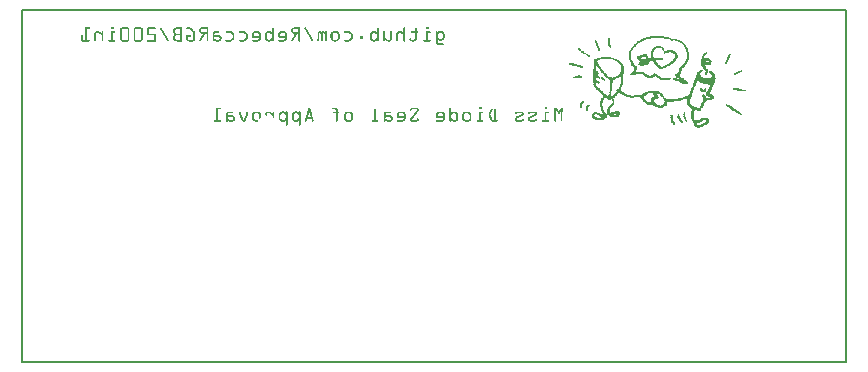
<source format=gbo>
G04 MADE WITH FRITZING*
G04 WWW.FRITZING.ORG*
G04 DOUBLE SIDED*
G04 HOLES PLATED*
G04 CONTOUR ON CENTER OF CONTOUR VECTOR*
%ASAXBY*%
%FSLAX23Y23*%
%MOIN*%
%OFA0B0*%
%SFA1.0B1.0*%
%ADD10R,2.755910X1.181100X2.739910X1.165100*%
%ADD11C,0.008000*%
%ADD12R,0.001000X0.001000*%
%LNSILK0*%
G90*
G70*
G54D11*
X4Y1177D02*
X2752Y1177D01*
X2752Y4D01*
X4Y4D01*
X4Y1177D01*
D02*
G36*
X1963Y1083D02*
X1963Y1076D01*
X1964Y1076D01*
X1964Y1068D01*
X1966Y1068D01*
X1966Y1060D01*
X1968Y1060D01*
X1968Y1052D01*
X1963Y1052D01*
X1963Y1055D01*
X1961Y1055D01*
X1961Y1058D01*
X1959Y1058D01*
X1959Y1072D01*
X1958Y1072D01*
X1958Y1083D01*
X1963Y1083D01*
G37*
D02*
G36*
X1918Y1076D02*
X1918Y1073D01*
X1920Y1073D01*
X1920Y1070D01*
X1922Y1070D01*
X1922Y1067D01*
X1923Y1067D01*
X1923Y1062D01*
X1925Y1062D01*
X1925Y1057D01*
X1927Y1057D01*
X1927Y1054D01*
X1928Y1054D01*
X1928Y1050D01*
X1930Y1050D01*
X1930Y1045D01*
X1932Y1045D01*
X1932Y1042D01*
X1930Y1042D01*
X1930Y1040D01*
X1927Y1040D01*
X1927Y1042D01*
X1925Y1042D01*
X1925Y1047D01*
X1923Y1047D01*
X1923Y1050D01*
X1922Y1050D01*
X1922Y1054D01*
X1920Y1054D01*
X1920Y1057D01*
X1918Y1057D01*
X1918Y1062D01*
X1917Y1062D01*
X1917Y1068D01*
X1915Y1068D01*
X1915Y1072D01*
X1913Y1072D01*
X1913Y1076D01*
X1918Y1076D01*
G37*
D02*
G36*
X1866Y1049D02*
X1866Y1047D01*
X1868Y1047D01*
X1868Y1045D01*
X1869Y1045D01*
X1869Y1042D01*
X1871Y1042D01*
X1871Y1040D01*
X1872Y1040D01*
X1872Y1039D01*
X1877Y1039D01*
X1877Y1037D01*
X1879Y1037D01*
X1879Y1035D01*
X1881Y1035D01*
X1881Y1034D01*
X1884Y1034D01*
X1884Y1032D01*
X1887Y1032D01*
X1887Y1031D01*
X1889Y1031D01*
X1889Y1029D01*
X1892Y1029D01*
X1892Y1027D01*
X1895Y1027D01*
X1895Y1026D01*
X1897Y1026D01*
X1897Y1022D01*
X1892Y1022D01*
X1892Y1024D01*
X1889Y1024D01*
X1889Y1026D01*
X1886Y1026D01*
X1886Y1027D01*
X1884Y1027D01*
X1884Y1029D01*
X1881Y1029D01*
X1881Y1031D01*
X1877Y1031D01*
X1877Y1032D01*
X1874Y1032D01*
X1874Y1035D01*
X1869Y1035D01*
X1869Y1037D01*
X1868Y1037D01*
X1868Y1039D01*
X1866Y1039D01*
X1866Y1040D01*
X1863Y1040D01*
X1863Y1042D01*
X1861Y1042D01*
X1861Y1044D01*
X1859Y1044D01*
X1859Y1049D01*
X1866Y1049D01*
G37*
D02*
G36*
X2128Y1058D02*
X2128Y1057D01*
X2135Y1057D01*
X2135Y1055D01*
X2138Y1055D01*
X2138Y1054D01*
X2140Y1054D01*
X2140Y1050D01*
X2120Y1050D01*
X2120Y1049D01*
X2117Y1049D01*
X2117Y1047D01*
X2115Y1047D01*
X2115Y1045D01*
X2114Y1045D01*
X2114Y1044D01*
X2112Y1044D01*
X2112Y1040D01*
X2110Y1040D01*
X2110Y1037D01*
X2109Y1037D01*
X2109Y1031D01*
X2107Y1031D01*
X2107Y1027D01*
X2109Y1027D01*
X2109Y1019D01*
X2110Y1019D01*
X2110Y1017D01*
X2119Y1017D01*
X2119Y1016D01*
X2100Y1016D01*
X2100Y1034D01*
X2102Y1034D01*
X2102Y1040D01*
X2104Y1040D01*
X2104Y1044D01*
X2105Y1044D01*
X2105Y1047D01*
X2107Y1047D01*
X2107Y1049D01*
X2109Y1049D01*
X2109Y1050D01*
X2110Y1050D01*
X2110Y1052D01*
X2112Y1052D01*
X2112Y1055D01*
X2117Y1055D01*
X2117Y1057D01*
X2122Y1057D01*
X2122Y1058D01*
X2128Y1058D01*
G37*
D02*
G36*
X2141Y1050D02*
X2141Y1049D01*
X2143Y1049D01*
X2143Y1047D01*
X2145Y1047D01*
X2145Y1045D01*
X2146Y1045D01*
X2146Y1042D01*
X2140Y1042D01*
X2140Y1044D01*
X2138Y1044D01*
X2138Y1047D01*
X2137Y1047D01*
X2137Y1049D01*
X2132Y1049D01*
X2132Y1050D01*
X2141Y1050D01*
G37*
D02*
G36*
X2174Y1045D02*
X2174Y1044D01*
X2176Y1044D01*
X2176Y1042D01*
X2153Y1042D01*
X2153Y1044D01*
X2161Y1044D01*
X2161Y1045D01*
X2174Y1045D01*
G37*
D02*
G36*
X2178Y1042D02*
X2178Y1040D01*
X2141Y1040D01*
X2141Y1042D01*
X2178Y1042D01*
G37*
D02*
G36*
X2178Y1042D02*
X2178Y1040D01*
X2141Y1040D01*
X2141Y1042D01*
X2178Y1042D01*
G37*
D02*
G36*
X2179Y1040D02*
X2179Y1039D01*
X2181Y1039D01*
X2181Y1037D01*
X2160Y1037D01*
X2160Y1035D01*
X2151Y1035D01*
X2151Y1034D01*
X2148Y1034D01*
X2148Y1032D01*
X2146Y1032D01*
X2146Y1034D01*
X2145Y1034D01*
X2145Y1035D01*
X2143Y1035D01*
X2143Y1039D01*
X2141Y1039D01*
X2141Y1040D01*
X2179Y1040D01*
G37*
D02*
G36*
X2184Y1037D02*
X2184Y1034D01*
X2187Y1034D01*
X2187Y1031D01*
X2189Y1031D01*
X2189Y1027D01*
X2191Y1027D01*
X2191Y1017D01*
X2189Y1017D01*
X2189Y1014D01*
X2187Y1014D01*
X2187Y1013D01*
X2186Y1013D01*
X2186Y1011D01*
X2184Y1011D01*
X2184Y1008D01*
X2182Y1008D01*
X2182Y1006D01*
X2181Y1006D01*
X2181Y1004D01*
X2179Y1004D01*
X2179Y1003D01*
X2178Y1003D01*
X2178Y1001D01*
X2174Y1001D01*
X2174Y999D01*
X2173Y999D01*
X2173Y998D01*
X2169Y998D01*
X2169Y996D01*
X2168Y996D01*
X2168Y993D01*
X2164Y993D01*
X2164Y991D01*
X2158Y991D01*
X2158Y990D01*
X2156Y990D01*
X2156Y988D01*
X2140Y988D01*
X2140Y990D01*
X2143Y990D01*
X2143Y991D01*
X2148Y991D01*
X2148Y993D01*
X2151Y993D01*
X2151Y994D01*
X2155Y994D01*
X2155Y998D01*
X2160Y998D01*
X2160Y999D01*
X2163Y999D01*
X2163Y1001D01*
X2164Y1001D01*
X2164Y1003D01*
X2168Y1003D01*
X2168Y1004D01*
X2169Y1004D01*
X2169Y1006D01*
X2173Y1006D01*
X2173Y1008D01*
X2174Y1008D01*
X2174Y1011D01*
X2176Y1011D01*
X2176Y1013D01*
X2178Y1013D01*
X2178Y1014D01*
X2179Y1014D01*
X2179Y1016D01*
X2181Y1016D01*
X2181Y1017D01*
X2182Y1017D01*
X2182Y1027D01*
X2181Y1027D01*
X2181Y1029D01*
X2179Y1029D01*
X2179Y1031D01*
X2178Y1031D01*
X2178Y1032D01*
X2176Y1032D01*
X2176Y1034D01*
X2173Y1034D01*
X2173Y1035D01*
X2169Y1035D01*
X2169Y1037D01*
X2184Y1037D01*
G37*
D02*
G36*
X2086Y1031D02*
X2086Y1029D01*
X2087Y1029D01*
X2087Y1026D01*
X2089Y1026D01*
X2089Y1024D01*
X2091Y1024D01*
X2091Y1022D01*
X2081Y1022D01*
X2081Y1021D01*
X2073Y1021D01*
X2073Y1019D01*
X2071Y1019D01*
X2071Y1017D01*
X2068Y1017D01*
X2068Y1016D01*
X2069Y1016D01*
X2069Y1013D01*
X2056Y1013D01*
X2056Y1014D01*
X2053Y1014D01*
X2053Y1021D01*
X2055Y1021D01*
X2055Y1024D01*
X2064Y1024D01*
X2064Y1026D01*
X2068Y1026D01*
X2068Y1027D01*
X2073Y1027D01*
X2073Y1029D01*
X2079Y1029D01*
X2079Y1031D01*
X2086Y1031D01*
G37*
D02*
G36*
X2091Y1022D02*
X2091Y1019D01*
X2092Y1019D01*
X2092Y1017D01*
X2097Y1017D01*
X2097Y1016D01*
X2086Y1016D01*
X2086Y1017D01*
X2084Y1017D01*
X2084Y1019D01*
X2082Y1019D01*
X2082Y1022D01*
X2091Y1022D01*
G37*
D02*
G36*
X2141Y1016D02*
X2141Y1014D01*
X2084Y1014D01*
X2084Y1016D01*
X2141Y1016D01*
G37*
D02*
G36*
X2141Y1016D02*
X2141Y1014D01*
X2084Y1014D01*
X2084Y1016D01*
X2141Y1016D01*
G37*
D02*
G36*
X2141Y1014D02*
X2141Y1013D01*
X2079Y1013D01*
X2079Y1014D01*
X2141Y1014D01*
G37*
D02*
G36*
X2140Y1013D02*
X2140Y1011D01*
X2058Y1011D01*
X2058Y1013D01*
X2140Y1013D01*
G37*
D02*
G36*
X2140Y1013D02*
X2140Y1011D01*
X2058Y1011D01*
X2058Y1013D01*
X2140Y1013D01*
G37*
D02*
G36*
X2123Y1011D02*
X2123Y1009D01*
X2119Y1009D01*
X2119Y1008D01*
X2102Y1008D01*
X2102Y1006D01*
X2097Y1006D01*
X2097Y1004D01*
X2081Y1004D01*
X2081Y1003D01*
X2061Y1003D01*
X2061Y1004D01*
X2063Y1004D01*
X2063Y1006D01*
X2059Y1006D01*
X2059Y1008D01*
X2061Y1008D01*
X2061Y1009D01*
X2059Y1009D01*
X2059Y1011D01*
X2123Y1011D01*
G37*
D02*
G36*
X2119Y1008D02*
X2119Y1003D01*
X2120Y1003D01*
X2120Y1001D01*
X2122Y1001D01*
X2122Y999D01*
X2123Y999D01*
X2123Y998D01*
X2125Y998D01*
X2125Y994D01*
X2127Y994D01*
X2127Y993D01*
X2130Y993D01*
X2130Y991D01*
X2132Y991D01*
X2132Y990D01*
X2135Y990D01*
X2135Y988D01*
X2120Y988D01*
X2120Y990D01*
X2119Y990D01*
X2119Y991D01*
X2117Y991D01*
X2117Y993D01*
X2115Y993D01*
X2115Y996D01*
X2114Y996D01*
X2114Y998D01*
X2112Y998D01*
X2112Y1001D01*
X2110Y1001D01*
X2110Y1003D01*
X2109Y1003D01*
X2109Y1004D01*
X2107Y1004D01*
X2107Y1006D01*
X2104Y1006D01*
X2104Y1008D01*
X2119Y1008D01*
G37*
D02*
G36*
X2097Y1004D02*
X2097Y1003D01*
X2082Y1003D01*
X2082Y1004D01*
X2097Y1004D01*
G37*
D02*
G36*
X2096Y1003D02*
X2096Y1001D01*
X2061Y1001D01*
X2061Y1003D01*
X2096Y1003D01*
G37*
D02*
G36*
X2096Y1003D02*
X2096Y1001D01*
X2061Y1001D01*
X2061Y1003D01*
X2096Y1003D01*
G37*
D02*
G36*
X2094Y1001D02*
X2094Y998D01*
X2092Y998D01*
X2092Y996D01*
X2091Y996D01*
X2091Y994D01*
X2082Y994D01*
X2082Y993D01*
X2078Y993D01*
X2078Y991D01*
X2074Y991D01*
X2074Y990D01*
X2066Y990D01*
X2066Y991D01*
X2063Y991D01*
X2063Y993D01*
X2061Y993D01*
X2061Y994D01*
X2059Y994D01*
X2059Y998D01*
X2061Y998D01*
X2061Y1001D01*
X2094Y1001D01*
G37*
D02*
G36*
X2153Y988D02*
X2153Y986D01*
X2122Y986D01*
X2122Y988D01*
X2153Y988D01*
G37*
D02*
G36*
X2153Y988D02*
X2153Y986D01*
X2122Y986D01*
X2122Y988D01*
X2153Y988D01*
G37*
D02*
G36*
X2150Y986D02*
X2150Y985D01*
X2145Y985D01*
X2145Y983D01*
X2141Y983D01*
X2141Y981D01*
X2128Y981D01*
X2128Y983D01*
X2125Y983D01*
X2125Y985D01*
X2123Y985D01*
X2123Y986D01*
X2150Y986D01*
G37*
D02*
G36*
X2287Y1037D02*
X2287Y1032D01*
X2286Y1032D01*
X2286Y1031D01*
X2284Y1031D01*
X2284Y1029D01*
X2283Y1029D01*
X2283Y1026D01*
X2281Y1026D01*
X2281Y1024D01*
X2279Y1024D01*
X2279Y1017D01*
X2283Y1017D01*
X2283Y1016D01*
X2294Y1016D01*
X2294Y1014D01*
X2297Y1014D01*
X2297Y1013D01*
X2299Y1013D01*
X2299Y1011D01*
X2301Y1011D01*
X2301Y1008D01*
X2284Y1008D01*
X2284Y1004D01*
X2286Y1004D01*
X2286Y1003D01*
X2269Y1003D01*
X2269Y1014D01*
X2271Y1014D01*
X2271Y1024D01*
X2273Y1024D01*
X2273Y1027D01*
X2274Y1027D01*
X2274Y1031D01*
X2276Y1031D01*
X2276Y1032D01*
X2278Y1032D01*
X2278Y1034D01*
X2279Y1034D01*
X2279Y1035D01*
X2283Y1035D01*
X2283Y1037D01*
X2287Y1037D01*
G37*
D02*
G36*
X2302Y1008D02*
X2302Y1006D01*
X2304Y1006D01*
X2304Y1003D01*
X2292Y1003D01*
X2292Y1004D01*
X2294Y1004D01*
X2294Y1008D01*
X2302Y1008D01*
G37*
D02*
G36*
X2302Y1003D02*
X2302Y1001D01*
X2269Y1001D01*
X2269Y1003D01*
X2302Y1003D01*
G37*
D02*
G36*
X2302Y1003D02*
X2302Y1001D01*
X2269Y1001D01*
X2269Y1003D01*
X2302Y1003D01*
G37*
D02*
G36*
X2302Y1001D02*
X2302Y996D01*
X2301Y996D01*
X2301Y994D01*
X2279Y994D01*
X2279Y993D01*
X2268Y993D01*
X2268Y1001D01*
X2302Y1001D01*
G37*
D02*
G36*
X2299Y994D02*
X2299Y993D01*
X2286Y993D01*
X2286Y994D01*
X2299Y994D01*
G37*
D02*
G36*
X2284Y994D02*
X2284Y993D01*
X2281Y993D01*
X2281Y994D01*
X2284Y994D01*
G37*
D02*
G36*
X2281Y993D02*
X2281Y990D01*
X2283Y990D01*
X2283Y988D01*
X2284Y988D01*
X2284Y985D01*
X2286Y985D01*
X2286Y981D01*
X2289Y981D01*
X2289Y980D01*
X2291Y980D01*
X2291Y970D01*
X2292Y970D01*
X2292Y968D01*
X2291Y968D01*
X2291Y967D01*
X2289Y967D01*
X2289Y963D01*
X2287Y963D01*
X2287Y962D01*
X2281Y962D01*
X2281Y970D01*
X2283Y970D01*
X2283Y975D01*
X2281Y975D01*
X2281Y978D01*
X2279Y978D01*
X2279Y980D01*
X2278Y980D01*
X2278Y981D01*
X2274Y981D01*
X2274Y985D01*
X2273Y985D01*
X2273Y986D01*
X2271Y986D01*
X2271Y990D01*
X2269Y990D01*
X2269Y991D01*
X2268Y991D01*
X2268Y993D01*
X2281Y993D01*
G37*
D02*
G36*
X2368Y1032D02*
X2368Y1027D01*
X2366Y1027D01*
X2366Y1022D01*
X2365Y1022D01*
X2365Y1019D01*
X2363Y1019D01*
X2363Y1016D01*
X2361Y1016D01*
X2361Y1014D01*
X2360Y1014D01*
X2360Y1011D01*
X2358Y1011D01*
X2358Y1004D01*
X2356Y1004D01*
X2356Y1003D01*
X2355Y1003D01*
X2355Y998D01*
X2348Y998D01*
X2348Y1003D01*
X2350Y1003D01*
X2350Y1006D01*
X2351Y1006D01*
X2351Y1011D01*
X2353Y1011D01*
X2353Y1014D01*
X2355Y1014D01*
X2355Y1016D01*
X2356Y1016D01*
X2356Y1021D01*
X2358Y1021D01*
X2358Y1026D01*
X2360Y1026D01*
X2360Y1029D01*
X2361Y1029D01*
X2361Y1031D01*
X2363Y1031D01*
X2363Y1032D01*
X2368Y1032D01*
G37*
D02*
G36*
X1836Y1001D02*
X1836Y999D01*
X1843Y999D01*
X1843Y998D01*
X1846Y998D01*
X1846Y996D01*
X1853Y996D01*
X1853Y994D01*
X1859Y994D01*
X1859Y993D01*
X1868Y993D01*
X1868Y991D01*
X1872Y991D01*
X1872Y990D01*
X1876Y990D01*
X1876Y986D01*
X1874Y986D01*
X1874Y985D01*
X1866Y985D01*
X1866Y986D01*
X1858Y986D01*
X1858Y988D01*
X1853Y988D01*
X1853Y990D01*
X1841Y990D01*
X1841Y991D01*
X1838Y991D01*
X1838Y993D01*
X1831Y993D01*
X1831Y994D01*
X1828Y994D01*
X1828Y996D01*
X1827Y996D01*
X1827Y999D01*
X1828Y999D01*
X1828Y1001D01*
X1836Y1001D01*
G37*
D02*
G36*
X2406Y976D02*
X2406Y975D01*
X2407Y975D01*
X2407Y973D01*
X2406Y973D01*
X2406Y972D01*
X2401Y972D01*
X2401Y970D01*
X2397Y970D01*
X2397Y968D01*
X2396Y968D01*
X2396Y967D01*
X2392Y967D01*
X2392Y965D01*
X2388Y965D01*
X2388Y963D01*
X2383Y963D01*
X2383Y962D01*
X2378Y962D01*
X2378Y967D01*
X2381Y967D01*
X2381Y968D01*
X2384Y968D01*
X2384Y970D01*
X2388Y970D01*
X2388Y972D01*
X2391Y972D01*
X2391Y973D01*
X2397Y973D01*
X2397Y975D01*
X2401Y975D01*
X2401Y976D01*
X2406Y976D01*
G37*
D02*
G36*
X1866Y960D02*
X1866Y958D01*
X1872Y958D01*
X1872Y955D01*
X1874Y955D01*
X1874Y953D01*
X1872Y953D01*
X1872Y952D01*
X1854Y952D01*
X1854Y950D01*
X1849Y950D01*
X1849Y949D01*
X1840Y949D01*
X1840Y953D01*
X1841Y953D01*
X1841Y955D01*
X1849Y955D01*
X1849Y957D01*
X1851Y957D01*
X1851Y958D01*
X1858Y958D01*
X1858Y960D01*
X1866Y960D01*
G37*
D02*
G36*
X2123Y1091D02*
X2123Y1090D01*
X2145Y1090D01*
X2145Y1088D01*
X2153Y1088D01*
X2153Y1086D01*
X2160Y1086D01*
X2160Y1085D01*
X2107Y1085D01*
X2107Y1083D01*
X2102Y1083D01*
X2102Y1081D01*
X2092Y1081D01*
X2092Y1080D01*
X2086Y1080D01*
X2086Y1078D01*
X2081Y1078D01*
X2081Y1076D01*
X2078Y1076D01*
X2078Y1075D01*
X2074Y1075D01*
X2074Y1073D01*
X2071Y1073D01*
X2071Y1072D01*
X2066Y1072D01*
X2066Y1070D01*
X2063Y1070D01*
X2063Y1068D01*
X2061Y1068D01*
X2061Y1067D01*
X2058Y1067D01*
X2058Y1065D01*
X2056Y1065D01*
X2056Y1063D01*
X2055Y1063D01*
X2055Y1062D01*
X2053Y1062D01*
X2053Y1060D01*
X2051Y1060D01*
X2051Y1057D01*
X2050Y1057D01*
X2050Y1055D01*
X2046Y1055D01*
X2046Y1052D01*
X2045Y1052D01*
X2045Y1050D01*
X2043Y1050D01*
X2043Y1049D01*
X2041Y1049D01*
X2041Y1045D01*
X2040Y1045D01*
X2040Y1044D01*
X2038Y1044D01*
X2038Y1042D01*
X2036Y1042D01*
X2036Y1037D01*
X2035Y1037D01*
X2035Y1029D01*
X2033Y1029D01*
X2033Y1024D01*
X2035Y1024D01*
X2035Y1021D01*
X2033Y1021D01*
X2033Y1017D01*
X2035Y1017D01*
X2035Y1013D01*
X2036Y1013D01*
X2036Y1009D01*
X2038Y1009D01*
X2038Y1006D01*
X2040Y1006D01*
X2040Y1003D01*
X2041Y1003D01*
X2041Y1001D01*
X2043Y1001D01*
X2043Y998D01*
X2045Y998D01*
X2045Y994D01*
X2046Y994D01*
X2046Y993D01*
X2048Y993D01*
X2048Y991D01*
X2050Y991D01*
X2050Y990D01*
X2053Y990D01*
X2053Y988D01*
X2055Y988D01*
X2055Y980D01*
X2053Y980D01*
X2053Y976D01*
X2051Y976D01*
X2051Y973D01*
X2050Y973D01*
X2050Y972D01*
X2051Y972D01*
X2051Y970D01*
X2040Y970D01*
X2040Y972D01*
X2041Y972D01*
X2041Y973D01*
X2043Y973D01*
X2043Y975D01*
X2045Y975D01*
X2045Y980D01*
X2046Y980D01*
X2046Y983D01*
X2045Y983D01*
X2045Y985D01*
X2043Y985D01*
X2043Y986D01*
X2041Y986D01*
X2041Y990D01*
X2038Y990D01*
X2038Y991D01*
X2036Y991D01*
X2036Y996D01*
X2035Y996D01*
X2035Y998D01*
X2033Y998D01*
X2033Y1003D01*
X2032Y1003D01*
X2032Y1006D01*
X2030Y1006D01*
X2030Y1009D01*
X2028Y1009D01*
X2028Y1021D01*
X2027Y1021D01*
X2027Y1029D01*
X2028Y1029D01*
X2028Y1039D01*
X2030Y1039D01*
X2030Y1042D01*
X2032Y1042D01*
X2032Y1045D01*
X2033Y1045D01*
X2033Y1049D01*
X2035Y1049D01*
X2035Y1050D01*
X2036Y1050D01*
X2036Y1052D01*
X2038Y1052D01*
X2038Y1054D01*
X2040Y1054D01*
X2040Y1055D01*
X2041Y1055D01*
X2041Y1057D01*
X2043Y1057D01*
X2043Y1058D01*
X2045Y1058D01*
X2045Y1060D01*
X2046Y1060D01*
X2046Y1063D01*
X2048Y1063D01*
X2048Y1065D01*
X2050Y1065D01*
X2050Y1067D01*
X2051Y1067D01*
X2051Y1068D01*
X2053Y1068D01*
X2053Y1070D01*
X2055Y1070D01*
X2055Y1072D01*
X2056Y1072D01*
X2056Y1073D01*
X2059Y1073D01*
X2059Y1075D01*
X2063Y1075D01*
X2063Y1076D01*
X2066Y1076D01*
X2066Y1078D01*
X2069Y1078D01*
X2069Y1080D01*
X2073Y1080D01*
X2073Y1081D01*
X2076Y1081D01*
X2076Y1083D01*
X2082Y1083D01*
X2082Y1085D01*
X2086Y1085D01*
X2086Y1086D01*
X2091Y1086D01*
X2091Y1088D01*
X2097Y1088D01*
X2097Y1090D01*
X2122Y1090D01*
X2122Y1091D01*
X2123Y1091D01*
G37*
D02*
G36*
X2164Y1085D02*
X2164Y1083D01*
X2169Y1083D01*
X2169Y1081D01*
X2181Y1081D01*
X2181Y1080D01*
X2189Y1080D01*
X2189Y1078D01*
X2194Y1078D01*
X2194Y1076D01*
X2173Y1076D01*
X2173Y1075D01*
X2169Y1075D01*
X2169Y1076D01*
X2166Y1076D01*
X2166Y1078D01*
X2163Y1078D01*
X2163Y1080D01*
X2155Y1080D01*
X2155Y1081D01*
X2143Y1081D01*
X2143Y1083D01*
X2132Y1083D01*
X2132Y1085D01*
X2164Y1085D01*
G37*
D02*
G36*
X2199Y1076D02*
X2199Y1075D01*
X2202Y1075D01*
X2202Y1073D01*
X2204Y1073D01*
X2204Y1072D01*
X2207Y1072D01*
X2207Y1070D01*
X2209Y1070D01*
X2209Y1068D01*
X2210Y1068D01*
X2210Y1067D01*
X2212Y1067D01*
X2212Y1065D01*
X2214Y1065D01*
X2214Y1063D01*
X2215Y1063D01*
X2215Y1062D01*
X2217Y1062D01*
X2217Y1058D01*
X2219Y1058D01*
X2219Y1055D01*
X2220Y1055D01*
X2220Y1052D01*
X2222Y1052D01*
X2222Y1049D01*
X2223Y1049D01*
X2223Y1042D01*
X2225Y1042D01*
X2225Y1037D01*
X2227Y1037D01*
X2227Y1029D01*
X2228Y1029D01*
X2228Y1021D01*
X2227Y1021D01*
X2227Y1011D01*
X2225Y1011D01*
X2225Y1009D01*
X2223Y1009D01*
X2223Y1004D01*
X2222Y1004D01*
X2222Y999D01*
X2220Y999D01*
X2220Y998D01*
X2219Y998D01*
X2219Y996D01*
X2217Y996D01*
X2217Y993D01*
X2215Y993D01*
X2215Y990D01*
X2214Y990D01*
X2214Y988D01*
X2212Y988D01*
X2212Y986D01*
X2210Y986D01*
X2210Y985D01*
X2207Y985D01*
X2207Y983D01*
X2205Y983D01*
X2205Y981D01*
X2204Y981D01*
X2204Y973D01*
X2202Y973D01*
X2202Y967D01*
X2201Y967D01*
X2201Y965D01*
X2199Y965D01*
X2199Y963D01*
X2197Y963D01*
X2197Y962D01*
X2199Y962D01*
X2199Y955D01*
X2201Y955D01*
X2201Y953D01*
X2187Y953D01*
X2187Y952D01*
X2186Y952D01*
X2186Y957D01*
X2184Y957D01*
X2184Y958D01*
X2182Y958D01*
X2182Y963D01*
X2186Y963D01*
X2186Y965D01*
X2189Y965D01*
X2189Y967D01*
X2191Y967D01*
X2191Y968D01*
X2192Y968D01*
X2192Y970D01*
X2194Y970D01*
X2194Y973D01*
X2196Y973D01*
X2196Y978D01*
X2194Y978D01*
X2194Y983D01*
X2196Y983D01*
X2196Y985D01*
X2197Y985D01*
X2197Y986D01*
X2201Y986D01*
X2201Y988D01*
X2202Y988D01*
X2202Y990D01*
X2204Y990D01*
X2204Y991D01*
X2205Y991D01*
X2205Y993D01*
X2209Y993D01*
X2209Y996D01*
X2210Y996D01*
X2210Y998D01*
X2212Y998D01*
X2212Y1001D01*
X2214Y1001D01*
X2214Y1004D01*
X2215Y1004D01*
X2215Y1006D01*
X2217Y1006D01*
X2217Y1011D01*
X2219Y1011D01*
X2219Y1014D01*
X2220Y1014D01*
X2220Y1037D01*
X2219Y1037D01*
X2219Y1042D01*
X2217Y1042D01*
X2217Y1047D01*
X2215Y1047D01*
X2215Y1052D01*
X2214Y1052D01*
X2214Y1055D01*
X2212Y1055D01*
X2212Y1057D01*
X2210Y1057D01*
X2210Y1060D01*
X2209Y1060D01*
X2209Y1062D01*
X2207Y1062D01*
X2207Y1065D01*
X2205Y1065D01*
X2205Y1067D01*
X2202Y1067D01*
X2202Y1068D01*
X2199Y1068D01*
X2199Y1070D01*
X2197Y1070D01*
X2197Y1072D01*
X2192Y1072D01*
X2192Y1073D01*
X2191Y1073D01*
X2191Y1075D01*
X2182Y1075D01*
X2182Y1076D01*
X2199Y1076D01*
G37*
D02*
G36*
X2078Y972D02*
X2078Y970D01*
X2068Y970D01*
X2068Y972D01*
X2078Y972D01*
G37*
D02*
G36*
X2066Y972D02*
X2066Y970D01*
X2059Y970D01*
X2059Y972D01*
X2066Y972D01*
G37*
D02*
G36*
X2079Y970D02*
X2079Y968D01*
X2038Y968D01*
X2038Y970D01*
X2079Y970D01*
G37*
D02*
G36*
X2079Y970D02*
X2079Y968D01*
X2038Y968D01*
X2038Y970D01*
X2079Y970D01*
G37*
D02*
G36*
X2079Y970D02*
X2079Y968D01*
X2038Y968D01*
X2038Y970D01*
X2079Y970D01*
G37*
D02*
G36*
X2079Y968D02*
X2079Y967D01*
X2081Y967D01*
X2081Y965D01*
X2056Y965D01*
X2056Y963D01*
X2050Y963D01*
X2050Y962D01*
X2043Y962D01*
X2043Y960D01*
X2035Y960D01*
X2035Y962D01*
X2032Y962D01*
X2032Y963D01*
X2033Y963D01*
X2033Y965D01*
X2035Y965D01*
X2035Y967D01*
X2036Y967D01*
X2036Y968D01*
X2079Y968D01*
G37*
D02*
G36*
X2115Y967D02*
X2115Y965D01*
X2119Y965D01*
X2119Y963D01*
X2120Y963D01*
X2120Y962D01*
X2123Y962D01*
X2123Y960D01*
X2125Y960D01*
X2125Y958D01*
X2100Y958D01*
X2100Y960D01*
X2107Y960D01*
X2107Y962D01*
X2109Y962D01*
X2109Y965D01*
X2110Y965D01*
X2110Y967D01*
X2115Y967D01*
G37*
D02*
G36*
X2084Y965D02*
X2084Y963D01*
X2087Y963D01*
X2087Y962D01*
X2091Y962D01*
X2091Y960D01*
X2096Y960D01*
X2096Y958D01*
X2079Y958D01*
X2079Y960D01*
X2078Y960D01*
X2078Y962D01*
X2076Y962D01*
X2076Y963D01*
X2064Y963D01*
X2064Y965D01*
X2084Y965D01*
G37*
D02*
G36*
X2128Y958D02*
X2128Y957D01*
X2081Y957D01*
X2081Y958D01*
X2128Y958D01*
G37*
D02*
G36*
X2128Y958D02*
X2128Y957D01*
X2081Y957D01*
X2081Y958D01*
X2128Y958D01*
G37*
D02*
G36*
X2130Y957D02*
X2130Y955D01*
X2132Y955D01*
X2132Y953D01*
X2135Y953D01*
X2135Y952D01*
X2138Y952D01*
X2138Y950D01*
X2151Y950D01*
X2151Y949D01*
X2127Y949D01*
X2127Y950D01*
X2123Y950D01*
X2123Y952D01*
X2122Y952D01*
X2122Y953D01*
X2119Y953D01*
X2119Y955D01*
X2117Y955D01*
X2117Y957D01*
X2130Y957D01*
G37*
D02*
G36*
X2114Y957D02*
X2114Y955D01*
X2112Y955D01*
X2112Y953D01*
X2109Y953D01*
X2109Y952D01*
X2099Y952D01*
X2099Y950D01*
X2094Y950D01*
X2094Y952D01*
X2087Y952D01*
X2087Y953D01*
X2084Y953D01*
X2084Y955D01*
X2082Y955D01*
X2082Y957D01*
X2114Y957D01*
G37*
D02*
G36*
X2202Y953D02*
X2202Y952D01*
X2205Y952D01*
X2205Y950D01*
X2209Y950D01*
X2209Y949D01*
X2210Y949D01*
X2210Y947D01*
X2212Y947D01*
X2212Y945D01*
X2196Y945D01*
X2196Y947D01*
X2194Y947D01*
X2194Y949D01*
X2192Y949D01*
X2192Y950D01*
X2191Y950D01*
X2191Y952D01*
X2189Y952D01*
X2189Y953D01*
X2202Y953D01*
G37*
D02*
G36*
X2181Y952D02*
X2181Y950D01*
X2184Y950D01*
X2184Y949D01*
X2189Y949D01*
X2189Y947D01*
X2174Y947D01*
X2174Y950D01*
X2176Y950D01*
X2176Y952D01*
X2181Y952D01*
G37*
D02*
G36*
X2169Y952D02*
X2169Y950D01*
X2171Y950D01*
X2171Y949D01*
X2153Y949D01*
X2153Y950D01*
X2166Y950D01*
X2166Y952D01*
X2169Y952D01*
G37*
D02*
G36*
X2169Y949D02*
X2169Y947D01*
X2128Y947D01*
X2128Y949D01*
X2169Y949D01*
G37*
D02*
G36*
X2169Y949D02*
X2169Y947D01*
X2128Y947D01*
X2128Y949D01*
X2169Y949D01*
G37*
D02*
G36*
X2194Y947D02*
X2194Y945D01*
X2176Y945D01*
X2176Y947D01*
X2194Y947D01*
G37*
D02*
G36*
X2166Y947D02*
X2166Y945D01*
X2161Y945D01*
X2161Y944D01*
X2137Y944D01*
X2137Y945D01*
X2132Y945D01*
X2132Y947D01*
X2166Y947D01*
G37*
D02*
G36*
X2214Y945D02*
X2214Y944D01*
X2178Y944D01*
X2178Y945D01*
X2214Y945D01*
G37*
D02*
G36*
X2214Y945D02*
X2214Y944D01*
X2178Y944D01*
X2178Y945D01*
X2214Y945D01*
G37*
D02*
G36*
X2217Y944D02*
X2217Y940D01*
X2220Y940D01*
X2220Y939D01*
X2222Y939D01*
X2222Y937D01*
X2223Y937D01*
X2223Y934D01*
X2225Y934D01*
X2225Y930D01*
X2223Y930D01*
X2223Y929D01*
X2215Y929D01*
X2215Y930D01*
X2209Y930D01*
X2209Y932D01*
X2205Y932D01*
X2205Y934D01*
X2202Y934D01*
X2202Y935D01*
X2197Y935D01*
X2197Y937D01*
X2194Y937D01*
X2194Y939D01*
X2189Y939D01*
X2189Y940D01*
X2186Y940D01*
X2186Y942D01*
X2182Y942D01*
X2182Y944D01*
X2217Y944D01*
G37*
D02*
G36*
X2386Y917D02*
X2386Y916D01*
X2394Y916D01*
X2394Y914D01*
X2404Y914D01*
X2404Y912D01*
X2409Y912D01*
X2409Y911D01*
X2414Y911D01*
X2414Y909D01*
X2419Y909D01*
X2419Y908D01*
X2409Y908D01*
X2409Y906D01*
X2406Y906D01*
X2406Y908D01*
X2389Y908D01*
X2389Y909D01*
X2374Y909D01*
X2374Y911D01*
X2373Y911D01*
X2373Y916D01*
X2374Y916D01*
X2374Y917D01*
X2386Y917D01*
G37*
D02*
G36*
X2422Y908D02*
X2422Y906D01*
X2412Y906D01*
X2412Y908D01*
X2422Y908D01*
G37*
D02*
G36*
X2284Y916D02*
X2284Y914D01*
X2286Y914D01*
X2286Y911D01*
X2276Y911D01*
X2276Y912D01*
X2278Y912D01*
X2278Y914D01*
X2281Y914D01*
X2281Y916D01*
X2284Y916D01*
G37*
D02*
G36*
X2271Y916D02*
X2271Y914D01*
X2273Y914D01*
X2273Y912D01*
X2274Y912D01*
X2274Y911D01*
X2265Y911D01*
X2265Y916D01*
X2271Y916D01*
G37*
D02*
G36*
X2286Y911D02*
X2286Y909D01*
X2265Y909D01*
X2265Y911D01*
X2286Y911D01*
G37*
D02*
G36*
X2286Y911D02*
X2286Y909D01*
X2265Y909D01*
X2265Y911D01*
X2286Y911D01*
G37*
D02*
G36*
X2286Y909D02*
X2286Y908D01*
X2284Y908D01*
X2284Y906D01*
X2283Y906D01*
X2283Y904D01*
X2276Y904D01*
X2276Y903D01*
X2273Y903D01*
X2273Y904D01*
X2268Y904D01*
X2268Y906D01*
X2266Y906D01*
X2266Y908D01*
X2265Y908D01*
X2265Y909D01*
X2286Y909D01*
G37*
D02*
G36*
X2141Y878D02*
X2141Y876D01*
X2140Y876D01*
X2140Y878D01*
X2141Y878D01*
G37*
D02*
G36*
X1876Y875D02*
X1876Y873D01*
X1879Y873D01*
X1879Y868D01*
X1876Y868D01*
X1876Y867D01*
X1874Y867D01*
X1874Y865D01*
X1872Y865D01*
X1872Y860D01*
X1871Y860D01*
X1871Y852D01*
X1869Y852D01*
X1869Y850D01*
X1866Y850D01*
X1866Y853D01*
X1864Y853D01*
X1864Y862D01*
X1866Y862D01*
X1866Y868D01*
X1868Y868D01*
X1868Y870D01*
X1869Y870D01*
X1869Y871D01*
X1871Y871D01*
X1871Y873D01*
X1874Y873D01*
X1874Y875D01*
X1876Y875D01*
G37*
D02*
G36*
X2356Y863D02*
X2356Y862D01*
X2361Y862D01*
X2361Y860D01*
X2365Y860D01*
X2365Y858D01*
X2368Y858D01*
X2368Y857D01*
X2371Y857D01*
X2371Y855D01*
X2373Y855D01*
X2373Y853D01*
X2374Y853D01*
X2374Y852D01*
X2376Y852D01*
X2376Y850D01*
X2378Y850D01*
X2378Y848D01*
X2381Y848D01*
X2381Y847D01*
X2384Y847D01*
X2384Y845D01*
X2386Y845D01*
X2386Y844D01*
X2388Y844D01*
X2388Y842D01*
X2389Y842D01*
X2389Y840D01*
X2394Y840D01*
X2394Y839D01*
X2396Y839D01*
X2396Y837D01*
X2397Y837D01*
X2397Y835D01*
X2399Y835D01*
X2399Y834D01*
X2401Y834D01*
X2401Y832D01*
X2404Y832D01*
X2404Y830D01*
X2406Y830D01*
X2406Y827D01*
X2404Y827D01*
X2404Y826D01*
X2401Y826D01*
X2401Y827D01*
X2397Y827D01*
X2397Y829D01*
X2396Y829D01*
X2396Y830D01*
X2392Y830D01*
X2392Y832D01*
X2391Y832D01*
X2391Y834D01*
X2388Y834D01*
X2388Y835D01*
X2386Y835D01*
X2386Y837D01*
X2381Y837D01*
X2381Y839D01*
X2379Y839D01*
X2379Y840D01*
X2376Y840D01*
X2376Y842D01*
X2371Y842D01*
X2371Y845D01*
X2369Y845D01*
X2369Y847D01*
X2366Y847D01*
X2366Y848D01*
X2365Y848D01*
X2365Y850D01*
X2361Y850D01*
X2361Y852D01*
X2360Y852D01*
X2360Y853D01*
X2358Y853D01*
X2358Y855D01*
X2355Y855D01*
X2355Y857D01*
X2353Y857D01*
X2353Y858D01*
X2350Y858D01*
X2350Y862D01*
X2351Y862D01*
X2351Y863D01*
X2356Y863D01*
G37*
D02*
G36*
X1899Y862D02*
X1899Y858D01*
X1897Y858D01*
X1897Y857D01*
X1894Y857D01*
X1894Y853D01*
X1892Y853D01*
X1892Y852D01*
X1890Y852D01*
X1890Y840D01*
X1887Y840D01*
X1887Y839D01*
X1886Y839D01*
X1886Y842D01*
X1884Y842D01*
X1884Y853D01*
X1886Y853D01*
X1886Y857D01*
X1887Y857D01*
X1887Y858D01*
X1889Y858D01*
X1889Y860D01*
X1892Y860D01*
X1892Y862D01*
X1899Y862D01*
G37*
D02*
G36*
X2214Y837D02*
X2214Y835D01*
X2215Y835D01*
X2215Y830D01*
X2214Y830D01*
X2214Y829D01*
X2215Y829D01*
X2215Y822D01*
X2217Y822D01*
X2217Y817D01*
X2219Y817D01*
X2219Y812D01*
X2220Y812D01*
X2220Y809D01*
X2222Y809D01*
X2222Y801D01*
X2220Y801D01*
X2220Y803D01*
X2217Y803D01*
X2217Y807D01*
X2215Y807D01*
X2215Y809D01*
X2214Y809D01*
X2214Y814D01*
X2212Y814D01*
X2212Y817D01*
X2210Y817D01*
X2210Y822D01*
X2209Y822D01*
X2209Y824D01*
X2210Y824D01*
X2210Y826D01*
X2209Y826D01*
X2209Y832D01*
X2210Y832D01*
X2210Y835D01*
X2212Y835D01*
X2212Y837D01*
X2214Y837D01*
G37*
D02*
G36*
X2194Y830D02*
X2194Y829D01*
X2196Y829D01*
X2196Y824D01*
X2197Y824D01*
X2197Y822D01*
X2199Y822D01*
X2199Y816D01*
X2201Y816D01*
X2201Y814D01*
X2202Y814D01*
X2202Y812D01*
X2204Y812D01*
X2204Y809D01*
X2205Y809D01*
X2205Y806D01*
X2207Y806D01*
X2207Y801D01*
X2201Y801D01*
X2201Y803D01*
X2199Y803D01*
X2199Y804D01*
X2197Y804D01*
X2197Y806D01*
X2196Y806D01*
X2196Y811D01*
X2194Y811D01*
X2194Y814D01*
X2192Y814D01*
X2192Y817D01*
X2189Y817D01*
X2189Y824D01*
X2191Y824D01*
X2191Y829D01*
X2192Y829D01*
X2192Y830D01*
X2194Y830D01*
G37*
D02*
G36*
X2173Y827D02*
X2173Y824D01*
X2174Y824D01*
X2174Y819D01*
X2176Y819D01*
X2176Y806D01*
X2178Y806D01*
X2178Y804D01*
X2179Y804D01*
X2179Y803D01*
X2181Y803D01*
X2181Y799D01*
X2182Y799D01*
X2182Y794D01*
X2176Y794D01*
X2176Y796D01*
X2174Y796D01*
X2174Y798D01*
X2173Y798D01*
X2173Y801D01*
X2169Y801D01*
X2169Y806D01*
X2168Y806D01*
X2168Y817D01*
X2166Y817D01*
X2166Y819D01*
X2168Y819D01*
X2168Y824D01*
X2166Y824D01*
X2166Y826D01*
X2169Y826D01*
X2169Y827D01*
X2173Y827D01*
G37*
D02*
G36*
X1958Y1021D02*
X1958Y1019D01*
X1969Y1019D01*
X1969Y1017D01*
X1974Y1017D01*
X1974Y1016D01*
X1979Y1016D01*
X1979Y1014D01*
X1936Y1014D01*
X1936Y1013D01*
X1932Y1013D01*
X1932Y1011D01*
X1927Y1011D01*
X1927Y1009D01*
X1923Y1009D01*
X1923Y1008D01*
X1922Y1008D01*
X1922Y1003D01*
X1923Y1003D01*
X1923Y998D01*
X1925Y998D01*
X1925Y996D01*
X1927Y996D01*
X1927Y993D01*
X1928Y993D01*
X1928Y991D01*
X1930Y991D01*
X1930Y990D01*
X1918Y990D01*
X1918Y986D01*
X1917Y986D01*
X1917Y975D01*
X1922Y975D01*
X1922Y973D01*
X1923Y973D01*
X1923Y972D01*
X1925Y972D01*
X1925Y967D01*
X1927Y967D01*
X1927Y963D01*
X1923Y963D01*
X1923Y960D01*
X1925Y960D01*
X1925Y958D01*
X1927Y958D01*
X1927Y955D01*
X1915Y955D01*
X1915Y953D01*
X1907Y953D01*
X1907Y962D01*
X1909Y962D01*
X1909Y980D01*
X1910Y980D01*
X1910Y1011D01*
X1912Y1011D01*
X1912Y1013D01*
X1917Y1013D01*
X1917Y1014D01*
X1922Y1014D01*
X1922Y1016D01*
X1927Y1016D01*
X1927Y1017D01*
X1936Y1017D01*
X1936Y1019D01*
X1945Y1019D01*
X1945Y1021D01*
X1958Y1021D01*
G37*
D02*
G36*
X1986Y1014D02*
X1986Y1013D01*
X1989Y1013D01*
X1989Y1011D01*
X1992Y1011D01*
X1992Y1009D01*
X1994Y1009D01*
X1994Y1008D01*
X1995Y1008D01*
X1995Y1006D01*
X1999Y1006D01*
X1999Y1003D01*
X2002Y1003D01*
X2002Y1001D01*
X2004Y1001D01*
X2004Y999D01*
X2005Y999D01*
X2005Y996D01*
X2007Y996D01*
X2007Y993D01*
X2009Y993D01*
X2009Y990D01*
X2010Y990D01*
X2010Y983D01*
X2012Y983D01*
X2012Y978D01*
X2010Y978D01*
X2010Y976D01*
X2012Y976D01*
X2012Y973D01*
X2010Y973D01*
X2010Y965D01*
X2009Y965D01*
X2009Y955D01*
X1999Y955D01*
X1999Y953D01*
X1995Y953D01*
X1995Y952D01*
X1976Y952D01*
X1976Y953D01*
X1979Y953D01*
X1979Y955D01*
X1986Y955D01*
X1986Y957D01*
X1989Y957D01*
X1989Y958D01*
X1991Y958D01*
X1991Y960D01*
X1992Y960D01*
X1992Y962D01*
X1995Y962D01*
X1995Y963D01*
X1997Y963D01*
X1997Y965D01*
X1999Y965D01*
X1999Y970D01*
X2000Y970D01*
X2000Y975D01*
X2002Y975D01*
X2002Y978D01*
X2000Y978D01*
X2000Y980D01*
X2002Y980D01*
X2002Y983D01*
X2000Y983D01*
X2000Y985D01*
X2002Y985D01*
X2002Y988D01*
X2000Y988D01*
X2000Y993D01*
X1999Y993D01*
X1999Y996D01*
X1997Y996D01*
X1997Y998D01*
X1995Y998D01*
X1995Y1001D01*
X1992Y1001D01*
X1992Y1003D01*
X1989Y1003D01*
X1989Y1004D01*
X1987Y1004D01*
X1987Y1006D01*
X1984Y1006D01*
X1984Y1008D01*
X1982Y1008D01*
X1982Y1009D01*
X1979Y1009D01*
X1979Y1011D01*
X1973Y1011D01*
X1973Y1013D01*
X1966Y1013D01*
X1966Y1014D01*
X1986Y1014D01*
G37*
D02*
G36*
X1930Y990D02*
X1930Y988D01*
X1932Y988D01*
X1932Y986D01*
X1935Y986D01*
X1935Y983D01*
X1936Y983D01*
X1936Y981D01*
X1938Y981D01*
X1938Y978D01*
X1940Y978D01*
X1940Y975D01*
X1941Y975D01*
X1941Y973D01*
X1943Y973D01*
X1943Y972D01*
X1945Y972D01*
X1945Y970D01*
X1946Y970D01*
X1946Y968D01*
X1948Y968D01*
X1948Y967D01*
X1950Y967D01*
X1950Y963D01*
X1953Y963D01*
X1953Y962D01*
X1954Y962D01*
X1954Y960D01*
X1956Y960D01*
X1956Y958D01*
X1958Y958D01*
X1958Y955D01*
X1961Y955D01*
X1961Y953D01*
X1971Y953D01*
X1971Y952D01*
X1951Y952D01*
X1951Y953D01*
X1950Y953D01*
X1950Y955D01*
X1948Y955D01*
X1948Y957D01*
X1946Y957D01*
X1946Y960D01*
X1945Y960D01*
X1945Y962D01*
X1943Y962D01*
X1943Y963D01*
X1941Y963D01*
X1941Y965D01*
X1940Y965D01*
X1940Y967D01*
X1938Y967D01*
X1938Y968D01*
X1936Y968D01*
X1936Y970D01*
X1935Y970D01*
X1935Y972D01*
X1933Y972D01*
X1933Y975D01*
X1932Y975D01*
X1932Y976D01*
X1930Y976D01*
X1930Y980D01*
X1928Y980D01*
X1928Y981D01*
X1927Y981D01*
X1927Y983D01*
X1925Y983D01*
X1925Y985D01*
X1923Y985D01*
X1923Y986D01*
X1920Y986D01*
X1920Y990D01*
X1930Y990D01*
G37*
D02*
G36*
X2271Y978D02*
X2271Y976D01*
X2274Y976D01*
X2274Y973D01*
X2271Y973D01*
X2271Y972D01*
X2269Y972D01*
X2269Y970D01*
X2268Y970D01*
X2268Y967D01*
X2266Y967D01*
X2266Y963D01*
X2265Y963D01*
X2265Y962D01*
X2268Y962D01*
X2268Y958D01*
X2269Y958D01*
X2269Y955D01*
X2271Y955D01*
X2271Y953D01*
X2274Y953D01*
X2274Y952D01*
X2276Y952D01*
X2276Y950D01*
X2279Y950D01*
X2279Y949D01*
X2248Y949D01*
X2248Y952D01*
X2250Y952D01*
X2250Y955D01*
X2251Y955D01*
X2251Y962D01*
X2253Y962D01*
X2253Y967D01*
X2255Y967D01*
X2255Y970D01*
X2256Y970D01*
X2256Y972D01*
X2260Y972D01*
X2260Y973D01*
X2261Y973D01*
X2261Y975D01*
X2265Y975D01*
X2265Y976D01*
X2268Y976D01*
X2268Y978D01*
X2271Y978D01*
G37*
D02*
G36*
X2302Y975D02*
X2302Y973D01*
X2306Y973D01*
X2306Y972D01*
X2307Y972D01*
X2307Y970D01*
X2309Y970D01*
X2309Y968D01*
X2310Y968D01*
X2310Y967D01*
X2312Y967D01*
X2312Y963D01*
X2314Y963D01*
X2314Y960D01*
X2315Y960D01*
X2315Y950D01*
X2317Y950D01*
X2317Y949D01*
X2296Y949D01*
X2296Y950D01*
X2302Y950D01*
X2302Y953D01*
X2306Y953D01*
X2306Y957D01*
X2304Y957D01*
X2304Y958D01*
X2306Y958D01*
X2306Y960D01*
X2302Y960D01*
X2302Y963D01*
X2301Y963D01*
X2301Y965D01*
X2299Y965D01*
X2299Y967D01*
X2296Y967D01*
X2296Y970D01*
X2294Y970D01*
X2294Y973D01*
X2296Y973D01*
X2296Y975D01*
X2302Y975D01*
G37*
D02*
G36*
X2009Y955D02*
X2009Y945D01*
X2007Y945D01*
X2007Y930D01*
X2005Y930D01*
X2005Y929D01*
X2007Y929D01*
X2007Y927D01*
X2005Y927D01*
X2005Y922D01*
X2004Y922D01*
X2004Y919D01*
X2002Y919D01*
X2002Y916D01*
X2000Y916D01*
X2000Y914D01*
X2002Y914D01*
X2002Y911D01*
X2000Y911D01*
X2000Y908D01*
X2002Y908D01*
X2002Y906D01*
X2005Y906D01*
X2005Y904D01*
X2009Y904D01*
X2009Y903D01*
X2010Y903D01*
X2010Y901D01*
X2012Y901D01*
X2012Y899D01*
X1992Y899D01*
X1992Y898D01*
X1991Y898D01*
X1991Y896D01*
X1989Y896D01*
X1989Y893D01*
X1987Y893D01*
X1987Y891D01*
X1986Y891D01*
X1986Y889D01*
X1973Y889D01*
X1973Y891D01*
X1974Y891D01*
X1974Y893D01*
X1977Y893D01*
X1977Y894D01*
X1979Y894D01*
X1979Y896D01*
X1981Y896D01*
X1981Y898D01*
X1982Y898D01*
X1982Y899D01*
X1984Y899D01*
X1984Y901D01*
X1986Y901D01*
X1986Y904D01*
X1987Y904D01*
X1987Y908D01*
X1986Y908D01*
X1986Y912D01*
X1987Y912D01*
X1987Y914D01*
X1994Y914D01*
X1994Y916D01*
X1995Y916D01*
X1995Y921D01*
X1997Y921D01*
X1997Y924D01*
X1999Y924D01*
X1999Y929D01*
X2000Y929D01*
X2000Y955D01*
X2009Y955D01*
G37*
D02*
G36*
X1940Y955D02*
X1940Y953D01*
X1941Y953D01*
X1941Y952D01*
X1935Y952D01*
X1935Y955D01*
X1940Y955D01*
G37*
D02*
G36*
X1928Y955D02*
X1928Y953D01*
X1917Y953D01*
X1917Y955D01*
X1928Y955D01*
G37*
D02*
G36*
X1932Y953D02*
X1932Y952D01*
X1907Y952D01*
X1907Y953D01*
X1932Y953D01*
G37*
D02*
G36*
X1932Y953D02*
X1932Y952D01*
X1907Y952D01*
X1907Y953D01*
X1932Y953D01*
G37*
D02*
G36*
X1992Y952D02*
X1992Y950D01*
X1954Y950D01*
X1954Y952D01*
X1992Y952D01*
G37*
D02*
G36*
X1992Y952D02*
X1992Y950D01*
X1954Y950D01*
X1954Y952D01*
X1992Y952D01*
G37*
D02*
G36*
X1941Y952D02*
X1941Y950D01*
X1922Y950D01*
X1922Y952D01*
X1941Y952D01*
G37*
D02*
G36*
X1941Y952D02*
X1941Y950D01*
X1922Y950D01*
X1922Y952D01*
X1941Y952D01*
G37*
D02*
G36*
X1915Y952D02*
X1915Y949D01*
X1917Y949D01*
X1917Y947D01*
X1918Y947D01*
X1918Y945D01*
X1920Y945D01*
X1920Y944D01*
X1922Y944D01*
X1922Y942D01*
X1927Y942D01*
X1927Y940D01*
X1928Y940D01*
X1928Y937D01*
X1930Y937D01*
X1930Y934D01*
X1917Y934D01*
X1917Y930D01*
X1918Y930D01*
X1918Y929D01*
X1917Y929D01*
X1917Y927D01*
X1918Y927D01*
X1918Y924D01*
X1920Y924D01*
X1920Y921D01*
X1922Y921D01*
X1922Y919D01*
X1925Y919D01*
X1925Y917D01*
X1928Y917D01*
X1928Y916D01*
X1930Y916D01*
X1930Y914D01*
X1932Y914D01*
X1932Y911D01*
X1933Y911D01*
X1933Y909D01*
X1935Y909D01*
X1935Y908D01*
X1936Y908D01*
X1936Y906D01*
X1940Y906D01*
X1940Y904D01*
X1941Y904D01*
X1941Y901D01*
X1945Y901D01*
X1945Y899D01*
X1946Y899D01*
X1946Y898D01*
X1950Y898D01*
X1950Y896D01*
X1951Y896D01*
X1951Y894D01*
X1953Y894D01*
X1953Y893D01*
X1954Y893D01*
X1954Y891D01*
X1958Y891D01*
X1958Y889D01*
X1943Y889D01*
X1943Y891D01*
X1941Y891D01*
X1941Y894D01*
X1938Y894D01*
X1938Y898D01*
X1935Y898D01*
X1935Y899D01*
X1933Y899D01*
X1933Y901D01*
X1932Y901D01*
X1932Y903D01*
X1930Y903D01*
X1930Y904D01*
X1928Y904D01*
X1928Y906D01*
X1927Y906D01*
X1927Y908D01*
X1923Y908D01*
X1923Y909D01*
X1920Y909D01*
X1920Y911D01*
X1918Y911D01*
X1918Y914D01*
X1917Y914D01*
X1917Y916D01*
X1915Y916D01*
X1915Y919D01*
X1913Y919D01*
X1913Y921D01*
X1912Y921D01*
X1912Y922D01*
X1910Y922D01*
X1910Y927D01*
X1909Y927D01*
X1909Y929D01*
X1910Y929D01*
X1910Y935D01*
X1909Y935D01*
X1909Y942D01*
X1907Y942D01*
X1907Y944D01*
X1909Y944D01*
X1909Y947D01*
X1907Y947D01*
X1907Y952D01*
X1915Y952D01*
G37*
D02*
G36*
X1989Y950D02*
X1989Y949D01*
X1984Y949D01*
X1984Y947D01*
X1981Y947D01*
X1981Y945D01*
X1979Y945D01*
X1979Y944D01*
X1976Y944D01*
X1976Y942D01*
X1974Y942D01*
X1974Y940D01*
X1973Y940D01*
X1973Y935D01*
X1971Y935D01*
X1971Y930D01*
X1973Y930D01*
X1973Y929D01*
X1971Y929D01*
X1971Y917D01*
X1973Y917D01*
X1973Y916D01*
X1971Y916D01*
X1971Y906D01*
X1969Y906D01*
X1969Y891D01*
X1971Y891D01*
X1971Y889D01*
X1959Y889D01*
X1959Y893D01*
X1961Y893D01*
X1961Y898D01*
X1963Y898D01*
X1963Y899D01*
X1961Y899D01*
X1961Y903D01*
X1963Y903D01*
X1963Y912D01*
X1964Y912D01*
X1964Y940D01*
X1963Y940D01*
X1963Y945D01*
X1961Y945D01*
X1961Y947D01*
X1959Y947D01*
X1959Y949D01*
X1958Y949D01*
X1958Y950D01*
X1989Y950D01*
G37*
D02*
G36*
X1943Y950D02*
X1943Y949D01*
X1946Y949D01*
X1946Y947D01*
X1948Y947D01*
X1948Y945D01*
X1950Y945D01*
X1950Y944D01*
X1948Y944D01*
X1948Y942D01*
X1943Y942D01*
X1943Y944D01*
X1940Y944D01*
X1940Y945D01*
X1938Y945D01*
X1938Y947D01*
X1936Y947D01*
X1936Y949D01*
X1935Y949D01*
X1935Y950D01*
X1943Y950D01*
G37*
D02*
G36*
X1933Y950D02*
X1933Y949D01*
X1932Y949D01*
X1932Y947D01*
X1927Y947D01*
X1927Y949D01*
X1923Y949D01*
X1923Y950D01*
X1933Y950D01*
G37*
D02*
G36*
X2317Y949D02*
X2317Y947D01*
X2248Y947D01*
X2248Y949D01*
X2317Y949D01*
G37*
D02*
G36*
X2317Y949D02*
X2317Y947D01*
X2248Y947D01*
X2248Y949D01*
X2317Y949D01*
G37*
D02*
G36*
X2315Y947D02*
X2315Y944D01*
X2314Y944D01*
X2314Y942D01*
X2315Y942D01*
X2315Y940D01*
X2255Y940D01*
X2255Y935D01*
X2253Y935D01*
X2253Y934D01*
X2251Y934D01*
X2251Y929D01*
X2250Y929D01*
X2250Y924D01*
X2248Y924D01*
X2248Y919D01*
X2246Y919D01*
X2246Y916D01*
X2245Y916D01*
X2245Y912D01*
X2243Y912D01*
X2243Y909D01*
X2242Y909D01*
X2242Y903D01*
X2240Y903D01*
X2240Y899D01*
X2238Y899D01*
X2238Y893D01*
X2237Y893D01*
X2237Y888D01*
X2235Y888D01*
X2235Y883D01*
X2220Y883D01*
X2220Y881D01*
X2214Y881D01*
X2214Y880D01*
X2181Y880D01*
X2181Y881D01*
X2191Y881D01*
X2191Y883D01*
X2201Y883D01*
X2201Y885D01*
X2207Y885D01*
X2207Y886D01*
X2212Y886D01*
X2212Y888D01*
X2215Y888D01*
X2215Y889D01*
X2220Y889D01*
X2220Y891D01*
X2223Y891D01*
X2223Y893D01*
X2227Y893D01*
X2227Y896D01*
X2228Y896D01*
X2228Y898D01*
X2230Y898D01*
X2230Y903D01*
X2232Y903D01*
X2232Y906D01*
X2233Y906D01*
X2233Y911D01*
X2235Y911D01*
X2235Y916D01*
X2237Y916D01*
X2237Y921D01*
X2238Y921D01*
X2238Y922D01*
X2240Y922D01*
X2240Y929D01*
X2242Y929D01*
X2242Y934D01*
X2243Y934D01*
X2243Y939D01*
X2245Y939D01*
X2245Y940D01*
X2246Y940D01*
X2246Y945D01*
X2248Y945D01*
X2248Y947D01*
X2315Y947D01*
G37*
D02*
G36*
X2314Y940D02*
X2314Y937D01*
X2265Y937D01*
X2265Y935D01*
X2263Y935D01*
X2263Y937D01*
X2261Y937D01*
X2261Y939D01*
X2258Y939D01*
X2258Y940D01*
X2314Y940D01*
G37*
D02*
G36*
X2314Y937D02*
X2314Y934D01*
X2312Y934D01*
X2312Y930D01*
X2310Y930D01*
X2310Y926D01*
X2309Y926D01*
X2309Y924D01*
X2307Y924D01*
X2307Y919D01*
X2306Y919D01*
X2306Y917D01*
X2304Y917D01*
X2304Y912D01*
X2302Y912D01*
X2302Y908D01*
X2301Y908D01*
X2301Y904D01*
X2299Y904D01*
X2299Y901D01*
X2297Y901D01*
X2297Y899D01*
X2299Y899D01*
X2299Y898D01*
X2302Y898D01*
X2302Y896D01*
X2306Y896D01*
X2306Y894D01*
X2307Y894D01*
X2307Y893D01*
X2309Y893D01*
X2309Y891D01*
X2310Y891D01*
X2310Y888D01*
X2312Y888D01*
X2312Y883D01*
X2294Y883D01*
X2294Y885D01*
X2297Y885D01*
X2297Y888D01*
X2292Y888D01*
X2292Y889D01*
X2287Y889D01*
X2287Y891D01*
X2286Y891D01*
X2286Y893D01*
X2284Y893D01*
X2284Y894D01*
X2283Y894D01*
X2283Y899D01*
X2284Y899D01*
X2284Y903D01*
X2287Y903D01*
X2287Y906D01*
X2289Y906D01*
X2289Y908D01*
X2291Y908D01*
X2291Y911D01*
X2292Y911D01*
X2292Y914D01*
X2294Y914D01*
X2294Y919D01*
X2296Y919D01*
X2296Y922D01*
X2297Y922D01*
X2297Y926D01*
X2296Y926D01*
X2296Y927D01*
X2291Y927D01*
X2291Y929D01*
X2281Y929D01*
X2281Y930D01*
X2276Y930D01*
X2276Y932D01*
X2273Y932D01*
X2273Y934D01*
X2269Y934D01*
X2269Y935D01*
X2266Y935D01*
X2266Y937D01*
X2314Y937D01*
G37*
D02*
G36*
X1928Y934D02*
X1928Y932D01*
X1923Y932D01*
X1923Y934D01*
X1928Y934D01*
G37*
D02*
G36*
X1922Y934D02*
X1922Y932D01*
X1920Y932D01*
X1920Y934D01*
X1922Y934D01*
G37*
D02*
G36*
X2125Y908D02*
X2125Y906D01*
X2114Y906D01*
X2114Y908D01*
X2125Y908D01*
G37*
D02*
G36*
X2110Y908D02*
X2110Y906D01*
X2096Y906D01*
X2096Y908D01*
X2110Y908D01*
G37*
D02*
G36*
X2127Y906D02*
X2127Y904D01*
X2091Y904D01*
X2091Y906D01*
X2127Y906D01*
G37*
D02*
G36*
X2127Y906D02*
X2127Y904D01*
X2091Y904D01*
X2091Y906D01*
X2127Y906D01*
G37*
D02*
G36*
X2130Y904D02*
X2130Y903D01*
X2132Y903D01*
X2132Y901D01*
X2094Y901D01*
X2094Y899D01*
X2091Y899D01*
X2091Y898D01*
X2087Y898D01*
X2087Y894D01*
X2086Y894D01*
X2086Y893D01*
X2084Y893D01*
X2084Y891D01*
X2045Y891D01*
X2045Y893D01*
X2069Y893D01*
X2069Y894D01*
X2071Y894D01*
X2071Y896D01*
X2073Y896D01*
X2073Y898D01*
X2076Y898D01*
X2076Y899D01*
X2079Y899D01*
X2079Y901D01*
X2082Y901D01*
X2082Y903D01*
X2084Y903D01*
X2084Y904D01*
X2130Y904D01*
G37*
D02*
G36*
X2135Y901D02*
X2135Y899D01*
X2120Y899D01*
X2120Y893D01*
X2123Y893D01*
X2123Y889D01*
X2125Y889D01*
X2125Y886D01*
X2127Y886D01*
X2127Y883D01*
X2125Y883D01*
X2125Y881D01*
X2120Y881D01*
X2120Y880D01*
X2114Y880D01*
X2114Y878D01*
X2112Y878D01*
X2112Y876D01*
X2110Y876D01*
X2110Y870D01*
X2100Y870D01*
X2100Y883D01*
X2102Y883D01*
X2102Y885D01*
X2105Y885D01*
X2105Y886D01*
X2109Y886D01*
X2109Y888D01*
X2112Y888D01*
X2112Y891D01*
X2110Y891D01*
X2110Y893D01*
X2109Y893D01*
X2109Y896D01*
X2107Y896D01*
X2107Y899D01*
X2105Y899D01*
X2105Y901D01*
X2135Y901D01*
G37*
D02*
G36*
X2137Y899D02*
X2137Y898D01*
X2138Y898D01*
X2138Y896D01*
X2140Y896D01*
X2140Y893D01*
X2141Y893D01*
X2141Y889D01*
X2143Y889D01*
X2143Y888D01*
X2145Y888D01*
X2145Y886D01*
X2146Y886D01*
X2146Y885D01*
X2148Y885D01*
X2148Y883D01*
X2150Y883D01*
X2150Y881D01*
X2153Y881D01*
X2153Y880D01*
X2141Y880D01*
X2141Y881D01*
X2140Y881D01*
X2140Y886D01*
X2138Y886D01*
X2138Y888D01*
X2135Y888D01*
X2135Y889D01*
X2133Y889D01*
X2133Y891D01*
X2132Y891D01*
X2132Y893D01*
X2130Y893D01*
X2130Y896D01*
X2127Y896D01*
X2127Y898D01*
X2122Y898D01*
X2122Y899D01*
X2137Y899D01*
G37*
D02*
G36*
X2015Y899D02*
X2015Y898D01*
X2018Y898D01*
X2018Y896D01*
X2022Y896D01*
X2022Y894D01*
X2030Y894D01*
X2030Y893D01*
X2036Y893D01*
X2036Y891D01*
X2010Y891D01*
X2010Y893D01*
X2009Y893D01*
X2009Y894D01*
X2005Y894D01*
X2005Y896D01*
X2002Y896D01*
X2002Y898D01*
X1999Y898D01*
X1999Y899D01*
X2015Y899D01*
G37*
D02*
G36*
X2278Y896D02*
X2278Y894D01*
X2281Y894D01*
X2281Y889D01*
X2283Y889D01*
X2283Y888D01*
X2284Y888D01*
X2284Y885D01*
X2292Y885D01*
X2292Y883D01*
X2274Y883D01*
X2274Y885D01*
X2273Y885D01*
X2273Y886D01*
X2271Y886D01*
X2271Y894D01*
X2273Y894D01*
X2273Y896D01*
X2278Y896D01*
G37*
D02*
G36*
X2079Y891D02*
X2079Y889D01*
X2014Y889D01*
X2014Y891D01*
X2079Y891D01*
G37*
D02*
G36*
X2079Y891D02*
X2079Y889D01*
X2014Y889D01*
X2014Y891D01*
X2079Y891D01*
G37*
D02*
G36*
X2079Y889D02*
X2079Y888D01*
X2078Y888D01*
X2078Y886D01*
X2043Y886D01*
X2043Y885D01*
X2030Y885D01*
X2030Y886D01*
X2023Y886D01*
X2023Y888D01*
X2018Y888D01*
X2018Y889D01*
X2079Y889D01*
G37*
D02*
G36*
X1982Y889D02*
X1982Y888D01*
X1941Y888D01*
X1941Y889D01*
X1982Y889D01*
G37*
D02*
G36*
X1982Y889D02*
X1982Y888D01*
X1941Y888D01*
X1941Y889D01*
X1982Y889D01*
G37*
D02*
G36*
X1982Y889D02*
X1982Y888D01*
X1941Y888D01*
X1941Y889D01*
X1982Y889D01*
G37*
D02*
G36*
X1982Y888D02*
X1982Y886D01*
X1981Y886D01*
X1981Y885D01*
X1948Y885D01*
X1948Y883D01*
X1946Y883D01*
X1946Y881D01*
X1945Y881D01*
X1945Y878D01*
X1943Y878D01*
X1943Y876D01*
X1941Y876D01*
X1941Y871D01*
X1940Y871D01*
X1940Y868D01*
X1938Y868D01*
X1938Y857D01*
X1940Y857D01*
X1940Y850D01*
X1941Y850D01*
X1941Y845D01*
X1943Y845D01*
X1943Y842D01*
X1945Y842D01*
X1945Y839D01*
X1946Y839D01*
X1946Y837D01*
X1948Y837D01*
X1948Y834D01*
X1950Y834D01*
X1950Y832D01*
X1951Y832D01*
X1951Y829D01*
X1940Y829D01*
X1940Y834D01*
X1938Y834D01*
X1938Y840D01*
X1936Y840D01*
X1936Y842D01*
X1935Y842D01*
X1935Y844D01*
X1933Y844D01*
X1933Y853D01*
X1932Y853D01*
X1932Y857D01*
X1930Y857D01*
X1930Y868D01*
X1932Y868D01*
X1932Y873D01*
X1933Y873D01*
X1933Y878D01*
X1935Y878D01*
X1935Y880D01*
X1936Y880D01*
X1936Y883D01*
X1938Y883D01*
X1938Y885D01*
X1940Y885D01*
X1940Y888D01*
X1982Y888D01*
G37*
D02*
G36*
X2078Y886D02*
X2078Y883D01*
X2079Y883D01*
X2079Y880D01*
X2082Y880D01*
X2082Y876D01*
X2084Y876D01*
X2084Y875D01*
X2087Y875D01*
X2087Y873D01*
X2089Y873D01*
X2089Y871D01*
X2094Y871D01*
X2094Y870D01*
X2078Y870D01*
X2078Y871D01*
X2076Y871D01*
X2076Y873D01*
X2074Y873D01*
X2074Y875D01*
X2073Y875D01*
X2073Y878D01*
X2071Y878D01*
X2071Y881D01*
X2068Y881D01*
X2068Y885D01*
X2066Y885D01*
X2066Y886D01*
X2078Y886D01*
G37*
D02*
G36*
X1979Y885D02*
X1979Y883D01*
X1976Y883D01*
X1976Y880D01*
X1968Y880D01*
X1968Y878D01*
X1958Y878D01*
X1958Y880D01*
X1954Y880D01*
X1954Y883D01*
X1950Y883D01*
X1950Y885D01*
X1979Y885D01*
G37*
D02*
G36*
X2310Y883D02*
X2310Y881D01*
X2274Y881D01*
X2274Y883D01*
X2310Y883D01*
G37*
D02*
G36*
X2310Y883D02*
X2310Y881D01*
X2274Y881D01*
X2274Y883D01*
X2310Y883D01*
G37*
D02*
G36*
X2233Y883D02*
X2233Y880D01*
X2232Y880D01*
X2232Y871D01*
X2230Y871D01*
X2230Y867D01*
X2232Y867D01*
X2232Y863D01*
X2233Y863D01*
X2233Y862D01*
X2235Y862D01*
X2235Y860D01*
X2237Y860D01*
X2237Y858D01*
X2238Y858D01*
X2238Y857D01*
X2243Y857D01*
X2243Y855D01*
X2248Y855D01*
X2248Y853D01*
X2256Y853D01*
X2256Y852D01*
X2230Y852D01*
X2230Y853D01*
X2228Y853D01*
X2228Y855D01*
X2227Y855D01*
X2227Y858D01*
X2225Y858D01*
X2225Y860D01*
X2223Y860D01*
X2223Y862D01*
X2222Y862D01*
X2222Y867D01*
X2220Y867D01*
X2220Y868D01*
X2222Y868D01*
X2222Y871D01*
X2220Y871D01*
X2220Y875D01*
X2222Y875D01*
X2222Y883D01*
X2233Y883D01*
G37*
D02*
G36*
X2309Y881D02*
X2309Y880D01*
X2306Y880D01*
X2306Y878D01*
X2297Y878D01*
X2297Y876D01*
X2287Y876D01*
X2287Y875D01*
X2284Y875D01*
X2284Y873D01*
X2283Y873D01*
X2283Y870D01*
X2281Y870D01*
X2281Y867D01*
X2279Y867D01*
X2279Y862D01*
X2278Y862D01*
X2278Y857D01*
X2276Y857D01*
X2276Y855D01*
X2274Y855D01*
X2274Y852D01*
X2265Y852D01*
X2265Y853D01*
X2266Y853D01*
X2266Y858D01*
X2268Y858D01*
X2268Y862D01*
X2269Y862D01*
X2269Y868D01*
X2271Y868D01*
X2271Y871D01*
X2273Y871D01*
X2273Y875D01*
X2274Y875D01*
X2274Y880D01*
X2276Y880D01*
X2276Y881D01*
X2309Y881D01*
G37*
D02*
G36*
X2158Y881D02*
X2158Y880D01*
X2155Y880D01*
X2155Y881D01*
X2158Y881D01*
G37*
D02*
G36*
X2209Y880D02*
X2209Y878D01*
X2143Y878D01*
X2143Y880D01*
X2209Y880D01*
G37*
D02*
G36*
X2209Y880D02*
X2209Y878D01*
X2143Y878D01*
X2143Y880D01*
X2209Y880D01*
G37*
D02*
G36*
X2209Y880D02*
X2209Y878D01*
X2143Y878D01*
X2143Y880D01*
X2209Y880D01*
G37*
D02*
G36*
X1977Y880D02*
X1977Y876D01*
X1979Y876D01*
X1979Y862D01*
X1977Y862D01*
X1977Y860D01*
X1976Y860D01*
X1976Y858D01*
X1974Y858D01*
X1974Y857D01*
X1971Y857D01*
X1971Y853D01*
X1969Y853D01*
X1969Y852D01*
X1968Y852D01*
X1968Y850D01*
X1966Y850D01*
X1966Y847D01*
X1964Y847D01*
X1964Y835D01*
X1954Y835D01*
X1954Y842D01*
X1956Y842D01*
X1956Y848D01*
X1958Y848D01*
X1958Y852D01*
X1959Y852D01*
X1959Y855D01*
X1961Y855D01*
X1961Y857D01*
X1963Y857D01*
X1963Y858D01*
X1964Y858D01*
X1964Y860D01*
X1966Y860D01*
X1966Y862D01*
X1968Y862D01*
X1968Y863D01*
X1971Y863D01*
X1971Y868D01*
X1973Y868D01*
X1973Y873D01*
X1971Y873D01*
X1971Y880D01*
X1977Y880D01*
G37*
D02*
G36*
X2301Y878D02*
X2301Y876D01*
X2299Y876D01*
X2299Y878D01*
X2301Y878D01*
G37*
D02*
G36*
X2204Y878D02*
X2204Y876D01*
X2201Y876D01*
X2201Y875D01*
X2187Y875D01*
X2187Y873D01*
X2179Y873D01*
X2179Y871D01*
X2158Y871D01*
X2158Y870D01*
X2156Y870D01*
X2156Y867D01*
X2155Y867D01*
X2155Y860D01*
X2153Y860D01*
X2153Y858D01*
X2133Y858D01*
X2133Y860D01*
X2138Y860D01*
X2138Y862D01*
X2141Y862D01*
X2141Y863D01*
X2145Y863D01*
X2145Y865D01*
X2146Y865D01*
X2146Y870D01*
X2148Y870D01*
X2148Y875D01*
X2146Y875D01*
X2146Y876D01*
X2145Y876D01*
X2145Y878D01*
X2204Y878D01*
G37*
D02*
G36*
X2114Y870D02*
X2114Y868D01*
X2081Y868D01*
X2081Y870D01*
X2114Y870D01*
G37*
D02*
G36*
X2114Y870D02*
X2114Y868D01*
X2081Y868D01*
X2081Y870D01*
X2114Y870D01*
G37*
D02*
G36*
X2115Y868D02*
X2115Y867D01*
X2117Y867D01*
X2117Y865D01*
X2119Y865D01*
X2119Y863D01*
X2120Y863D01*
X2120Y862D01*
X2125Y862D01*
X2125Y860D01*
X2091Y860D01*
X2091Y862D01*
X2089Y862D01*
X2089Y863D01*
X2087Y863D01*
X2087Y865D01*
X2086Y865D01*
X2086Y867D01*
X2084Y867D01*
X2084Y868D01*
X2115Y868D01*
G37*
D02*
G36*
X2128Y862D02*
X2128Y860D01*
X2127Y860D01*
X2127Y862D01*
X2128Y862D01*
G37*
D02*
G36*
X2130Y860D02*
X2130Y858D01*
X2107Y858D01*
X2107Y860D01*
X2130Y860D01*
G37*
D02*
G36*
X2130Y860D02*
X2130Y858D01*
X2107Y858D01*
X2107Y860D01*
X2130Y860D01*
G37*
D02*
G36*
X2150Y858D02*
X2150Y857D01*
X2112Y857D01*
X2112Y858D01*
X2150Y858D01*
G37*
D02*
G36*
X2150Y858D02*
X2150Y857D01*
X2112Y857D01*
X2112Y858D01*
X2150Y858D01*
G37*
D02*
G36*
X2145Y857D02*
X2145Y855D01*
X2141Y855D01*
X2141Y853D01*
X2140Y853D01*
X2140Y852D01*
X2137Y852D01*
X2137Y850D01*
X2125Y850D01*
X2125Y853D01*
X2120Y853D01*
X2120Y855D01*
X2114Y855D01*
X2114Y857D01*
X2145Y857D01*
G37*
D02*
G36*
X2273Y852D02*
X2273Y850D01*
X2232Y850D01*
X2232Y852D01*
X2273Y852D01*
G37*
D02*
G36*
X2273Y852D02*
X2273Y850D01*
X2232Y850D01*
X2232Y852D01*
X2273Y852D01*
G37*
D02*
G36*
X2269Y850D02*
X2269Y844D01*
X2248Y844D01*
X2248Y842D01*
X2246Y842D01*
X2246Y839D01*
X2245Y839D01*
X2245Y837D01*
X2246Y837D01*
X2246Y827D01*
X2245Y827D01*
X2245Y816D01*
X2246Y816D01*
X2246Y812D01*
X2248Y812D01*
X2248Y809D01*
X2238Y809D01*
X2238Y811D01*
X2237Y811D01*
X2237Y814D01*
X2235Y814D01*
X2235Y822D01*
X2233Y822D01*
X2233Y824D01*
X2235Y824D01*
X2235Y839D01*
X2237Y839D01*
X2237Y848D01*
X2233Y848D01*
X2233Y850D01*
X2269Y850D01*
G37*
D02*
G36*
X2268Y844D02*
X2268Y842D01*
X2260Y842D01*
X2260Y840D01*
X2256Y840D01*
X2256Y844D01*
X2268Y844D01*
G37*
D02*
G36*
X1995Y839D02*
X1995Y837D01*
X1999Y837D01*
X1999Y835D01*
X1968Y835D01*
X1968Y837D01*
X1982Y837D01*
X1982Y839D01*
X1995Y839D01*
G37*
D02*
G36*
X1920Y837D02*
X1920Y835D01*
X1923Y835D01*
X1923Y834D01*
X1930Y834D01*
X1930Y832D01*
X1933Y832D01*
X1933Y830D01*
X1936Y830D01*
X1936Y829D01*
X1913Y829D01*
X1913Y826D01*
X1912Y826D01*
X1912Y824D01*
X1913Y824D01*
X1913Y821D01*
X1918Y821D01*
X1918Y819D01*
X1922Y819D01*
X1922Y817D01*
X1905Y817D01*
X1905Y824D01*
X1904Y824D01*
X1904Y829D01*
X1905Y829D01*
X1905Y832D01*
X1907Y832D01*
X1907Y834D01*
X1909Y834D01*
X1909Y835D01*
X1910Y835D01*
X1910Y837D01*
X1920Y837D01*
G37*
D02*
G36*
X1999Y835D02*
X1999Y834D01*
X1954Y834D01*
X1954Y835D01*
X1999Y835D01*
G37*
D02*
G36*
X1999Y835D02*
X1999Y834D01*
X1954Y834D01*
X1954Y835D01*
X1999Y835D01*
G37*
D02*
G36*
X1999Y834D02*
X1999Y830D01*
X1976Y830D01*
X1976Y829D01*
X1979Y829D01*
X1979Y827D01*
X1956Y827D01*
X1956Y832D01*
X1954Y832D01*
X1954Y834D01*
X1999Y834D01*
G37*
D02*
G36*
X1999Y830D02*
X1999Y827D01*
X1984Y827D01*
X1984Y829D01*
X1986Y829D01*
X1986Y830D01*
X1999Y830D01*
G37*
D02*
G36*
X1953Y829D02*
X1953Y827D01*
X1922Y827D01*
X1922Y829D01*
X1953Y829D01*
G37*
D02*
G36*
X1953Y829D02*
X1953Y827D01*
X1922Y827D01*
X1922Y829D01*
X1953Y829D01*
G37*
D02*
G36*
X1997Y827D02*
X1997Y826D01*
X1958Y826D01*
X1958Y827D01*
X1997Y827D01*
G37*
D02*
G36*
X1997Y827D02*
X1997Y826D01*
X1958Y826D01*
X1958Y827D01*
X1997Y827D01*
G37*
D02*
G36*
X1953Y827D02*
X1953Y817D01*
X1935Y817D01*
X1935Y821D01*
X1932Y821D01*
X1932Y822D01*
X1930Y822D01*
X1930Y824D01*
X1927Y824D01*
X1927Y826D01*
X1923Y826D01*
X1923Y827D01*
X1953Y827D01*
G37*
D02*
G36*
X1995Y826D02*
X1995Y824D01*
X1994Y824D01*
X1994Y822D01*
X1992Y822D01*
X1992Y821D01*
X1987Y821D01*
X1987Y819D01*
X1973Y819D01*
X1973Y821D01*
X1968Y821D01*
X1968Y822D01*
X1963Y822D01*
X1963Y824D01*
X1961Y824D01*
X1961Y826D01*
X1995Y826D01*
G37*
D02*
G36*
X1925Y819D02*
X1925Y817D01*
X1923Y817D01*
X1923Y819D01*
X1925Y819D01*
G37*
D02*
G36*
X2287Y817D02*
X2287Y816D01*
X2291Y816D01*
X2291Y814D01*
X2294Y814D01*
X2294Y811D01*
X2296Y811D01*
X2296Y801D01*
X2281Y801D01*
X2281Y803D01*
X2283Y803D01*
X2283Y804D01*
X2284Y804D01*
X2284Y806D01*
X2286Y806D01*
X2286Y807D01*
X2284Y807D01*
X2284Y809D01*
X2256Y809D01*
X2256Y811D01*
X2261Y811D01*
X2261Y812D01*
X2266Y812D01*
X2266Y814D01*
X2269Y814D01*
X2269Y816D01*
X2276Y816D01*
X2276Y817D01*
X2287Y817D01*
G37*
D02*
G36*
X1951Y817D02*
X1951Y816D01*
X1907Y816D01*
X1907Y817D01*
X1951Y817D01*
G37*
D02*
G36*
X1951Y817D02*
X1951Y816D01*
X1907Y816D01*
X1907Y817D01*
X1951Y817D01*
G37*
D02*
G36*
X1951Y817D02*
X1951Y816D01*
X1907Y816D01*
X1907Y817D01*
X1951Y817D01*
G37*
D02*
G36*
X1948Y816D02*
X1948Y814D01*
X1946Y814D01*
X1946Y812D01*
X1941Y812D01*
X1941Y811D01*
X1925Y811D01*
X1925Y809D01*
X1923Y809D01*
X1923Y811D01*
X1917Y811D01*
X1917Y812D01*
X1913Y812D01*
X1913Y814D01*
X1909Y814D01*
X1909Y816D01*
X1948Y816D01*
G37*
D02*
G36*
X2276Y809D02*
X2276Y807D01*
X2238Y807D01*
X2238Y809D01*
X2276Y809D01*
G37*
D02*
G36*
X2276Y809D02*
X2276Y807D01*
X2238Y807D01*
X2238Y809D01*
X2276Y809D01*
G37*
D02*
G36*
X2274Y807D02*
X2274Y806D01*
X2271Y806D01*
X2271Y804D01*
X2269Y804D01*
X2269Y803D01*
X2266Y803D01*
X2266Y801D01*
X2258Y801D01*
X2258Y799D01*
X2256Y799D01*
X2256Y798D01*
X2255Y798D01*
X2255Y796D01*
X2256Y796D01*
X2256Y794D01*
X2258Y794D01*
X2258Y793D01*
X2246Y793D01*
X2246Y794D01*
X2245Y794D01*
X2245Y796D01*
X2243Y796D01*
X2243Y798D01*
X2245Y798D01*
X2245Y799D01*
X2243Y799D01*
X2243Y801D01*
X2242Y801D01*
X2242Y804D01*
X2240Y804D01*
X2240Y806D01*
X2238Y806D01*
X2238Y807D01*
X2274Y807D01*
G37*
D02*
G36*
X2279Y803D02*
X2279Y801D01*
X2278Y801D01*
X2278Y803D01*
X2279Y803D01*
G37*
D02*
G36*
X2294Y801D02*
X2294Y799D01*
X2278Y799D01*
X2278Y801D01*
X2294Y801D01*
G37*
D02*
G36*
X2294Y801D02*
X2294Y799D01*
X2278Y799D01*
X2278Y801D01*
X2294Y801D01*
G37*
D02*
G36*
X2292Y799D02*
X2292Y798D01*
X2289Y798D01*
X2289Y796D01*
X2287Y796D01*
X2287Y794D01*
X2283Y794D01*
X2283Y793D01*
X2265Y793D01*
X2265Y794D01*
X2269Y794D01*
X2269Y796D01*
X2274Y796D01*
X2274Y798D01*
X2276Y798D01*
X2276Y799D01*
X2292Y799D01*
G37*
D02*
G36*
X2279Y793D02*
X2279Y791D01*
X2246Y791D01*
X2246Y793D01*
X2279Y793D01*
G37*
D02*
G36*
X2279Y793D02*
X2279Y791D01*
X2246Y791D01*
X2246Y793D01*
X2279Y793D01*
G37*
D02*
G36*
X2276Y791D02*
X2276Y789D01*
X2273Y789D01*
X2273Y788D01*
X2271Y788D01*
X2271Y786D01*
X2266Y786D01*
X2266Y784D01*
X2253Y784D01*
X2253Y786D01*
X2250Y786D01*
X2250Y788D01*
X2248Y788D01*
X2248Y789D01*
X2246Y789D01*
X2246Y791D01*
X2276Y791D01*
G37*
D02*
G54D12*
X303Y1121D02*
X308Y1121D01*
X1353Y1121D02*
X1359Y1121D01*
X302Y1120D02*
X309Y1120D01*
X1352Y1120D02*
X1360Y1120D01*
X214Y1119D02*
X229Y1119D01*
X301Y1119D02*
X309Y1119D01*
X338Y1119D02*
X357Y1119D01*
X382Y1119D02*
X401Y1119D01*
X425Y1119D02*
X448Y1119D01*
X467Y1119D02*
X467Y1119D01*
X519Y1119D02*
X537Y1119D01*
X554Y1119D02*
X565Y1119D01*
X603Y1119D02*
X625Y1119D01*
X841Y1119D02*
X842Y1119D01*
X910Y1119D02*
X931Y1119D01*
X948Y1119D02*
X949Y1119D01*
X1191Y1119D02*
X1192Y1119D01*
X1279Y1119D02*
X1279Y1119D01*
X1352Y1119D02*
X1360Y1119D01*
X214Y1118D02*
X230Y1118D01*
X301Y1118D02*
X309Y1118D01*
X336Y1118D02*
X359Y1118D01*
X380Y1118D02*
X403Y1118D01*
X423Y1118D02*
X449Y1118D01*
X465Y1118D02*
X469Y1118D01*
X515Y1118D02*
X537Y1118D01*
X553Y1118D02*
X568Y1118D01*
X601Y1118D02*
X625Y1118D01*
X839Y1118D02*
X843Y1118D01*
X907Y1118D02*
X931Y1118D01*
X947Y1118D02*
X950Y1118D01*
X1190Y1118D02*
X1193Y1118D01*
X1277Y1118D02*
X1281Y1118D01*
X1352Y1118D02*
X1360Y1118D01*
X214Y1117D02*
X231Y1117D01*
X301Y1117D02*
X309Y1117D01*
X335Y1117D02*
X361Y1117D01*
X378Y1117D02*
X404Y1117D01*
X422Y1117D02*
X450Y1117D01*
X465Y1117D02*
X470Y1117D01*
X514Y1117D02*
X537Y1117D01*
X552Y1117D02*
X569Y1117D01*
X599Y1117D02*
X625Y1117D01*
X839Y1117D02*
X844Y1117D01*
X906Y1117D02*
X931Y1117D01*
X946Y1117D02*
X951Y1117D01*
X1189Y1117D02*
X1194Y1117D01*
X1277Y1117D02*
X1281Y1117D01*
X1352Y1117D02*
X1360Y1117D01*
X214Y1116D02*
X231Y1116D01*
X301Y1116D02*
X309Y1116D01*
X334Y1116D02*
X361Y1116D01*
X378Y1116D02*
X405Y1116D01*
X422Y1116D02*
X450Y1116D01*
X464Y1116D02*
X470Y1116D01*
X512Y1116D02*
X537Y1116D01*
X552Y1116D02*
X570Y1116D01*
X598Y1116D02*
X625Y1116D01*
X839Y1116D02*
X844Y1116D01*
X904Y1116D02*
X931Y1116D01*
X946Y1116D02*
X952Y1116D01*
X1189Y1116D02*
X1194Y1116D01*
X1276Y1116D02*
X1281Y1116D01*
X1315Y1116D02*
X1318Y1116D01*
X1352Y1116D02*
X1360Y1116D01*
X214Y1115D02*
X231Y1115D01*
X302Y1115D02*
X309Y1115D01*
X333Y1115D02*
X362Y1115D01*
X377Y1115D02*
X406Y1115D01*
X421Y1115D02*
X450Y1115D01*
X465Y1115D02*
X471Y1115D01*
X511Y1115D02*
X537Y1115D01*
X552Y1115D02*
X571Y1115D01*
X597Y1115D02*
X625Y1115D01*
X839Y1115D02*
X844Y1115D01*
X904Y1115D02*
X931Y1115D01*
X946Y1115D02*
X952Y1115D01*
X1189Y1115D02*
X1194Y1115D01*
X1276Y1115D02*
X1282Y1115D01*
X1315Y1115D02*
X1319Y1115D01*
X1352Y1115D02*
X1360Y1115D01*
X214Y1114D02*
X230Y1114D01*
X302Y1114D02*
X309Y1114D01*
X333Y1114D02*
X362Y1114D01*
X377Y1114D02*
X406Y1114D01*
X421Y1114D02*
X449Y1114D01*
X465Y1114D02*
X471Y1114D01*
X511Y1114D02*
X537Y1114D01*
X553Y1114D02*
X572Y1114D01*
X597Y1114D02*
X625Y1114D01*
X839Y1114D02*
X844Y1114D01*
X903Y1114D02*
X931Y1114D01*
X947Y1114D02*
X953Y1114D01*
X1189Y1114D02*
X1194Y1114D01*
X1276Y1114D02*
X1282Y1114D01*
X1314Y1114D02*
X1319Y1114D01*
X1353Y1114D02*
X1359Y1114D01*
X214Y1113D02*
X219Y1113D01*
X333Y1113D02*
X339Y1113D01*
X357Y1113D02*
X362Y1113D01*
X377Y1113D02*
X382Y1113D01*
X400Y1113D02*
X406Y1113D01*
X421Y1113D02*
X426Y1113D01*
X466Y1113D02*
X472Y1113D01*
X510Y1113D02*
X519Y1113D01*
X532Y1113D02*
X537Y1113D01*
X564Y1113D02*
X572Y1113D01*
X596Y1113D02*
X604Y1113D01*
X619Y1113D02*
X625Y1113D01*
X839Y1113D02*
X844Y1113D01*
X903Y1113D02*
X910Y1113D01*
X926Y1113D02*
X931Y1113D01*
X947Y1113D02*
X953Y1113D01*
X1189Y1113D02*
X1194Y1113D01*
X1276Y1113D02*
X1282Y1113D01*
X1314Y1113D02*
X1319Y1113D01*
X214Y1112D02*
X219Y1112D01*
X333Y1112D02*
X338Y1112D01*
X357Y1112D02*
X362Y1112D01*
X377Y1112D02*
X382Y1112D01*
X401Y1112D02*
X406Y1112D01*
X421Y1112D02*
X426Y1112D01*
X466Y1112D02*
X472Y1112D01*
X509Y1112D02*
X516Y1112D01*
X532Y1112D02*
X537Y1112D01*
X566Y1112D02*
X573Y1112D01*
X596Y1112D02*
X602Y1112D01*
X620Y1112D02*
X625Y1112D01*
X839Y1112D02*
X844Y1112D01*
X902Y1112D02*
X908Y1112D01*
X926Y1112D02*
X931Y1112D01*
X948Y1112D02*
X954Y1112D01*
X1189Y1112D02*
X1194Y1112D01*
X1276Y1112D02*
X1282Y1112D01*
X1314Y1112D02*
X1319Y1112D01*
X214Y1111D02*
X219Y1111D01*
X333Y1111D02*
X338Y1111D01*
X357Y1111D02*
X362Y1111D01*
X377Y1111D02*
X382Y1111D01*
X401Y1111D02*
X406Y1111D01*
X421Y1111D02*
X426Y1111D01*
X467Y1111D02*
X473Y1111D01*
X509Y1111D02*
X515Y1111D01*
X532Y1111D02*
X537Y1111D01*
X567Y1111D02*
X574Y1111D01*
X596Y1111D02*
X601Y1111D01*
X620Y1111D02*
X625Y1111D01*
X839Y1111D02*
X844Y1111D01*
X902Y1111D02*
X907Y1111D01*
X926Y1111D02*
X931Y1111D01*
X948Y1111D02*
X955Y1111D01*
X1189Y1111D02*
X1194Y1111D01*
X1276Y1111D02*
X1282Y1111D01*
X1314Y1111D02*
X1319Y1111D01*
X214Y1110D02*
X219Y1110D01*
X333Y1110D02*
X338Y1110D01*
X357Y1110D02*
X362Y1110D01*
X377Y1110D02*
X382Y1110D01*
X401Y1110D02*
X406Y1110D01*
X421Y1110D02*
X426Y1110D01*
X467Y1110D02*
X474Y1110D01*
X509Y1110D02*
X514Y1110D01*
X532Y1110D02*
X537Y1110D01*
X568Y1110D02*
X575Y1110D01*
X596Y1110D02*
X601Y1110D01*
X620Y1110D02*
X625Y1110D01*
X839Y1110D02*
X844Y1110D01*
X902Y1110D02*
X907Y1110D01*
X926Y1110D02*
X931Y1110D01*
X949Y1110D02*
X955Y1110D01*
X1189Y1110D02*
X1194Y1110D01*
X1276Y1110D02*
X1282Y1110D01*
X1314Y1110D02*
X1319Y1110D01*
X214Y1109D02*
X219Y1109D01*
X333Y1109D02*
X338Y1109D01*
X357Y1109D02*
X362Y1109D01*
X377Y1109D02*
X382Y1109D01*
X401Y1109D02*
X406Y1109D01*
X421Y1109D02*
X426Y1109D01*
X468Y1109D02*
X474Y1109D01*
X508Y1109D02*
X514Y1109D01*
X532Y1109D02*
X537Y1109D01*
X569Y1109D02*
X575Y1109D01*
X596Y1109D02*
X601Y1109D01*
X620Y1109D02*
X625Y1109D01*
X839Y1109D02*
X844Y1109D01*
X902Y1109D02*
X907Y1109D01*
X926Y1109D02*
X931Y1109D01*
X950Y1109D02*
X956Y1109D01*
X1189Y1109D02*
X1194Y1109D01*
X1276Y1109D02*
X1282Y1109D01*
X1314Y1109D02*
X1319Y1109D01*
X214Y1108D02*
X219Y1108D01*
X333Y1108D02*
X338Y1108D01*
X357Y1108D02*
X362Y1108D01*
X377Y1108D02*
X382Y1108D01*
X401Y1108D02*
X406Y1108D01*
X421Y1108D02*
X426Y1108D01*
X469Y1108D02*
X475Y1108D01*
X508Y1108D02*
X513Y1108D01*
X532Y1108D02*
X537Y1108D01*
X569Y1108D02*
X576Y1108D01*
X596Y1108D02*
X601Y1108D01*
X620Y1108D02*
X625Y1108D01*
X839Y1108D02*
X844Y1108D01*
X902Y1108D02*
X907Y1108D01*
X926Y1108D02*
X931Y1108D01*
X950Y1108D02*
X956Y1108D01*
X1189Y1108D02*
X1194Y1108D01*
X1276Y1108D02*
X1282Y1108D01*
X1314Y1108D02*
X1319Y1108D01*
X214Y1107D02*
X219Y1107D01*
X333Y1107D02*
X338Y1107D01*
X357Y1107D02*
X362Y1107D01*
X377Y1107D02*
X382Y1107D01*
X401Y1107D02*
X406Y1107D01*
X421Y1107D02*
X426Y1107D01*
X469Y1107D02*
X475Y1107D01*
X508Y1107D02*
X513Y1107D01*
X532Y1107D02*
X537Y1107D01*
X570Y1107D02*
X577Y1107D01*
X596Y1107D02*
X601Y1107D01*
X620Y1107D02*
X625Y1107D01*
X839Y1107D02*
X844Y1107D01*
X902Y1107D02*
X907Y1107D01*
X926Y1107D02*
X931Y1107D01*
X951Y1107D02*
X957Y1107D01*
X1189Y1107D02*
X1194Y1107D01*
X1276Y1107D02*
X1282Y1107D01*
X1314Y1107D02*
X1319Y1107D01*
X214Y1106D02*
X219Y1106D01*
X253Y1106D02*
X260Y1106D01*
X271Y1106D02*
X273Y1106D01*
X303Y1106D02*
X314Y1106D01*
X333Y1106D02*
X338Y1106D01*
X357Y1106D02*
X362Y1106D01*
X377Y1106D02*
X382Y1106D01*
X401Y1106D02*
X406Y1106D01*
X421Y1106D02*
X426Y1106D01*
X470Y1106D02*
X476Y1106D01*
X508Y1106D02*
X513Y1106D01*
X532Y1106D02*
X537Y1106D01*
X571Y1106D02*
X578Y1106D01*
X596Y1106D02*
X601Y1106D01*
X620Y1106D02*
X625Y1106D01*
X647Y1106D02*
X661Y1106D01*
X685Y1106D02*
X700Y1106D01*
X729Y1106D02*
X744Y1106D01*
X780Y1106D02*
X791Y1106D01*
X824Y1106D02*
X832Y1106D01*
X839Y1106D02*
X844Y1106D01*
X867Y1106D02*
X879Y1106D01*
X902Y1106D02*
X907Y1106D01*
X926Y1106D02*
X931Y1106D01*
X951Y1106D02*
X957Y1106D01*
X996Y1106D02*
X997Y1106D01*
X1007Y1106D02*
X1010Y1106D01*
X1016Y1106D02*
X1018Y1106D01*
X1042Y1106D02*
X1054Y1106D01*
X1079Y1106D02*
X1094Y1106D01*
X1174Y1106D02*
X1182Y1106D01*
X1189Y1106D02*
X1194Y1106D01*
X1210Y1106D02*
X1212Y1106D01*
X1234Y1106D02*
X1236Y1106D01*
X1260Y1106D02*
X1267Y1106D01*
X1276Y1106D02*
X1282Y1106D01*
X1301Y1106D02*
X1323Y1106D01*
X1354Y1106D02*
X1364Y1106D01*
X1385Y1106D02*
X1387Y1106D01*
X1396Y1106D02*
X1404Y1106D01*
X214Y1105D02*
X219Y1105D01*
X251Y1105D02*
X262Y1105D01*
X270Y1105D02*
X274Y1105D01*
X302Y1105D02*
X315Y1105D01*
X333Y1105D02*
X338Y1105D01*
X357Y1105D02*
X362Y1105D01*
X377Y1105D02*
X382Y1105D01*
X401Y1105D02*
X406Y1105D01*
X421Y1105D02*
X426Y1105D01*
X470Y1105D02*
X477Y1105D01*
X508Y1105D02*
X513Y1105D01*
X532Y1105D02*
X537Y1105D01*
X572Y1105D02*
X579Y1105D01*
X596Y1105D02*
X602Y1105D01*
X620Y1105D02*
X625Y1105D01*
X645Y1105D02*
X662Y1105D01*
X684Y1105D02*
X703Y1105D01*
X728Y1105D02*
X747Y1105D01*
X777Y1105D02*
X793Y1105D01*
X821Y1105D02*
X834Y1105D01*
X839Y1105D02*
X844Y1105D01*
X865Y1105D02*
X881Y1105D01*
X902Y1105D02*
X908Y1105D01*
X926Y1105D02*
X931Y1105D01*
X952Y1105D02*
X958Y1105D01*
X994Y1105D02*
X1000Y1105D01*
X1005Y1105D02*
X1012Y1105D01*
X1015Y1105D02*
X1019Y1105D01*
X1040Y1105D02*
X1056Y1105D01*
X1078Y1105D02*
X1097Y1105D01*
X1171Y1105D02*
X1184Y1105D01*
X1189Y1105D02*
X1194Y1105D01*
X1209Y1105D02*
X1213Y1105D01*
X1233Y1105D02*
X1237Y1105D01*
X1258Y1105D02*
X1269Y1105D01*
X1276Y1105D02*
X1282Y1105D01*
X1300Y1105D02*
X1325Y1105D01*
X1353Y1105D02*
X1365Y1105D01*
X1384Y1105D02*
X1388Y1105D01*
X1393Y1105D02*
X1406Y1105D01*
X214Y1104D02*
X219Y1104D01*
X249Y1104D02*
X264Y1104D01*
X270Y1104D02*
X275Y1104D01*
X301Y1104D02*
X315Y1104D01*
X333Y1104D02*
X338Y1104D01*
X357Y1104D02*
X362Y1104D01*
X377Y1104D02*
X382Y1104D01*
X401Y1104D02*
X406Y1104D01*
X421Y1104D02*
X426Y1104D01*
X471Y1104D02*
X477Y1104D01*
X508Y1104D02*
X513Y1104D01*
X532Y1104D02*
X537Y1104D01*
X573Y1104D02*
X579Y1104D01*
X596Y1104D02*
X603Y1104D01*
X620Y1104D02*
X625Y1104D01*
X643Y1104D02*
X662Y1104D01*
X683Y1104D02*
X704Y1104D01*
X727Y1104D02*
X748Y1104D01*
X776Y1104D02*
X795Y1104D01*
X820Y1104D02*
X836Y1104D01*
X839Y1104D02*
X844Y1104D01*
X864Y1104D02*
X882Y1104D01*
X903Y1104D02*
X909Y1104D01*
X926Y1104D02*
X931Y1104D01*
X953Y1104D02*
X959Y1104D01*
X992Y1104D02*
X1002Y1104D01*
X1004Y1104D02*
X1019Y1104D01*
X1039Y1104D02*
X1057Y1104D01*
X1077Y1104D02*
X1098Y1104D01*
X1170Y1104D02*
X1186Y1104D01*
X1189Y1104D02*
X1194Y1104D01*
X1209Y1104D02*
X1214Y1104D01*
X1233Y1104D02*
X1238Y1104D01*
X1256Y1104D02*
X1271Y1104D01*
X1276Y1104D02*
X1282Y1104D01*
X1299Y1104D02*
X1325Y1104D01*
X1352Y1104D02*
X1366Y1104D01*
X1384Y1104D02*
X1389Y1104D01*
X1392Y1104D02*
X1408Y1104D01*
X214Y1103D02*
X219Y1103D01*
X248Y1103D02*
X266Y1103D01*
X270Y1103D02*
X275Y1103D01*
X301Y1103D02*
X315Y1103D01*
X333Y1103D02*
X338Y1103D01*
X357Y1103D02*
X362Y1103D01*
X377Y1103D02*
X382Y1103D01*
X401Y1103D02*
X406Y1103D01*
X421Y1103D02*
X426Y1103D01*
X472Y1103D02*
X478Y1103D01*
X508Y1103D02*
X514Y1103D01*
X532Y1103D02*
X537Y1103D01*
X573Y1103D02*
X580Y1103D01*
X597Y1103D02*
X625Y1103D01*
X642Y1103D02*
X663Y1103D01*
X683Y1103D02*
X706Y1103D01*
X727Y1103D02*
X749Y1103D01*
X775Y1103D02*
X796Y1103D01*
X819Y1103D02*
X844Y1103D01*
X862Y1103D02*
X883Y1103D01*
X903Y1103D02*
X931Y1103D01*
X953Y1103D02*
X959Y1103D01*
X991Y1103D02*
X1019Y1103D01*
X1038Y1103D02*
X1059Y1103D01*
X1077Y1103D02*
X1100Y1103D01*
X1169Y1103D02*
X1187Y1103D01*
X1189Y1103D02*
X1194Y1103D01*
X1209Y1103D02*
X1214Y1103D01*
X1233Y1103D02*
X1238Y1103D01*
X1255Y1103D02*
X1273Y1103D01*
X1276Y1103D02*
X1282Y1103D01*
X1299Y1103D02*
X1325Y1103D01*
X1352Y1103D02*
X1366Y1103D01*
X1384Y1103D02*
X1389Y1103D01*
X1391Y1103D02*
X1409Y1103D01*
X214Y1102D02*
X219Y1102D01*
X248Y1102D02*
X267Y1102D01*
X270Y1102D02*
X275Y1102D01*
X301Y1102D02*
X315Y1102D01*
X333Y1102D02*
X338Y1102D01*
X357Y1102D02*
X362Y1102D01*
X377Y1102D02*
X382Y1102D01*
X401Y1102D02*
X406Y1102D01*
X421Y1102D02*
X426Y1102D01*
X472Y1102D02*
X478Y1102D01*
X508Y1102D02*
X514Y1102D01*
X532Y1102D02*
X537Y1102D01*
X574Y1102D02*
X580Y1102D01*
X597Y1102D02*
X625Y1102D01*
X642Y1102D02*
X662Y1102D01*
X684Y1102D02*
X707Y1102D01*
X727Y1102D02*
X750Y1102D01*
X774Y1102D02*
X797Y1102D01*
X818Y1102D02*
X844Y1102D01*
X861Y1102D02*
X885Y1102D01*
X904Y1102D02*
X931Y1102D01*
X954Y1102D02*
X960Y1102D01*
X991Y1102D02*
X1019Y1102D01*
X1036Y1102D02*
X1060Y1102D01*
X1078Y1102D02*
X1101Y1102D01*
X1168Y1102D02*
X1194Y1102D01*
X1209Y1102D02*
X1214Y1102D01*
X1233Y1102D02*
X1238Y1102D01*
X1254Y1102D02*
X1274Y1102D01*
X1276Y1102D02*
X1282Y1102D01*
X1300Y1102D02*
X1325Y1102D01*
X1352Y1102D02*
X1366Y1102D01*
X1384Y1102D02*
X1410Y1102D01*
X214Y1101D02*
X219Y1101D01*
X247Y1101D02*
X275Y1101D01*
X301Y1101D02*
X314Y1101D01*
X333Y1101D02*
X338Y1101D01*
X357Y1101D02*
X362Y1101D01*
X377Y1101D02*
X382Y1101D01*
X401Y1101D02*
X406Y1101D01*
X421Y1101D02*
X426Y1101D01*
X473Y1101D02*
X479Y1101D01*
X509Y1101D02*
X515Y1101D01*
X532Y1101D02*
X537Y1101D01*
X575Y1101D02*
X581Y1101D01*
X598Y1101D02*
X625Y1101D01*
X641Y1101D02*
X662Y1101D01*
X684Y1101D02*
X708Y1101D01*
X728Y1101D02*
X752Y1101D01*
X773Y1101D02*
X798Y1101D01*
X817Y1101D02*
X844Y1101D01*
X860Y1101D02*
X885Y1101D01*
X904Y1101D02*
X931Y1101D01*
X954Y1101D02*
X960Y1101D01*
X990Y1101D02*
X1019Y1101D01*
X1035Y1101D02*
X1060Y1101D01*
X1078Y1101D02*
X1102Y1101D01*
X1167Y1101D02*
X1194Y1101D01*
X1209Y1101D02*
X1214Y1101D01*
X1233Y1101D02*
X1238Y1101D01*
X1254Y1101D02*
X1282Y1101D01*
X1300Y1101D02*
X1324Y1101D01*
X1352Y1101D02*
X1365Y1101D01*
X1384Y1101D02*
X1411Y1101D01*
X214Y1100D02*
X219Y1100D01*
X247Y1100D02*
X253Y1100D01*
X260Y1100D02*
X275Y1100D01*
X301Y1100D02*
X307Y1100D01*
X333Y1100D02*
X338Y1100D01*
X357Y1100D02*
X362Y1100D01*
X377Y1100D02*
X382Y1100D01*
X401Y1100D02*
X406Y1100D01*
X421Y1100D02*
X426Y1100D01*
X473Y1100D02*
X479Y1100D01*
X509Y1100D02*
X516Y1100D01*
X532Y1100D02*
X537Y1100D01*
X575Y1100D02*
X581Y1100D01*
X599Y1100D02*
X625Y1100D01*
X641Y1100D02*
X647Y1100D01*
X700Y1100D02*
X709Y1100D01*
X744Y1100D02*
X753Y1100D01*
X772Y1100D02*
X780Y1100D01*
X791Y1100D02*
X799Y1100D01*
X816Y1100D02*
X824Y1100D01*
X831Y1100D02*
X844Y1100D01*
X860Y1100D02*
X868Y1100D01*
X878Y1100D02*
X886Y1100D01*
X905Y1100D02*
X931Y1100D01*
X955Y1100D02*
X961Y1100D01*
X990Y1100D02*
X996Y1100D01*
X998Y1100D02*
X1008Y1100D01*
X1010Y1100D02*
X1019Y1100D01*
X1035Y1100D02*
X1043Y1100D01*
X1053Y1100D02*
X1061Y1100D01*
X1094Y1100D02*
X1103Y1100D01*
X1166Y1100D02*
X1174Y1100D01*
X1182Y1100D02*
X1194Y1100D01*
X1209Y1100D02*
X1214Y1100D01*
X1233Y1100D02*
X1238Y1100D01*
X1254Y1100D02*
X1260Y1100D01*
X1267Y1100D02*
X1282Y1100D01*
X1314Y1100D02*
X1319Y1100D01*
X1352Y1100D02*
X1357Y1100D01*
X1384Y1100D02*
X1396Y1100D01*
X1404Y1100D02*
X1412Y1100D01*
X214Y1099D02*
X219Y1099D01*
X246Y1099D02*
X252Y1099D01*
X262Y1099D02*
X275Y1099D01*
X301Y1099D02*
X306Y1099D01*
X333Y1099D02*
X338Y1099D01*
X357Y1099D02*
X362Y1099D01*
X377Y1099D02*
X382Y1099D01*
X401Y1099D02*
X406Y1099D01*
X421Y1099D02*
X426Y1099D01*
X474Y1099D02*
X480Y1099D01*
X510Y1099D02*
X517Y1099D01*
X532Y1099D02*
X537Y1099D01*
X576Y1099D02*
X581Y1099D01*
X600Y1099D02*
X625Y1099D01*
X640Y1099D02*
X646Y1099D01*
X702Y1099D02*
X710Y1099D01*
X745Y1099D02*
X754Y1099D01*
X772Y1099D02*
X778Y1099D01*
X792Y1099D02*
X799Y1099D01*
X815Y1099D02*
X822Y1099D01*
X833Y1099D02*
X844Y1099D01*
X859Y1099D02*
X866Y1099D01*
X880Y1099D02*
X887Y1099D01*
X907Y1099D02*
X931Y1099D01*
X955Y1099D02*
X962Y1099D01*
X990Y1099D02*
X995Y1099D01*
X999Y1099D02*
X1007Y1099D01*
X1011Y1099D02*
X1019Y1099D01*
X1034Y1099D02*
X1041Y1099D01*
X1055Y1099D02*
X1062Y1099D01*
X1096Y1099D02*
X1104Y1099D01*
X1166Y1099D02*
X1173Y1099D01*
X1183Y1099D02*
X1194Y1099D01*
X1209Y1099D02*
X1214Y1099D01*
X1233Y1099D02*
X1238Y1099D01*
X1253Y1099D02*
X1259Y1099D01*
X1268Y1099D02*
X1282Y1099D01*
X1314Y1099D02*
X1319Y1099D01*
X1352Y1099D02*
X1357Y1099D01*
X1384Y1099D02*
X1395Y1099D01*
X1405Y1099D02*
X1412Y1099D01*
X214Y1098D02*
X219Y1098D01*
X246Y1098D02*
X252Y1098D01*
X263Y1098D02*
X275Y1098D01*
X301Y1098D02*
X306Y1098D01*
X333Y1098D02*
X338Y1098D01*
X357Y1098D02*
X362Y1098D01*
X377Y1098D02*
X382Y1098D01*
X401Y1098D02*
X406Y1098D01*
X421Y1098D02*
X446Y1098D01*
X474Y1098D02*
X481Y1098D01*
X510Y1098D02*
X537Y1098D01*
X576Y1098D02*
X581Y1098D01*
X602Y1098D02*
X625Y1098D01*
X640Y1098D02*
X646Y1098D01*
X703Y1098D02*
X711Y1098D01*
X747Y1098D02*
X755Y1098D01*
X771Y1098D02*
X777Y1098D01*
X793Y1098D02*
X799Y1098D01*
X815Y1098D02*
X821Y1098D01*
X834Y1098D02*
X844Y1098D01*
X859Y1098D02*
X865Y1098D01*
X881Y1098D02*
X887Y1098D01*
X909Y1098D02*
X931Y1098D01*
X956Y1098D02*
X962Y1098D01*
X990Y1098D02*
X995Y1098D01*
X1000Y1098D02*
X1007Y1098D01*
X1012Y1098D02*
X1019Y1098D01*
X1034Y1098D02*
X1040Y1098D01*
X1056Y1098D02*
X1062Y1098D01*
X1097Y1098D02*
X1105Y1098D01*
X1165Y1098D02*
X1171Y1098D01*
X1184Y1098D02*
X1194Y1098D01*
X1209Y1098D02*
X1214Y1098D01*
X1232Y1098D02*
X1238Y1098D01*
X1253Y1098D02*
X1258Y1098D01*
X1270Y1098D02*
X1282Y1098D01*
X1314Y1098D02*
X1319Y1098D01*
X1352Y1098D02*
X1357Y1098D01*
X1384Y1098D02*
X1393Y1098D01*
X1406Y1098D02*
X1412Y1098D01*
X214Y1097D02*
X219Y1097D01*
X246Y1097D02*
X251Y1097D01*
X265Y1097D02*
X275Y1097D01*
X301Y1097D02*
X306Y1097D01*
X333Y1097D02*
X338Y1097D01*
X357Y1097D02*
X362Y1097D01*
X377Y1097D02*
X382Y1097D01*
X401Y1097D02*
X406Y1097D01*
X421Y1097D02*
X448Y1097D01*
X475Y1097D02*
X481Y1097D01*
X511Y1097D02*
X537Y1097D01*
X576Y1097D02*
X581Y1097D01*
X608Y1097D02*
X614Y1097D01*
X620Y1097D02*
X625Y1097D01*
X640Y1097D02*
X645Y1097D01*
X704Y1097D02*
X711Y1097D01*
X748Y1097D02*
X755Y1097D01*
X771Y1097D02*
X776Y1097D01*
X794Y1097D02*
X800Y1097D01*
X815Y1097D02*
X820Y1097D01*
X835Y1097D02*
X844Y1097D01*
X859Y1097D02*
X864Y1097D01*
X882Y1097D02*
X887Y1097D01*
X914Y1097D02*
X921Y1097D01*
X926Y1097D02*
X931Y1097D01*
X957Y1097D02*
X963Y1097D01*
X990Y1097D02*
X995Y1097D01*
X1001Y1097D02*
X1007Y1097D01*
X1013Y1097D02*
X1019Y1097D01*
X1034Y1097D02*
X1039Y1097D01*
X1057Y1097D02*
X1062Y1097D01*
X1098Y1097D02*
X1105Y1097D01*
X1165Y1097D02*
X1171Y1097D01*
X1185Y1097D02*
X1194Y1097D01*
X1209Y1097D02*
X1214Y1097D01*
X1232Y1097D02*
X1238Y1097D01*
X1253Y1097D02*
X1258Y1097D01*
X1271Y1097D02*
X1282Y1097D01*
X1314Y1097D02*
X1319Y1097D01*
X1352Y1097D02*
X1357Y1097D01*
X1384Y1097D02*
X1392Y1097D01*
X1407Y1097D02*
X1413Y1097D01*
X214Y1096D02*
X219Y1096D01*
X246Y1096D02*
X251Y1096D01*
X266Y1096D02*
X275Y1096D01*
X301Y1096D02*
X306Y1096D01*
X333Y1096D02*
X338Y1096D01*
X357Y1096D02*
X362Y1096D01*
X377Y1096D02*
X382Y1096D01*
X401Y1096D02*
X406Y1096D01*
X421Y1096D02*
X448Y1096D01*
X476Y1096D02*
X482Y1096D01*
X512Y1096D02*
X537Y1096D01*
X576Y1096D02*
X581Y1096D01*
X607Y1096D02*
X614Y1096D01*
X620Y1096D02*
X625Y1096D01*
X640Y1096D02*
X645Y1096D01*
X705Y1096D02*
X712Y1096D01*
X749Y1096D02*
X756Y1096D01*
X771Y1096D02*
X776Y1096D01*
X795Y1096D02*
X800Y1096D01*
X815Y1096D02*
X820Y1096D01*
X836Y1096D02*
X844Y1096D01*
X858Y1096D02*
X864Y1096D01*
X882Y1096D02*
X887Y1096D01*
X914Y1096D02*
X920Y1096D01*
X926Y1096D02*
X931Y1096D01*
X957Y1096D02*
X963Y1096D01*
X990Y1096D02*
X995Y1096D01*
X1002Y1096D02*
X1007Y1096D01*
X1014Y1096D02*
X1019Y1096D01*
X1034Y1096D02*
X1039Y1096D01*
X1057Y1096D02*
X1063Y1096D01*
X1099Y1096D02*
X1106Y1096D01*
X1165Y1096D02*
X1170Y1096D01*
X1187Y1096D02*
X1194Y1096D01*
X1209Y1096D02*
X1214Y1096D01*
X1232Y1096D02*
X1237Y1096D01*
X1253Y1096D02*
X1258Y1096D01*
X1273Y1096D02*
X1282Y1096D01*
X1314Y1096D02*
X1319Y1096D01*
X1352Y1096D02*
X1357Y1096D01*
X1384Y1096D02*
X1391Y1096D01*
X1408Y1096D02*
X1413Y1096D01*
X214Y1095D02*
X219Y1095D01*
X246Y1095D02*
X251Y1095D01*
X268Y1095D02*
X275Y1095D01*
X301Y1095D02*
X306Y1095D01*
X333Y1095D02*
X338Y1095D01*
X357Y1095D02*
X362Y1095D01*
X377Y1095D02*
X382Y1095D01*
X401Y1095D02*
X406Y1095D01*
X422Y1095D02*
X449Y1095D01*
X476Y1095D02*
X482Y1095D01*
X512Y1095D02*
X537Y1095D01*
X576Y1095D02*
X581Y1095D01*
X607Y1095D02*
X613Y1095D01*
X620Y1095D02*
X625Y1095D01*
X640Y1095D02*
X645Y1095D01*
X706Y1095D02*
X712Y1095D01*
X750Y1095D02*
X756Y1095D01*
X771Y1095D02*
X776Y1095D01*
X795Y1095D02*
X800Y1095D01*
X815Y1095D02*
X820Y1095D01*
X838Y1095D02*
X844Y1095D01*
X858Y1095D02*
X863Y1095D01*
X882Y1095D02*
X888Y1095D01*
X913Y1095D02*
X919Y1095D01*
X926Y1095D02*
X931Y1095D01*
X958Y1095D02*
X964Y1095D01*
X990Y1095D02*
X995Y1095D01*
X1002Y1095D02*
X1007Y1095D01*
X1014Y1095D02*
X1019Y1095D01*
X1033Y1095D02*
X1039Y1095D01*
X1057Y1095D02*
X1063Y1095D01*
X1100Y1095D02*
X1106Y1095D01*
X1165Y1095D02*
X1170Y1095D01*
X1188Y1095D02*
X1194Y1095D01*
X1209Y1095D02*
X1214Y1095D01*
X1232Y1095D02*
X1237Y1095D01*
X1253Y1095D02*
X1258Y1095D01*
X1275Y1095D02*
X1282Y1095D01*
X1314Y1095D02*
X1319Y1095D01*
X1352Y1095D02*
X1357Y1095D01*
X1384Y1095D02*
X1390Y1095D01*
X1408Y1095D02*
X1413Y1095D01*
X214Y1094D02*
X219Y1094D01*
X246Y1094D02*
X251Y1094D01*
X269Y1094D02*
X275Y1094D01*
X301Y1094D02*
X306Y1094D01*
X333Y1094D02*
X338Y1094D01*
X357Y1094D02*
X362Y1094D01*
X377Y1094D02*
X382Y1094D01*
X401Y1094D02*
X406Y1094D01*
X423Y1094D02*
X450Y1094D01*
X477Y1094D02*
X483Y1094D01*
X511Y1094D02*
X537Y1094D01*
X576Y1094D02*
X581Y1094D01*
X606Y1094D02*
X612Y1094D01*
X620Y1094D02*
X625Y1094D01*
X640Y1094D02*
X645Y1094D01*
X707Y1094D02*
X712Y1094D01*
X751Y1094D02*
X756Y1094D01*
X771Y1094D02*
X776Y1094D01*
X795Y1094D02*
X800Y1094D01*
X815Y1094D02*
X820Y1094D01*
X838Y1094D02*
X844Y1094D01*
X858Y1094D02*
X863Y1094D01*
X882Y1094D02*
X888Y1094D01*
X913Y1094D02*
X919Y1094D01*
X926Y1094D02*
X931Y1094D01*
X958Y1094D02*
X964Y1094D01*
X990Y1094D02*
X995Y1094D01*
X1002Y1094D02*
X1007Y1094D01*
X1014Y1094D02*
X1019Y1094D01*
X1033Y1094D02*
X1039Y1094D01*
X1057Y1094D02*
X1063Y1094D01*
X1101Y1094D02*
X1106Y1094D01*
X1165Y1094D02*
X1170Y1094D01*
X1189Y1094D02*
X1194Y1094D01*
X1209Y1094D02*
X1214Y1094D01*
X1232Y1094D02*
X1237Y1094D01*
X1253Y1094D02*
X1258Y1094D01*
X1276Y1094D02*
X1282Y1094D01*
X1314Y1094D02*
X1319Y1094D01*
X1352Y1094D02*
X1357Y1094D01*
X1384Y1094D02*
X1389Y1094D01*
X1408Y1094D02*
X1413Y1094D01*
X203Y1093D02*
X205Y1093D01*
X214Y1093D02*
X219Y1093D01*
X246Y1093D02*
X251Y1093D01*
X270Y1093D02*
X275Y1093D01*
X301Y1093D02*
X306Y1093D01*
X333Y1093D02*
X338Y1093D01*
X357Y1093D02*
X362Y1093D01*
X377Y1093D02*
X382Y1093D01*
X401Y1093D02*
X406Y1093D01*
X424Y1093D02*
X450Y1093D01*
X477Y1093D02*
X484Y1093D01*
X510Y1093D02*
X537Y1093D01*
X552Y1093D02*
X565Y1093D01*
X576Y1093D02*
X581Y1093D01*
X606Y1093D02*
X612Y1093D01*
X620Y1093D02*
X625Y1093D01*
X640Y1093D02*
X663Y1093D01*
X707Y1093D02*
X712Y1093D01*
X751Y1093D02*
X756Y1093D01*
X771Y1093D02*
X776Y1093D01*
X795Y1093D02*
X800Y1093D01*
X815Y1093D02*
X820Y1093D01*
X839Y1093D02*
X844Y1093D01*
X858Y1093D02*
X863Y1093D01*
X882Y1093D02*
X888Y1093D01*
X912Y1093D02*
X918Y1093D01*
X926Y1093D02*
X931Y1093D01*
X959Y1093D02*
X965Y1093D01*
X990Y1093D02*
X995Y1093D01*
X1002Y1093D02*
X1007Y1093D01*
X1014Y1093D02*
X1019Y1093D01*
X1033Y1093D02*
X1039Y1093D01*
X1057Y1093D02*
X1063Y1093D01*
X1101Y1093D02*
X1106Y1093D01*
X1165Y1093D02*
X1170Y1093D01*
X1189Y1093D02*
X1194Y1093D01*
X1209Y1093D02*
X1214Y1093D01*
X1232Y1093D02*
X1237Y1093D01*
X1253Y1093D02*
X1258Y1093D01*
X1276Y1093D02*
X1282Y1093D01*
X1314Y1093D02*
X1319Y1093D01*
X1352Y1093D02*
X1357Y1093D01*
X1384Y1093D02*
X1389Y1093D01*
X1408Y1093D02*
X1413Y1093D01*
X202Y1092D02*
X206Y1092D01*
X214Y1092D02*
X219Y1092D01*
X246Y1092D02*
X251Y1092D01*
X270Y1092D02*
X275Y1092D01*
X301Y1092D02*
X306Y1092D01*
X333Y1092D02*
X338Y1092D01*
X357Y1092D02*
X362Y1092D01*
X377Y1092D02*
X382Y1092D01*
X401Y1092D02*
X406Y1092D01*
X445Y1092D02*
X450Y1092D01*
X478Y1092D02*
X484Y1092D01*
X510Y1092D02*
X517Y1092D01*
X532Y1092D02*
X537Y1092D01*
X552Y1092D02*
X566Y1092D01*
X576Y1092D02*
X581Y1092D01*
X605Y1092D02*
X611Y1092D01*
X620Y1092D02*
X625Y1092D01*
X640Y1092D02*
X665Y1092D01*
X707Y1092D02*
X712Y1092D01*
X751Y1092D02*
X756Y1092D01*
X771Y1092D02*
X776Y1092D01*
X795Y1092D02*
X800Y1092D01*
X815Y1092D02*
X820Y1092D01*
X839Y1092D02*
X844Y1092D01*
X858Y1092D02*
X863Y1092D01*
X882Y1092D02*
X888Y1092D01*
X912Y1092D02*
X918Y1092D01*
X926Y1092D02*
X931Y1092D01*
X960Y1092D02*
X966Y1092D01*
X990Y1092D02*
X995Y1092D01*
X1002Y1092D02*
X1007Y1092D01*
X1014Y1092D02*
X1019Y1092D01*
X1033Y1092D02*
X1039Y1092D01*
X1057Y1092D02*
X1063Y1092D01*
X1101Y1092D02*
X1106Y1092D01*
X1165Y1092D02*
X1170Y1092D01*
X1189Y1092D02*
X1194Y1092D01*
X1209Y1092D02*
X1214Y1092D01*
X1232Y1092D02*
X1237Y1092D01*
X1253Y1092D02*
X1258Y1092D01*
X1276Y1092D02*
X1282Y1092D01*
X1314Y1092D02*
X1319Y1092D01*
X1352Y1092D02*
X1357Y1092D01*
X1384Y1092D02*
X1389Y1092D01*
X1408Y1092D02*
X1413Y1092D01*
X202Y1091D02*
X207Y1091D01*
X214Y1091D02*
X219Y1091D01*
X246Y1091D02*
X251Y1091D01*
X270Y1091D02*
X275Y1091D01*
X301Y1091D02*
X306Y1091D01*
X333Y1091D02*
X338Y1091D01*
X357Y1091D02*
X362Y1091D01*
X377Y1091D02*
X382Y1091D01*
X401Y1091D02*
X406Y1091D01*
X445Y1091D02*
X450Y1091D01*
X479Y1091D02*
X485Y1091D01*
X509Y1091D02*
X516Y1091D01*
X532Y1091D02*
X537Y1091D01*
X552Y1091D02*
X566Y1091D01*
X576Y1091D02*
X581Y1091D01*
X605Y1091D02*
X611Y1091D01*
X620Y1091D02*
X625Y1091D01*
X640Y1091D02*
X666Y1091D01*
X707Y1091D02*
X712Y1091D01*
X751Y1091D02*
X756Y1091D01*
X771Y1091D02*
X776Y1091D01*
X795Y1091D02*
X800Y1091D01*
X815Y1091D02*
X820Y1091D01*
X839Y1091D02*
X844Y1091D01*
X858Y1091D02*
X864Y1091D01*
X882Y1091D02*
X888Y1091D01*
X911Y1091D02*
X917Y1091D01*
X926Y1091D02*
X931Y1091D01*
X960Y1091D02*
X966Y1091D01*
X990Y1091D02*
X995Y1091D01*
X1002Y1091D02*
X1007Y1091D01*
X1014Y1091D02*
X1019Y1091D01*
X1033Y1091D02*
X1039Y1091D01*
X1057Y1091D02*
X1063Y1091D01*
X1101Y1091D02*
X1106Y1091D01*
X1165Y1091D02*
X1170Y1091D01*
X1189Y1091D02*
X1194Y1091D01*
X1209Y1091D02*
X1214Y1091D01*
X1232Y1091D02*
X1237Y1091D01*
X1253Y1091D02*
X1258Y1091D01*
X1276Y1091D02*
X1282Y1091D01*
X1314Y1091D02*
X1319Y1091D01*
X1352Y1091D02*
X1357Y1091D01*
X1384Y1091D02*
X1389Y1091D01*
X1408Y1091D02*
X1413Y1091D01*
X202Y1090D02*
X207Y1090D01*
X214Y1090D02*
X219Y1090D01*
X246Y1090D02*
X251Y1090D01*
X270Y1090D02*
X275Y1090D01*
X301Y1090D02*
X306Y1090D01*
X333Y1090D02*
X338Y1090D01*
X357Y1090D02*
X362Y1090D01*
X377Y1090D02*
X382Y1090D01*
X401Y1090D02*
X406Y1090D01*
X445Y1090D02*
X450Y1090D01*
X479Y1090D02*
X485Y1090D01*
X509Y1090D02*
X515Y1090D01*
X532Y1090D02*
X537Y1090D01*
X552Y1090D02*
X566Y1090D01*
X576Y1090D02*
X581Y1090D01*
X604Y1090D02*
X610Y1090D01*
X620Y1090D02*
X625Y1090D01*
X640Y1090D02*
X667Y1090D01*
X707Y1090D02*
X712Y1090D01*
X751Y1090D02*
X756Y1090D01*
X771Y1090D02*
X800Y1090D01*
X815Y1090D02*
X820Y1090D01*
X839Y1090D02*
X844Y1090D01*
X858Y1090D02*
X888Y1090D01*
X910Y1090D02*
X917Y1090D01*
X926Y1090D02*
X931Y1090D01*
X961Y1090D02*
X967Y1090D01*
X990Y1090D02*
X995Y1090D01*
X1002Y1090D02*
X1007Y1090D01*
X1014Y1090D02*
X1019Y1090D01*
X1033Y1090D02*
X1039Y1090D01*
X1057Y1090D02*
X1063Y1090D01*
X1101Y1090D02*
X1106Y1090D01*
X1131Y1090D02*
X1140Y1090D01*
X1165Y1090D02*
X1170Y1090D01*
X1189Y1090D02*
X1194Y1090D01*
X1209Y1090D02*
X1214Y1090D01*
X1232Y1090D02*
X1237Y1090D01*
X1253Y1090D02*
X1258Y1090D01*
X1276Y1090D02*
X1282Y1090D01*
X1314Y1090D02*
X1319Y1090D01*
X1352Y1090D02*
X1357Y1090D01*
X1384Y1090D02*
X1389Y1090D01*
X1408Y1090D02*
X1413Y1090D01*
X202Y1089D02*
X207Y1089D01*
X214Y1089D02*
X219Y1089D01*
X246Y1089D02*
X251Y1089D01*
X270Y1089D02*
X275Y1089D01*
X301Y1089D02*
X306Y1089D01*
X333Y1089D02*
X338Y1089D01*
X357Y1089D02*
X362Y1089D01*
X377Y1089D02*
X382Y1089D01*
X401Y1089D02*
X406Y1089D01*
X445Y1089D02*
X450Y1089D01*
X480Y1089D02*
X486Y1089D01*
X508Y1089D02*
X514Y1089D01*
X532Y1089D02*
X537Y1089D01*
X552Y1089D02*
X566Y1089D01*
X576Y1089D02*
X581Y1089D01*
X603Y1089D02*
X610Y1089D01*
X620Y1089D02*
X625Y1089D01*
X640Y1089D02*
X667Y1089D01*
X707Y1089D02*
X712Y1089D01*
X751Y1089D02*
X756Y1089D01*
X771Y1089D02*
X800Y1089D01*
X815Y1089D02*
X820Y1089D01*
X839Y1089D02*
X844Y1089D01*
X858Y1089D02*
X888Y1089D01*
X910Y1089D02*
X916Y1089D01*
X926Y1089D02*
X931Y1089D01*
X961Y1089D02*
X967Y1089D01*
X990Y1089D02*
X995Y1089D01*
X1002Y1089D02*
X1007Y1089D01*
X1014Y1089D02*
X1019Y1089D01*
X1033Y1089D02*
X1039Y1089D01*
X1057Y1089D02*
X1063Y1089D01*
X1101Y1089D02*
X1106Y1089D01*
X1130Y1089D02*
X1141Y1089D01*
X1165Y1089D02*
X1170Y1089D01*
X1189Y1089D02*
X1194Y1089D01*
X1209Y1089D02*
X1214Y1089D01*
X1232Y1089D02*
X1237Y1089D01*
X1253Y1089D02*
X1258Y1089D01*
X1276Y1089D02*
X1282Y1089D01*
X1314Y1089D02*
X1319Y1089D01*
X1352Y1089D02*
X1357Y1089D01*
X1384Y1089D02*
X1389Y1089D01*
X1408Y1089D02*
X1413Y1089D01*
X202Y1088D02*
X207Y1088D01*
X214Y1088D02*
X219Y1088D01*
X246Y1088D02*
X251Y1088D01*
X270Y1088D02*
X275Y1088D01*
X301Y1088D02*
X306Y1088D01*
X333Y1088D02*
X338Y1088D01*
X357Y1088D02*
X362Y1088D01*
X377Y1088D02*
X382Y1088D01*
X401Y1088D02*
X406Y1088D01*
X445Y1088D02*
X450Y1088D01*
X480Y1088D02*
X486Y1088D01*
X508Y1088D02*
X514Y1088D01*
X532Y1088D02*
X537Y1088D01*
X552Y1088D02*
X565Y1088D01*
X576Y1088D02*
X581Y1088D01*
X603Y1088D02*
X609Y1088D01*
X620Y1088D02*
X625Y1088D01*
X640Y1088D02*
X668Y1088D01*
X707Y1088D02*
X712Y1088D01*
X751Y1088D02*
X756Y1088D01*
X771Y1088D02*
X800Y1088D01*
X815Y1088D02*
X820Y1088D01*
X839Y1088D02*
X844Y1088D01*
X858Y1088D02*
X888Y1088D01*
X909Y1088D02*
X915Y1088D01*
X926Y1088D02*
X931Y1088D01*
X962Y1088D02*
X968Y1088D01*
X990Y1088D02*
X995Y1088D01*
X1002Y1088D02*
X1007Y1088D01*
X1014Y1088D02*
X1019Y1088D01*
X1033Y1088D02*
X1039Y1088D01*
X1057Y1088D02*
X1063Y1088D01*
X1101Y1088D02*
X1106Y1088D01*
X1130Y1088D02*
X1141Y1088D01*
X1165Y1088D02*
X1170Y1088D01*
X1189Y1088D02*
X1194Y1088D01*
X1209Y1088D02*
X1214Y1088D01*
X1232Y1088D02*
X1237Y1088D01*
X1253Y1088D02*
X1258Y1088D01*
X1276Y1088D02*
X1282Y1088D01*
X1314Y1088D02*
X1319Y1088D01*
X1352Y1088D02*
X1357Y1088D01*
X1384Y1088D02*
X1389Y1088D01*
X1408Y1088D02*
X1413Y1088D01*
X202Y1087D02*
X207Y1087D01*
X214Y1087D02*
X219Y1087D01*
X246Y1087D02*
X251Y1087D01*
X270Y1087D02*
X275Y1087D01*
X301Y1087D02*
X306Y1087D01*
X333Y1087D02*
X338Y1087D01*
X357Y1087D02*
X362Y1087D01*
X377Y1087D02*
X382Y1087D01*
X401Y1087D02*
X406Y1087D01*
X445Y1087D02*
X450Y1087D01*
X481Y1087D02*
X487Y1087D01*
X508Y1087D02*
X513Y1087D01*
X532Y1087D02*
X537Y1087D01*
X552Y1087D02*
X557Y1087D01*
X576Y1087D02*
X581Y1087D01*
X602Y1087D02*
X608Y1087D01*
X620Y1087D02*
X625Y1087D01*
X640Y1087D02*
X647Y1087D01*
X662Y1087D02*
X668Y1087D01*
X707Y1087D02*
X712Y1087D01*
X751Y1087D02*
X756Y1087D01*
X771Y1087D02*
X800Y1087D01*
X815Y1087D02*
X820Y1087D01*
X839Y1087D02*
X844Y1087D01*
X859Y1087D02*
X888Y1087D01*
X909Y1087D02*
X915Y1087D01*
X926Y1087D02*
X931Y1087D01*
X962Y1087D02*
X969Y1087D01*
X990Y1087D02*
X995Y1087D01*
X1002Y1087D02*
X1007Y1087D01*
X1014Y1087D02*
X1019Y1087D01*
X1033Y1087D02*
X1039Y1087D01*
X1057Y1087D02*
X1063Y1087D01*
X1101Y1087D02*
X1106Y1087D01*
X1130Y1087D02*
X1141Y1087D01*
X1165Y1087D02*
X1170Y1087D01*
X1189Y1087D02*
X1194Y1087D01*
X1209Y1087D02*
X1214Y1087D01*
X1232Y1087D02*
X1237Y1087D01*
X1253Y1087D02*
X1258Y1087D01*
X1276Y1087D02*
X1282Y1087D01*
X1314Y1087D02*
X1319Y1087D01*
X1352Y1087D02*
X1357Y1087D01*
X1384Y1087D02*
X1389Y1087D01*
X1408Y1087D02*
X1413Y1087D01*
X202Y1086D02*
X207Y1086D01*
X214Y1086D02*
X219Y1086D01*
X246Y1086D02*
X251Y1086D01*
X270Y1086D02*
X275Y1086D01*
X301Y1086D02*
X306Y1086D01*
X333Y1086D02*
X338Y1086D01*
X357Y1086D02*
X362Y1086D01*
X377Y1086D02*
X382Y1086D01*
X401Y1086D02*
X406Y1086D01*
X445Y1086D02*
X450Y1086D01*
X481Y1086D02*
X488Y1086D01*
X508Y1086D02*
X513Y1086D01*
X532Y1086D02*
X537Y1086D01*
X552Y1086D02*
X557Y1086D01*
X576Y1086D02*
X581Y1086D01*
X602Y1086D02*
X608Y1086D01*
X620Y1086D02*
X625Y1086D01*
X640Y1086D02*
X646Y1086D01*
X663Y1086D02*
X668Y1086D01*
X707Y1086D02*
X712Y1086D01*
X751Y1086D02*
X756Y1086D01*
X772Y1086D02*
X800Y1086D01*
X815Y1086D02*
X820Y1086D01*
X839Y1086D02*
X844Y1086D01*
X859Y1086D02*
X888Y1086D01*
X908Y1086D02*
X914Y1086D01*
X926Y1086D02*
X931Y1086D01*
X963Y1086D02*
X969Y1086D01*
X990Y1086D02*
X995Y1086D01*
X1002Y1086D02*
X1007Y1086D01*
X1014Y1086D02*
X1019Y1086D01*
X1033Y1086D02*
X1039Y1086D01*
X1057Y1086D02*
X1063Y1086D01*
X1101Y1086D02*
X1106Y1086D01*
X1130Y1086D02*
X1141Y1086D01*
X1165Y1086D02*
X1170Y1086D01*
X1189Y1086D02*
X1194Y1086D01*
X1209Y1086D02*
X1214Y1086D01*
X1232Y1086D02*
X1237Y1086D01*
X1253Y1086D02*
X1258Y1086D01*
X1276Y1086D02*
X1282Y1086D01*
X1314Y1086D02*
X1319Y1086D01*
X1352Y1086D02*
X1357Y1086D01*
X1384Y1086D02*
X1390Y1086D01*
X1408Y1086D02*
X1413Y1086D01*
X202Y1085D02*
X207Y1085D01*
X214Y1085D02*
X219Y1085D01*
X246Y1085D02*
X251Y1085D01*
X270Y1085D02*
X275Y1085D01*
X301Y1085D02*
X306Y1085D01*
X333Y1085D02*
X338Y1085D01*
X357Y1085D02*
X362Y1085D01*
X377Y1085D02*
X382Y1085D01*
X401Y1085D02*
X406Y1085D01*
X445Y1085D02*
X450Y1085D01*
X482Y1085D02*
X488Y1085D01*
X508Y1085D02*
X513Y1085D01*
X532Y1085D02*
X537Y1085D01*
X552Y1085D02*
X557Y1085D01*
X576Y1085D02*
X581Y1085D01*
X601Y1085D02*
X607Y1085D01*
X620Y1085D02*
X625Y1085D01*
X640Y1085D02*
X645Y1085D01*
X663Y1085D02*
X669Y1085D01*
X707Y1085D02*
X712Y1085D01*
X751Y1085D02*
X756Y1085D01*
X773Y1085D02*
X800Y1085D01*
X815Y1085D02*
X820Y1085D01*
X839Y1085D02*
X844Y1085D01*
X860Y1085D02*
X888Y1085D01*
X908Y1085D02*
X914Y1085D01*
X926Y1085D02*
X931Y1085D01*
X964Y1085D02*
X970Y1085D01*
X990Y1085D02*
X995Y1085D01*
X1002Y1085D02*
X1007Y1085D01*
X1014Y1085D02*
X1019Y1085D01*
X1033Y1085D02*
X1039Y1085D01*
X1057Y1085D02*
X1063Y1085D01*
X1101Y1085D02*
X1106Y1085D01*
X1130Y1085D02*
X1141Y1085D01*
X1165Y1085D02*
X1170Y1085D01*
X1189Y1085D02*
X1194Y1085D01*
X1209Y1085D02*
X1214Y1085D01*
X1232Y1085D02*
X1237Y1085D01*
X1253Y1085D02*
X1258Y1085D01*
X1276Y1085D02*
X1282Y1085D01*
X1314Y1085D02*
X1319Y1085D01*
X1352Y1085D02*
X1357Y1085D01*
X1384Y1085D02*
X1391Y1085D01*
X1408Y1085D02*
X1413Y1085D01*
X202Y1084D02*
X207Y1084D01*
X214Y1084D02*
X219Y1084D01*
X246Y1084D02*
X251Y1084D01*
X270Y1084D02*
X275Y1084D01*
X301Y1084D02*
X306Y1084D01*
X333Y1084D02*
X338Y1084D01*
X357Y1084D02*
X362Y1084D01*
X377Y1084D02*
X382Y1084D01*
X401Y1084D02*
X406Y1084D01*
X445Y1084D02*
X450Y1084D01*
X483Y1084D02*
X489Y1084D01*
X508Y1084D02*
X513Y1084D01*
X532Y1084D02*
X537Y1084D01*
X552Y1084D02*
X557Y1084D01*
X576Y1084D02*
X581Y1084D01*
X600Y1084D02*
X607Y1084D01*
X620Y1084D02*
X625Y1084D01*
X640Y1084D02*
X645Y1084D01*
X664Y1084D02*
X669Y1084D01*
X707Y1084D02*
X712Y1084D01*
X751Y1084D02*
X756Y1084D01*
X795Y1084D02*
X800Y1084D01*
X815Y1084D02*
X820Y1084D01*
X838Y1084D02*
X844Y1084D01*
X882Y1084D02*
X888Y1084D01*
X907Y1084D02*
X913Y1084D01*
X926Y1084D02*
X931Y1084D01*
X964Y1084D02*
X970Y1084D01*
X990Y1084D02*
X995Y1084D01*
X1002Y1084D02*
X1007Y1084D01*
X1014Y1084D02*
X1019Y1084D01*
X1033Y1084D02*
X1039Y1084D01*
X1057Y1084D02*
X1063Y1084D01*
X1101Y1084D02*
X1106Y1084D01*
X1130Y1084D02*
X1141Y1084D01*
X1165Y1084D02*
X1170Y1084D01*
X1188Y1084D02*
X1194Y1084D01*
X1209Y1084D02*
X1214Y1084D01*
X1232Y1084D02*
X1237Y1084D01*
X1253Y1084D02*
X1258Y1084D01*
X1276Y1084D02*
X1282Y1084D01*
X1314Y1084D02*
X1319Y1084D01*
X1352Y1084D02*
X1357Y1084D01*
X1384Y1084D02*
X1392Y1084D01*
X1407Y1084D02*
X1413Y1084D01*
X202Y1083D02*
X207Y1083D01*
X214Y1083D02*
X219Y1083D01*
X246Y1083D02*
X251Y1083D01*
X270Y1083D02*
X275Y1083D01*
X301Y1083D02*
X306Y1083D01*
X333Y1083D02*
X338Y1083D01*
X357Y1083D02*
X362Y1083D01*
X377Y1083D02*
X382Y1083D01*
X401Y1083D02*
X406Y1083D01*
X445Y1083D02*
X450Y1083D01*
X483Y1083D02*
X489Y1083D01*
X508Y1083D02*
X513Y1083D01*
X532Y1083D02*
X537Y1083D01*
X552Y1083D02*
X557Y1083D01*
X576Y1083D02*
X581Y1083D01*
X600Y1083D02*
X606Y1083D01*
X620Y1083D02*
X625Y1083D01*
X640Y1083D02*
X645Y1083D01*
X664Y1083D02*
X669Y1083D01*
X706Y1083D02*
X712Y1083D01*
X750Y1083D02*
X756Y1083D01*
X795Y1083D02*
X800Y1083D01*
X815Y1083D02*
X820Y1083D01*
X837Y1083D02*
X844Y1083D01*
X882Y1083D02*
X888Y1083D01*
X906Y1083D02*
X912Y1083D01*
X926Y1083D02*
X931Y1083D01*
X965Y1083D02*
X971Y1083D01*
X990Y1083D02*
X995Y1083D01*
X1002Y1083D02*
X1007Y1083D01*
X1014Y1083D02*
X1019Y1083D01*
X1033Y1083D02*
X1039Y1083D01*
X1057Y1083D02*
X1063Y1083D01*
X1100Y1083D02*
X1106Y1083D01*
X1130Y1083D02*
X1141Y1083D01*
X1165Y1083D02*
X1170Y1083D01*
X1187Y1083D02*
X1194Y1083D01*
X1209Y1083D02*
X1216Y1083D01*
X1232Y1083D02*
X1237Y1083D01*
X1253Y1083D02*
X1258Y1083D01*
X1276Y1083D02*
X1282Y1083D01*
X1298Y1083D02*
X1299Y1083D01*
X1314Y1083D02*
X1319Y1083D01*
X1352Y1083D02*
X1357Y1083D01*
X1384Y1083D02*
X1393Y1083D01*
X1407Y1083D02*
X1412Y1083D01*
X202Y1082D02*
X207Y1082D01*
X214Y1082D02*
X219Y1082D01*
X246Y1082D02*
X251Y1082D01*
X270Y1082D02*
X275Y1082D01*
X301Y1082D02*
X306Y1082D01*
X333Y1082D02*
X338Y1082D01*
X357Y1082D02*
X362Y1082D01*
X377Y1082D02*
X382Y1082D01*
X401Y1082D02*
X406Y1082D01*
X445Y1082D02*
X450Y1082D01*
X484Y1082D02*
X490Y1082D01*
X508Y1082D02*
X514Y1082D01*
X532Y1082D02*
X537Y1082D01*
X552Y1082D02*
X557Y1082D01*
X576Y1082D02*
X581Y1082D01*
X599Y1082D02*
X605Y1082D01*
X620Y1082D02*
X625Y1082D01*
X640Y1082D02*
X645Y1082D01*
X664Y1082D02*
X669Y1082D01*
X705Y1082D02*
X712Y1082D01*
X749Y1082D02*
X756Y1082D01*
X795Y1082D02*
X800Y1082D01*
X815Y1082D02*
X820Y1082D01*
X836Y1082D02*
X844Y1082D01*
X882Y1082D02*
X887Y1082D01*
X906Y1082D02*
X912Y1082D01*
X926Y1082D02*
X931Y1082D01*
X965Y1082D02*
X971Y1082D01*
X990Y1082D02*
X995Y1082D01*
X1002Y1082D02*
X1007Y1082D01*
X1014Y1082D02*
X1019Y1082D01*
X1034Y1082D02*
X1039Y1082D01*
X1057Y1082D02*
X1063Y1082D01*
X1099Y1082D02*
X1106Y1082D01*
X1130Y1082D02*
X1141Y1082D01*
X1165Y1082D02*
X1170Y1082D01*
X1186Y1082D02*
X1194Y1082D01*
X1209Y1082D02*
X1217Y1082D01*
X1232Y1082D02*
X1237Y1082D01*
X1253Y1082D02*
X1258Y1082D01*
X1276Y1082D02*
X1282Y1082D01*
X1297Y1082D02*
X1300Y1082D01*
X1314Y1082D02*
X1319Y1082D01*
X1352Y1082D02*
X1357Y1082D01*
X1384Y1082D02*
X1394Y1082D01*
X1406Y1082D02*
X1412Y1082D01*
X202Y1081D02*
X207Y1081D01*
X214Y1081D02*
X219Y1081D01*
X246Y1081D02*
X251Y1081D01*
X270Y1081D02*
X275Y1081D01*
X301Y1081D02*
X306Y1081D01*
X333Y1081D02*
X338Y1081D01*
X357Y1081D02*
X362Y1081D01*
X377Y1081D02*
X382Y1081D01*
X401Y1081D02*
X406Y1081D01*
X445Y1081D02*
X450Y1081D01*
X484Y1081D02*
X491Y1081D01*
X509Y1081D02*
X514Y1081D01*
X532Y1081D02*
X537Y1081D01*
X552Y1081D02*
X557Y1081D01*
X576Y1081D02*
X581Y1081D01*
X599Y1081D02*
X605Y1081D01*
X620Y1081D02*
X625Y1081D01*
X640Y1081D02*
X646Y1081D01*
X663Y1081D02*
X669Y1081D01*
X704Y1081D02*
X711Y1081D01*
X747Y1081D02*
X755Y1081D01*
X794Y1081D02*
X800Y1081D01*
X815Y1081D02*
X820Y1081D01*
X835Y1081D02*
X844Y1081D01*
X882Y1081D02*
X887Y1081D01*
X905Y1081D02*
X911Y1081D01*
X926Y1081D02*
X931Y1081D01*
X966Y1081D02*
X972Y1081D01*
X989Y1081D02*
X995Y1081D01*
X1002Y1081D02*
X1007Y1081D01*
X1014Y1081D02*
X1019Y1081D01*
X1034Y1081D02*
X1039Y1081D01*
X1057Y1081D02*
X1062Y1081D01*
X1098Y1081D02*
X1105Y1081D01*
X1131Y1081D02*
X1141Y1081D01*
X1165Y1081D02*
X1171Y1081D01*
X1185Y1081D02*
X1194Y1081D01*
X1209Y1081D02*
X1219Y1081D01*
X1232Y1081D02*
X1237Y1081D01*
X1253Y1081D02*
X1258Y1081D01*
X1276Y1081D02*
X1282Y1081D01*
X1296Y1081D02*
X1301Y1081D01*
X1314Y1081D02*
X1319Y1081D01*
X1352Y1081D02*
X1357Y1081D01*
X1384Y1081D02*
X1396Y1081D01*
X1404Y1081D02*
X1412Y1081D01*
X202Y1080D02*
X207Y1080D01*
X214Y1080D02*
X219Y1080D01*
X246Y1080D02*
X251Y1080D01*
X270Y1080D02*
X275Y1080D01*
X301Y1080D02*
X306Y1080D01*
X333Y1080D02*
X338Y1080D01*
X357Y1080D02*
X362Y1080D01*
X377Y1080D02*
X382Y1080D01*
X401Y1080D02*
X406Y1080D01*
X445Y1080D02*
X450Y1080D01*
X485Y1080D02*
X491Y1080D01*
X509Y1080D02*
X515Y1080D01*
X532Y1080D02*
X537Y1080D01*
X552Y1080D02*
X557Y1080D01*
X576Y1080D02*
X581Y1080D01*
X598Y1080D02*
X604Y1080D01*
X620Y1080D02*
X625Y1080D01*
X640Y1080D02*
X648Y1080D01*
X663Y1080D02*
X669Y1080D01*
X703Y1080D02*
X711Y1080D01*
X746Y1080D02*
X754Y1080D01*
X793Y1080D02*
X799Y1080D01*
X815Y1080D02*
X821Y1080D01*
X834Y1080D02*
X844Y1080D01*
X881Y1080D02*
X887Y1080D01*
X905Y1080D02*
X911Y1080D01*
X926Y1080D02*
X931Y1080D01*
X967Y1080D02*
X973Y1080D01*
X989Y1080D02*
X995Y1080D01*
X1002Y1080D02*
X1007Y1080D01*
X1014Y1080D02*
X1019Y1080D01*
X1034Y1080D02*
X1040Y1080D01*
X1056Y1080D02*
X1062Y1080D01*
X1096Y1080D02*
X1105Y1080D01*
X1132Y1080D02*
X1139Y1080D01*
X1165Y1080D02*
X1172Y1080D01*
X1184Y1080D02*
X1194Y1080D01*
X1209Y1080D02*
X1221Y1080D01*
X1232Y1080D02*
X1237Y1080D01*
X1253Y1080D02*
X1258Y1080D01*
X1276Y1080D02*
X1282Y1080D01*
X1296Y1080D02*
X1302Y1080D01*
X1314Y1080D02*
X1319Y1080D01*
X1352Y1080D02*
X1357Y1080D01*
X1384Y1080D02*
X1411Y1080D01*
X202Y1079D02*
X207Y1079D01*
X214Y1079D02*
X219Y1079D01*
X246Y1079D02*
X251Y1079D01*
X270Y1079D02*
X275Y1079D01*
X301Y1079D02*
X306Y1079D01*
X333Y1079D02*
X338Y1079D01*
X357Y1079D02*
X362Y1079D01*
X377Y1079D02*
X382Y1079D01*
X401Y1079D02*
X406Y1079D01*
X445Y1079D02*
X450Y1079D01*
X486Y1079D02*
X492Y1079D01*
X509Y1079D02*
X516Y1079D01*
X532Y1079D02*
X537Y1079D01*
X552Y1079D02*
X558Y1079D01*
X575Y1079D02*
X581Y1079D01*
X598Y1079D02*
X604Y1079D01*
X620Y1079D02*
X625Y1079D01*
X640Y1079D02*
X650Y1079D01*
X663Y1079D02*
X668Y1079D01*
X701Y1079D02*
X710Y1079D01*
X745Y1079D02*
X753Y1079D01*
X792Y1079D02*
X799Y1079D01*
X816Y1079D02*
X823Y1079D01*
X833Y1079D02*
X844Y1079D01*
X879Y1079D02*
X887Y1079D01*
X904Y1079D02*
X910Y1079D01*
X926Y1079D02*
X931Y1079D01*
X967Y1079D02*
X973Y1079D01*
X989Y1079D02*
X995Y1079D01*
X1002Y1079D02*
X1007Y1079D01*
X1014Y1079D02*
X1019Y1079D01*
X1034Y1079D02*
X1042Y1079D01*
X1055Y1079D02*
X1062Y1079D01*
X1095Y1079D02*
X1104Y1079D01*
X1166Y1079D02*
X1173Y1079D01*
X1183Y1079D02*
X1194Y1079D01*
X1209Y1079D02*
X1222Y1079D01*
X1231Y1079D02*
X1237Y1079D01*
X1253Y1079D02*
X1258Y1079D01*
X1276Y1079D02*
X1282Y1079D01*
X1296Y1079D02*
X1302Y1079D01*
X1313Y1079D02*
X1319Y1079D01*
X1352Y1079D02*
X1357Y1079D01*
X1384Y1079D02*
X1410Y1079D01*
X202Y1078D02*
X228Y1078D01*
X246Y1078D02*
X251Y1078D01*
X270Y1078D02*
X275Y1078D01*
X295Y1078D02*
X312Y1078D01*
X333Y1078D02*
X362Y1078D01*
X377Y1078D02*
X406Y1078D01*
X424Y1078D02*
X450Y1078D01*
X486Y1078D02*
X492Y1078D01*
X510Y1078D02*
X537Y1078D01*
X552Y1078D02*
X581Y1078D01*
X597Y1078D02*
X603Y1078D01*
X620Y1078D02*
X625Y1078D01*
X640Y1078D02*
X668Y1078D01*
X686Y1078D02*
X709Y1078D01*
X730Y1078D02*
X752Y1078D01*
X774Y1078D02*
X799Y1078D01*
X816Y1078D02*
X844Y1078D01*
X861Y1078D02*
X886Y1078D01*
X903Y1078D02*
X910Y1078D01*
X926Y1078D02*
X931Y1078D01*
X968Y1078D02*
X974Y1078D01*
X989Y1078D02*
X994Y1078D01*
X1002Y1078D02*
X1007Y1078D01*
X1014Y1078D02*
X1019Y1078D01*
X1035Y1078D02*
X1061Y1078D01*
X1080Y1078D02*
X1103Y1078D01*
X1166Y1078D02*
X1194Y1078D01*
X1209Y1078D02*
X1236Y1078D01*
X1252Y1078D02*
X1258Y1078D01*
X1276Y1078D02*
X1282Y1078D01*
X1297Y1078D02*
X1319Y1078D01*
X1346Y1078D02*
X1363Y1078D01*
X1384Y1078D02*
X1409Y1078D01*
X202Y1077D02*
X230Y1077D01*
X246Y1077D02*
X251Y1077D01*
X270Y1077D02*
X275Y1077D01*
X293Y1077D02*
X315Y1077D01*
X333Y1077D02*
X362Y1077D01*
X377Y1077D02*
X406Y1077D01*
X421Y1077D02*
X450Y1077D01*
X487Y1077D02*
X493Y1077D01*
X511Y1077D02*
X537Y1077D01*
X553Y1077D02*
X580Y1077D01*
X596Y1077D02*
X603Y1077D01*
X620Y1077D02*
X625Y1077D01*
X640Y1077D02*
X668Y1077D01*
X684Y1077D02*
X707Y1077D01*
X728Y1077D02*
X751Y1077D01*
X772Y1077D02*
X798Y1077D01*
X817Y1077D02*
X844Y1077D01*
X859Y1077D02*
X885Y1077D01*
X903Y1077D02*
X909Y1077D01*
X926Y1077D02*
X931Y1077D01*
X968Y1077D02*
X974Y1077D01*
X989Y1077D02*
X994Y1077D01*
X1002Y1077D02*
X1007Y1077D01*
X1014Y1077D02*
X1019Y1077D01*
X1036Y1077D02*
X1060Y1077D01*
X1078Y1077D02*
X1101Y1077D01*
X1167Y1077D02*
X1194Y1077D01*
X1209Y1077D02*
X1236Y1077D01*
X1252Y1077D02*
X1258Y1077D01*
X1276Y1077D02*
X1282Y1077D01*
X1297Y1077D02*
X1318Y1077D01*
X1344Y1077D02*
X1365Y1077D01*
X1384Y1077D02*
X1389Y1077D01*
X1392Y1077D02*
X1408Y1077D01*
X202Y1076D02*
X231Y1076D01*
X246Y1076D02*
X251Y1076D01*
X270Y1076D02*
X275Y1076D01*
X293Y1076D02*
X315Y1076D01*
X333Y1076D02*
X362Y1076D01*
X377Y1076D02*
X406Y1076D01*
X421Y1076D02*
X450Y1076D01*
X487Y1076D02*
X493Y1076D01*
X511Y1076D02*
X537Y1076D01*
X554Y1076D02*
X580Y1076D01*
X596Y1076D02*
X602Y1076D01*
X620Y1076D02*
X625Y1076D01*
X640Y1076D02*
X667Y1076D01*
X683Y1076D02*
X706Y1076D01*
X727Y1076D02*
X750Y1076D01*
X771Y1076D02*
X797Y1076D01*
X818Y1076D02*
X844Y1076D01*
X859Y1076D02*
X884Y1076D01*
X902Y1076D02*
X908Y1076D01*
X926Y1076D02*
X931Y1076D01*
X969Y1076D02*
X975Y1076D01*
X989Y1076D02*
X994Y1076D01*
X1002Y1076D02*
X1007Y1076D01*
X1014Y1076D02*
X1019Y1076D01*
X1037Y1076D02*
X1059Y1076D01*
X1077Y1076D02*
X1100Y1076D01*
X1168Y1076D02*
X1194Y1076D01*
X1209Y1076D02*
X1214Y1076D01*
X1216Y1076D02*
X1235Y1076D01*
X1252Y1076D02*
X1257Y1076D01*
X1276Y1076D02*
X1282Y1076D01*
X1298Y1076D02*
X1318Y1076D01*
X1343Y1076D02*
X1366Y1076D01*
X1384Y1076D02*
X1389Y1076D01*
X1393Y1076D02*
X1406Y1076D01*
X202Y1075D02*
X231Y1075D01*
X246Y1075D02*
X251Y1075D01*
X270Y1075D02*
X275Y1075D01*
X292Y1075D02*
X315Y1075D01*
X334Y1075D02*
X361Y1075D01*
X378Y1075D02*
X405Y1075D01*
X421Y1075D02*
X450Y1075D01*
X488Y1075D02*
X493Y1075D01*
X512Y1075D02*
X537Y1075D01*
X554Y1075D02*
X579Y1075D01*
X596Y1075D02*
X601Y1075D01*
X620Y1075D02*
X625Y1075D01*
X640Y1075D02*
X666Y1075D01*
X683Y1075D02*
X705Y1075D01*
X727Y1075D02*
X749Y1075D01*
X771Y1075D02*
X796Y1075D01*
X819Y1075D02*
X837Y1075D01*
X839Y1075D02*
X844Y1075D01*
X858Y1075D02*
X883Y1075D01*
X902Y1075D02*
X908Y1075D01*
X926Y1075D02*
X931Y1075D01*
X969Y1075D02*
X975Y1075D01*
X989Y1075D02*
X994Y1075D01*
X1002Y1075D02*
X1007Y1075D01*
X1014Y1075D02*
X1019Y1075D01*
X1038Y1075D02*
X1058Y1075D01*
X1077Y1075D02*
X1099Y1075D01*
X1169Y1075D02*
X1187Y1075D01*
X1189Y1075D02*
X1194Y1075D01*
X1209Y1075D02*
X1214Y1075D01*
X1218Y1075D02*
X1235Y1075D01*
X1252Y1075D02*
X1257Y1075D01*
X1276Y1075D02*
X1281Y1075D01*
X1299Y1075D02*
X1317Y1075D01*
X1343Y1075D02*
X1366Y1075D01*
X1384Y1075D02*
X1389Y1075D01*
X1395Y1075D02*
X1405Y1075D01*
X202Y1074D02*
X231Y1074D01*
X246Y1074D02*
X250Y1074D01*
X270Y1074D02*
X274Y1074D01*
X293Y1074D02*
X315Y1074D01*
X335Y1074D02*
X361Y1074D01*
X379Y1074D02*
X404Y1074D01*
X421Y1074D02*
X450Y1074D01*
X489Y1074D02*
X493Y1074D01*
X514Y1074D02*
X537Y1074D01*
X555Y1074D02*
X578Y1074D01*
X596Y1074D02*
X601Y1074D01*
X620Y1074D02*
X625Y1074D01*
X640Y1074D02*
X644Y1074D01*
X647Y1074D02*
X665Y1074D01*
X683Y1074D02*
X704Y1074D01*
X727Y1074D02*
X748Y1074D01*
X771Y1074D02*
X795Y1074D01*
X820Y1074D02*
X835Y1074D01*
X839Y1074D02*
X844Y1074D01*
X859Y1074D02*
X882Y1074D01*
X902Y1074D02*
X907Y1074D01*
X926Y1074D02*
X931Y1074D01*
X970Y1074D02*
X975Y1074D01*
X989Y1074D02*
X994Y1074D01*
X1002Y1074D02*
X1007Y1074D01*
X1014Y1074D02*
X1019Y1074D01*
X1039Y1074D02*
X1057Y1074D01*
X1077Y1074D02*
X1098Y1074D01*
X1170Y1074D02*
X1186Y1074D01*
X1189Y1074D02*
X1194Y1074D01*
X1209Y1074D02*
X1213Y1074D01*
X1220Y1074D02*
X1234Y1074D01*
X1253Y1074D02*
X1257Y1074D01*
X1277Y1074D02*
X1281Y1074D01*
X1300Y1074D02*
X1316Y1074D01*
X1343Y1074D02*
X1366Y1074D01*
X1384Y1074D02*
X1389Y1074D01*
X203Y1073D02*
X230Y1073D01*
X246Y1073D02*
X250Y1073D01*
X270Y1073D02*
X274Y1073D01*
X293Y1073D02*
X315Y1073D01*
X336Y1073D02*
X359Y1073D01*
X380Y1073D02*
X403Y1073D01*
X421Y1073D02*
X450Y1073D01*
X489Y1073D02*
X493Y1073D01*
X515Y1073D02*
X537Y1073D01*
X557Y1073D02*
X576Y1073D01*
X597Y1073D02*
X600Y1073D01*
X621Y1073D02*
X624Y1073D01*
X640Y1073D02*
X644Y1073D01*
X649Y1073D02*
X664Y1073D01*
X684Y1073D02*
X702Y1073D01*
X728Y1073D02*
X746Y1073D01*
X772Y1073D02*
X793Y1073D01*
X822Y1073D02*
X834Y1073D01*
X839Y1073D02*
X843Y1073D01*
X859Y1073D02*
X881Y1073D01*
X903Y1073D02*
X906Y1073D01*
X927Y1073D02*
X930Y1073D01*
X971Y1073D02*
X974Y1073D01*
X990Y1073D02*
X994Y1073D01*
X1003Y1073D02*
X1006Y1073D01*
X1015Y1073D02*
X1019Y1073D01*
X1041Y1073D02*
X1056Y1073D01*
X1078Y1073D02*
X1096Y1073D01*
X1172Y1073D02*
X1184Y1073D01*
X1190Y1073D02*
X1193Y1073D01*
X1209Y1073D02*
X1213Y1073D01*
X1221Y1073D02*
X1232Y1073D01*
X1253Y1073D02*
X1257Y1073D01*
X1277Y1073D02*
X1281Y1073D01*
X1301Y1073D02*
X1314Y1073D01*
X1344Y1073D02*
X1365Y1073D01*
X1384Y1073D02*
X1389Y1073D01*
X204Y1072D02*
X228Y1072D01*
X248Y1072D02*
X248Y1072D01*
X272Y1072D02*
X272Y1072D01*
X295Y1072D02*
X313Y1072D01*
X338Y1072D02*
X357Y1072D01*
X382Y1072D02*
X401Y1072D01*
X423Y1072D02*
X449Y1072D01*
X491Y1072D02*
X491Y1072D01*
X520Y1072D02*
X537Y1072D01*
X560Y1072D02*
X573Y1072D01*
X598Y1072D02*
X598Y1072D01*
X622Y1072D02*
X622Y1072D01*
X642Y1072D02*
X642Y1072D01*
X651Y1072D02*
X660Y1072D01*
X686Y1072D02*
X699Y1072D01*
X730Y1072D02*
X743Y1072D01*
X774Y1072D02*
X790Y1072D01*
X825Y1072D02*
X830Y1072D01*
X841Y1072D02*
X841Y1072D01*
X861Y1072D02*
X877Y1072D01*
X929Y1072D02*
X929Y1072D01*
X992Y1072D02*
X992Y1072D01*
X1004Y1072D02*
X1004Y1072D01*
X1017Y1072D02*
X1017Y1072D01*
X1044Y1072D02*
X1052Y1072D01*
X1080Y1072D02*
X1093Y1072D01*
X1175Y1072D02*
X1180Y1072D01*
X1211Y1072D02*
X1211Y1072D01*
X1225Y1072D02*
X1229Y1072D01*
X1255Y1072D02*
X1255Y1072D01*
X1279Y1072D02*
X1279Y1072D01*
X1304Y1072D02*
X1311Y1072D01*
X1346Y1072D02*
X1363Y1072D01*
X1384Y1072D02*
X1389Y1072D01*
X1384Y1071D02*
X1389Y1071D01*
X1384Y1070D02*
X1389Y1070D01*
X1384Y1069D02*
X1389Y1069D01*
X1384Y1068D02*
X1390Y1068D01*
X1384Y1067D02*
X1391Y1067D01*
X1385Y1066D02*
X1392Y1066D01*
X1385Y1065D02*
X1408Y1065D01*
X1386Y1064D02*
X1409Y1064D01*
X1387Y1063D02*
X1410Y1063D01*
X1388Y1062D02*
X1410Y1062D01*
X1389Y1061D02*
X1410Y1061D01*
X1391Y1060D02*
X1409Y1060D01*
X1531Y854D02*
X1534Y854D01*
X1750Y854D02*
X1752Y854D01*
X1529Y853D02*
X1536Y853D01*
X1748Y853D02*
X1755Y853D01*
X1529Y852D02*
X1536Y852D01*
X1748Y852D02*
X1755Y852D01*
X654Y851D02*
X666Y851D01*
X961Y851D02*
X963Y851D01*
X1038Y851D02*
X1049Y851D01*
X1307Y851D02*
X1322Y851D01*
X1430Y851D02*
X1433Y851D01*
X1528Y851D02*
X1537Y851D01*
X1747Y851D02*
X1755Y851D01*
X1779Y851D02*
X1786Y851D01*
X1801Y851D02*
X1808Y851D01*
X653Y850D02*
X667Y850D01*
X960Y850D02*
X964Y850D01*
X1037Y850D02*
X1051Y850D01*
X1305Y850D02*
X1324Y850D01*
X1429Y850D02*
X1434Y850D01*
X1528Y850D02*
X1537Y850D01*
X1747Y850D02*
X1755Y850D01*
X1779Y850D02*
X1787Y850D01*
X1801Y850D02*
X1808Y850D01*
X653Y849D02*
X667Y849D01*
X959Y849D02*
X964Y849D01*
X1037Y849D02*
X1053Y849D01*
X1303Y849D02*
X1325Y849D01*
X1429Y849D02*
X1434Y849D01*
X1528Y849D02*
X1537Y849D01*
X1570Y849D02*
X1570Y849D01*
X1747Y849D02*
X1755Y849D01*
X1779Y849D02*
X1787Y849D01*
X1800Y849D02*
X1808Y849D01*
X653Y848D02*
X667Y848D01*
X959Y848D02*
X965Y848D01*
X1037Y848D02*
X1054Y848D01*
X1300Y848D02*
X1326Y848D01*
X1429Y848D02*
X1434Y848D01*
X1529Y848D02*
X1536Y848D01*
X1569Y848D02*
X1573Y848D01*
X1747Y848D02*
X1755Y848D01*
X1779Y848D02*
X1788Y848D01*
X1799Y848D02*
X1808Y848D01*
X653Y847D02*
X667Y847D01*
X959Y847D02*
X965Y847D01*
X1037Y847D02*
X1055Y847D01*
X1298Y847D02*
X1326Y847D01*
X1429Y847D02*
X1434Y847D01*
X1529Y847D02*
X1536Y847D01*
X1568Y847D02*
X1576Y847D01*
X1748Y847D02*
X1755Y847D01*
X1779Y847D02*
X1789Y847D01*
X1798Y847D02*
X1808Y847D01*
X653Y846D02*
X666Y846D01*
X959Y846D02*
X965Y846D01*
X1038Y846D02*
X1055Y846D01*
X1178Y846D02*
X1182Y846D01*
X1190Y846D02*
X1191Y846D01*
X1298Y846D02*
X1327Y846D01*
X1429Y846D02*
X1434Y846D01*
X1530Y846D02*
X1535Y846D01*
X1568Y846D02*
X1582Y846D01*
X1749Y846D02*
X1754Y846D01*
X1779Y846D02*
X1790Y846D01*
X1798Y846D02*
X1808Y846D01*
X653Y845D02*
X658Y845D01*
X958Y845D02*
X966Y845D01*
X1049Y845D02*
X1056Y845D01*
X1178Y845D02*
X1183Y845D01*
X1298Y845D02*
X1304Y845D01*
X1321Y845D02*
X1327Y845D01*
X1429Y845D02*
X1434Y845D01*
X1567Y845D02*
X1574Y845D01*
X1578Y845D02*
X1583Y845D01*
X1779Y845D02*
X1790Y845D01*
X1797Y845D02*
X1808Y845D01*
X653Y844D02*
X658Y844D01*
X958Y844D02*
X966Y844D01*
X1050Y844D02*
X1056Y844D01*
X1178Y844D02*
X1183Y844D01*
X1298Y844D02*
X1303Y844D01*
X1321Y844D02*
X1327Y844D01*
X1429Y844D02*
X1434Y844D01*
X1567Y844D02*
X1573Y844D01*
X1578Y844D02*
X1583Y844D01*
X1779Y844D02*
X1791Y844D01*
X1796Y844D02*
X1808Y844D01*
X653Y843D02*
X658Y843D01*
X958Y843D02*
X966Y843D01*
X1051Y843D02*
X1056Y843D01*
X1178Y843D02*
X1183Y843D01*
X1298Y843D02*
X1303Y843D01*
X1321Y843D02*
X1326Y843D01*
X1429Y843D02*
X1434Y843D01*
X1566Y843D02*
X1572Y843D01*
X1578Y843D02*
X1583Y843D01*
X1779Y843D02*
X1792Y843D01*
X1796Y843D02*
X1808Y843D01*
X653Y842D02*
X658Y842D01*
X957Y842D02*
X966Y842D01*
X1051Y842D02*
X1056Y842D01*
X1178Y842D02*
X1183Y842D01*
X1298Y842D02*
X1302Y842D01*
X1320Y842D02*
X1326Y842D01*
X1429Y842D02*
X1434Y842D01*
X1566Y842D02*
X1572Y842D01*
X1578Y842D02*
X1583Y842D01*
X1779Y842D02*
X1784Y842D01*
X1786Y842D02*
X1792Y842D01*
X1795Y842D02*
X1801Y842D01*
X1803Y842D02*
X1808Y842D01*
X653Y841D02*
X658Y841D01*
X957Y841D02*
X967Y841D01*
X1051Y841D02*
X1057Y841D01*
X1178Y841D02*
X1183Y841D01*
X1299Y841D02*
X1302Y841D01*
X1319Y841D02*
X1326Y841D01*
X1429Y841D02*
X1434Y841D01*
X1565Y841D02*
X1571Y841D01*
X1578Y841D02*
X1583Y841D01*
X1779Y841D02*
X1784Y841D01*
X1787Y841D02*
X1801Y841D01*
X1803Y841D02*
X1808Y841D01*
X653Y840D02*
X658Y840D01*
X957Y840D02*
X967Y840D01*
X1051Y840D02*
X1057Y840D01*
X1178Y840D02*
X1183Y840D01*
X1318Y840D02*
X1325Y840D01*
X1429Y840D02*
X1434Y840D01*
X1565Y840D02*
X1570Y840D01*
X1578Y840D02*
X1583Y840D01*
X1779Y840D02*
X1784Y840D01*
X1787Y840D02*
X1800Y840D01*
X1803Y840D02*
X1808Y840D01*
X653Y839D02*
X658Y839D01*
X870Y839D02*
X878Y839D01*
X885Y839D02*
X888Y839D01*
X914Y839D02*
X922Y839D01*
X929Y839D02*
X932Y839D01*
X956Y839D02*
X967Y839D01*
X1051Y839D02*
X1057Y839D01*
X1178Y839D02*
X1183Y839D01*
X1317Y839D02*
X1324Y839D01*
X1429Y839D02*
X1434Y839D01*
X1564Y839D02*
X1570Y839D01*
X1578Y839D02*
X1583Y839D01*
X1779Y839D02*
X1784Y839D01*
X1788Y839D02*
X1799Y839D01*
X1803Y839D02*
X1808Y839D01*
X653Y838D02*
X658Y838D01*
X691Y838D02*
X707Y838D01*
X730Y838D02*
X732Y838D01*
X754Y838D02*
X756Y838D01*
X780Y838D02*
X793Y838D01*
X822Y838D02*
X832Y838D01*
X841Y838D02*
X844Y838D01*
X869Y838D02*
X880Y838D01*
X884Y838D02*
X889Y838D01*
X912Y838D02*
X924Y838D01*
X928Y838D02*
X932Y838D01*
X956Y838D02*
X968Y838D01*
X1044Y838D02*
X1061Y838D01*
X1087Y838D02*
X1100Y838D01*
X1178Y838D02*
X1183Y838D01*
X1216Y838D02*
X1232Y838D01*
X1262Y838D02*
X1275Y838D01*
X1317Y838D02*
X1323Y838D01*
X1393Y838D02*
X1406Y838D01*
X1429Y838D02*
X1434Y838D01*
X1440Y838D02*
X1450Y838D01*
X1481Y838D02*
X1494Y838D01*
X1530Y838D02*
X1541Y838D01*
X1564Y838D02*
X1569Y838D01*
X1578Y838D02*
X1583Y838D01*
X1653Y838D02*
X1671Y838D01*
X1697Y838D02*
X1715Y838D01*
X1749Y838D02*
X1760Y838D01*
X1779Y838D02*
X1784Y838D01*
X1789Y838D02*
X1799Y838D01*
X1803Y838D02*
X1808Y838D01*
X653Y837D02*
X658Y837D01*
X689Y837D02*
X707Y837D01*
X729Y837D02*
X733Y837D01*
X753Y837D02*
X757Y837D01*
X778Y837D02*
X795Y837D01*
X820Y837D02*
X833Y837D01*
X840Y837D02*
X845Y837D01*
X867Y837D02*
X881Y837D01*
X884Y837D02*
X889Y837D01*
X911Y837D02*
X925Y837D01*
X928Y837D02*
X933Y837D01*
X956Y837D02*
X968Y837D01*
X1043Y837D02*
X1062Y837D01*
X1085Y837D02*
X1102Y837D01*
X1178Y837D02*
X1183Y837D01*
X1215Y837D02*
X1233Y837D01*
X1260Y837D02*
X1277Y837D01*
X1316Y837D02*
X1323Y837D01*
X1391Y837D02*
X1408Y837D01*
X1429Y837D02*
X1434Y837D01*
X1438Y837D02*
X1452Y837D01*
X1479Y837D02*
X1496Y837D01*
X1529Y837D02*
X1542Y837D01*
X1563Y837D02*
X1569Y837D01*
X1578Y837D02*
X1583Y837D01*
X1651Y837D02*
X1673Y837D01*
X1695Y837D02*
X1717Y837D01*
X1748Y837D02*
X1761Y837D01*
X1779Y837D02*
X1784Y837D01*
X1789Y837D02*
X1798Y837D01*
X1803Y837D02*
X1808Y837D01*
X653Y836D02*
X658Y836D01*
X688Y836D02*
X708Y836D01*
X729Y836D02*
X733Y836D01*
X753Y836D02*
X757Y836D01*
X777Y836D02*
X797Y836D01*
X819Y836D02*
X834Y836D01*
X840Y836D02*
X845Y836D01*
X866Y836D02*
X882Y836D01*
X884Y836D02*
X889Y836D01*
X910Y836D02*
X926Y836D01*
X928Y836D02*
X933Y836D01*
X956Y836D02*
X961Y836D01*
X963Y836D02*
X968Y836D01*
X1043Y836D02*
X1062Y836D01*
X1084Y836D02*
X1103Y836D01*
X1178Y836D02*
X1183Y836D01*
X1213Y836D02*
X1233Y836D01*
X1259Y836D02*
X1278Y836D01*
X1315Y836D02*
X1322Y836D01*
X1390Y836D02*
X1409Y836D01*
X1429Y836D02*
X1434Y836D01*
X1437Y836D02*
X1453Y836D01*
X1477Y836D02*
X1497Y836D01*
X1529Y836D02*
X1542Y836D01*
X1563Y836D02*
X1568Y836D01*
X1578Y836D02*
X1583Y836D01*
X1650Y836D02*
X1674Y836D01*
X1694Y836D02*
X1718Y836D01*
X1747Y836D02*
X1761Y836D01*
X1779Y836D02*
X1784Y836D01*
X1790Y836D02*
X1797Y836D01*
X1803Y836D02*
X1808Y836D01*
X653Y835D02*
X658Y835D01*
X687Y835D02*
X708Y835D01*
X728Y835D02*
X734Y835D01*
X752Y835D02*
X758Y835D01*
X776Y835D02*
X798Y835D01*
X818Y835D02*
X835Y835D01*
X840Y835D02*
X845Y835D01*
X865Y835D02*
X889Y835D01*
X909Y835D02*
X933Y835D01*
X955Y835D02*
X961Y835D01*
X963Y835D02*
X969Y835D01*
X1043Y835D02*
X1062Y835D01*
X1082Y835D02*
X1104Y835D01*
X1178Y835D02*
X1183Y835D01*
X1213Y835D02*
X1233Y835D01*
X1257Y835D02*
X1279Y835D01*
X1314Y835D02*
X1321Y835D01*
X1389Y835D02*
X1411Y835D01*
X1429Y835D02*
X1434Y835D01*
X1436Y835D02*
X1454Y835D01*
X1476Y835D02*
X1498Y835D01*
X1528Y835D02*
X1542Y835D01*
X1562Y835D02*
X1568Y835D01*
X1578Y835D02*
X1583Y835D01*
X1649Y835D02*
X1675Y835D01*
X1693Y835D02*
X1719Y835D01*
X1747Y835D02*
X1761Y835D01*
X1779Y835D02*
X1784Y835D01*
X1791Y835D02*
X1796Y835D01*
X1803Y835D02*
X1804Y835D01*
X653Y834D02*
X658Y834D01*
X687Y834D02*
X707Y834D01*
X728Y834D02*
X734Y834D01*
X752Y834D02*
X758Y834D01*
X775Y834D02*
X799Y834D01*
X817Y834D02*
X837Y834D01*
X840Y834D02*
X845Y834D01*
X864Y834D02*
X889Y834D01*
X908Y834D02*
X933Y834D01*
X955Y834D02*
X960Y834D01*
X963Y834D02*
X969Y834D01*
X1043Y834D02*
X1062Y834D01*
X1081Y834D02*
X1105Y834D01*
X1178Y834D02*
X1183Y834D01*
X1212Y834D02*
X1233Y834D01*
X1256Y834D02*
X1280Y834D01*
X1314Y834D02*
X1320Y834D01*
X1388Y834D02*
X1412Y834D01*
X1429Y834D02*
X1455Y834D01*
X1475Y834D02*
X1499Y834D01*
X1528Y834D02*
X1542Y834D01*
X1562Y834D02*
X1567Y834D01*
X1578Y834D02*
X1583Y834D01*
X1649Y834D02*
X1676Y834D01*
X1692Y834D02*
X1719Y834D01*
X1747Y834D02*
X1761Y834D01*
X1779Y834D02*
X1784Y834D01*
X1791Y834D02*
X1796Y834D01*
X1803Y834D02*
X1804Y834D01*
X653Y833D02*
X658Y833D01*
X686Y833D02*
X706Y833D01*
X728Y833D02*
X734Y833D01*
X752Y833D02*
X758Y833D01*
X774Y833D02*
X799Y833D01*
X817Y833D02*
X838Y833D01*
X840Y833D02*
X845Y833D01*
X863Y833D02*
X871Y833D01*
X877Y833D02*
X889Y833D01*
X907Y833D02*
X915Y833D01*
X921Y833D02*
X933Y833D01*
X955Y833D02*
X960Y833D01*
X964Y833D02*
X969Y833D01*
X1044Y833D02*
X1061Y833D01*
X1080Y833D02*
X1106Y833D01*
X1178Y833D02*
X1183Y833D01*
X1211Y833D02*
X1232Y833D01*
X1255Y833D02*
X1281Y833D01*
X1313Y833D02*
X1320Y833D01*
X1387Y833D02*
X1412Y833D01*
X1429Y833D02*
X1456Y833D01*
X1474Y833D02*
X1500Y833D01*
X1528Y833D02*
X1541Y833D01*
X1561Y833D02*
X1567Y833D01*
X1578Y833D02*
X1583Y833D01*
X1648Y833D02*
X1676Y833D01*
X1692Y833D02*
X1720Y833D01*
X1747Y833D02*
X1760Y833D01*
X1779Y833D02*
X1784Y833D01*
X1791Y833D02*
X1796Y833D01*
X1803Y833D02*
X1804Y833D01*
X653Y832D02*
X658Y832D01*
X686Y832D02*
X692Y832D01*
X728Y832D02*
X734Y832D01*
X752Y832D02*
X758Y832D01*
X773Y832D02*
X781Y832D01*
X793Y832D02*
X800Y832D01*
X816Y832D02*
X822Y832D01*
X831Y832D02*
X845Y832D01*
X862Y832D02*
X870Y832D01*
X878Y832D02*
X889Y832D01*
X906Y832D02*
X914Y832D01*
X922Y832D02*
X933Y832D01*
X954Y832D02*
X960Y832D01*
X964Y832D02*
X969Y832D01*
X1051Y832D02*
X1057Y832D01*
X1080Y832D02*
X1087Y832D01*
X1099Y832D02*
X1107Y832D01*
X1178Y832D02*
X1183Y832D01*
X1211Y832D02*
X1217Y832D01*
X1255Y832D02*
X1262Y832D01*
X1274Y832D02*
X1282Y832D01*
X1312Y832D02*
X1319Y832D01*
X1386Y832D02*
X1394Y832D01*
X1406Y832D02*
X1413Y832D01*
X1429Y832D02*
X1441Y832D01*
X1449Y832D02*
X1457Y832D01*
X1474Y832D02*
X1481Y832D01*
X1493Y832D02*
X1501Y832D01*
X1528Y832D02*
X1533Y832D01*
X1561Y832D02*
X1566Y832D01*
X1578Y832D02*
X1583Y832D01*
X1649Y832D02*
X1654Y832D01*
X1670Y832D02*
X1676Y832D01*
X1692Y832D02*
X1698Y832D01*
X1714Y832D02*
X1720Y832D01*
X1747Y832D02*
X1752Y832D01*
X1779Y832D02*
X1784Y832D01*
X1791Y832D02*
X1796Y832D01*
X1803Y832D02*
X1804Y832D01*
X653Y831D02*
X658Y831D01*
X686Y831D02*
X691Y831D01*
X728Y831D02*
X734Y831D01*
X752Y831D02*
X758Y831D01*
X773Y831D02*
X779Y831D01*
X794Y831D02*
X801Y831D01*
X816Y831D02*
X822Y831D01*
X832Y831D02*
X845Y831D01*
X861Y831D02*
X869Y831D01*
X879Y831D02*
X889Y831D01*
X905Y831D02*
X913Y831D01*
X923Y831D02*
X933Y831D01*
X954Y831D02*
X960Y831D01*
X964Y831D02*
X970Y831D01*
X1051Y831D02*
X1057Y831D01*
X1079Y831D02*
X1086Y831D01*
X1100Y831D02*
X1107Y831D01*
X1178Y831D02*
X1183Y831D01*
X1211Y831D02*
X1216Y831D01*
X1254Y831D02*
X1261Y831D01*
X1276Y831D02*
X1282Y831D01*
X1311Y831D02*
X1318Y831D01*
X1386Y831D02*
X1392Y831D01*
X1407Y831D02*
X1413Y831D01*
X1429Y831D02*
X1439Y831D01*
X1451Y831D02*
X1457Y831D01*
X1473Y831D02*
X1480Y831D01*
X1494Y831D02*
X1501Y831D01*
X1528Y831D02*
X1533Y831D01*
X1561Y831D02*
X1566Y831D01*
X1578Y831D02*
X1583Y831D01*
X1649Y831D02*
X1653Y831D01*
X1671Y831D02*
X1676Y831D01*
X1693Y831D02*
X1696Y831D01*
X1715Y831D02*
X1720Y831D01*
X1747Y831D02*
X1752Y831D01*
X1779Y831D02*
X1784Y831D01*
X1792Y831D02*
X1795Y831D01*
X1803Y831D02*
X1804Y831D01*
X653Y830D02*
X658Y830D01*
X685Y830D02*
X691Y830D01*
X729Y830D02*
X734Y830D01*
X752Y830D02*
X757Y830D01*
X773Y830D02*
X778Y830D01*
X795Y830D02*
X801Y830D01*
X816Y830D02*
X821Y830D01*
X833Y830D02*
X845Y830D01*
X861Y830D02*
X868Y830D01*
X880Y830D02*
X889Y830D01*
X904Y830D02*
X911Y830D01*
X924Y830D02*
X933Y830D01*
X954Y830D02*
X959Y830D01*
X965Y830D02*
X970Y830D01*
X1051Y830D02*
X1057Y830D01*
X1079Y830D02*
X1085Y830D01*
X1102Y830D02*
X1107Y830D01*
X1178Y830D02*
X1183Y830D01*
X1211Y830D02*
X1216Y830D01*
X1254Y830D02*
X1260Y830D01*
X1277Y830D02*
X1283Y830D01*
X1310Y830D02*
X1317Y830D01*
X1385Y830D02*
X1391Y830D01*
X1408Y830D02*
X1414Y830D01*
X1429Y830D02*
X1438Y830D01*
X1452Y830D02*
X1458Y830D01*
X1473Y830D02*
X1479Y830D01*
X1496Y830D02*
X1501Y830D01*
X1528Y830D02*
X1533Y830D01*
X1560Y830D02*
X1566Y830D01*
X1578Y830D02*
X1583Y830D01*
X1651Y830D02*
X1651Y830D01*
X1671Y830D02*
X1676Y830D01*
X1715Y830D02*
X1720Y830D01*
X1747Y830D02*
X1752Y830D01*
X1779Y830D02*
X1784Y830D01*
X1803Y830D02*
X1804Y830D01*
X653Y829D02*
X658Y829D01*
X685Y829D02*
X691Y829D01*
X729Y829D02*
X734Y829D01*
X752Y829D02*
X757Y829D01*
X772Y829D02*
X778Y829D01*
X796Y829D02*
X801Y829D01*
X816Y829D02*
X821Y829D01*
X834Y829D02*
X845Y829D01*
X860Y829D02*
X866Y829D01*
X881Y829D02*
X889Y829D01*
X904Y829D02*
X910Y829D01*
X925Y829D02*
X933Y829D01*
X954Y829D02*
X959Y829D01*
X965Y829D02*
X970Y829D01*
X1051Y829D02*
X1057Y829D01*
X1079Y829D02*
X1084Y829D01*
X1102Y829D02*
X1108Y829D01*
X1178Y829D02*
X1183Y829D01*
X1211Y829D02*
X1216Y829D01*
X1254Y829D02*
X1259Y829D01*
X1277Y829D02*
X1283Y829D01*
X1310Y829D02*
X1316Y829D01*
X1385Y829D02*
X1391Y829D01*
X1409Y829D02*
X1414Y829D01*
X1429Y829D02*
X1437Y829D01*
X1452Y829D02*
X1458Y829D01*
X1473Y829D02*
X1478Y829D01*
X1496Y829D02*
X1502Y829D01*
X1528Y829D02*
X1533Y829D01*
X1560Y829D02*
X1565Y829D01*
X1578Y829D02*
X1583Y829D01*
X1669Y829D02*
X1676Y829D01*
X1713Y829D02*
X1720Y829D01*
X1747Y829D02*
X1752Y829D01*
X1779Y829D02*
X1784Y829D01*
X1803Y829D02*
X1804Y829D01*
X653Y828D02*
X658Y828D01*
X685Y828D02*
X691Y828D01*
X729Y828D02*
X735Y828D01*
X751Y828D02*
X757Y828D01*
X772Y828D02*
X777Y828D01*
X796Y828D02*
X801Y828D01*
X816Y828D02*
X821Y828D01*
X835Y828D02*
X845Y828D01*
X860Y828D02*
X865Y828D01*
X882Y828D02*
X889Y828D01*
X904Y828D02*
X909Y828D01*
X926Y828D02*
X933Y828D01*
X953Y828D02*
X959Y828D01*
X965Y828D02*
X971Y828D01*
X1051Y828D02*
X1057Y828D01*
X1079Y828D02*
X1084Y828D01*
X1103Y828D02*
X1108Y828D01*
X1178Y828D02*
X1183Y828D01*
X1211Y828D02*
X1216Y828D01*
X1254Y828D02*
X1259Y828D01*
X1278Y828D02*
X1283Y828D01*
X1309Y828D02*
X1316Y828D01*
X1385Y828D02*
X1390Y828D01*
X1409Y828D02*
X1414Y828D01*
X1429Y828D02*
X1436Y828D01*
X1453Y828D02*
X1458Y828D01*
X1473Y828D02*
X1478Y828D01*
X1497Y828D02*
X1502Y828D01*
X1528Y828D02*
X1533Y828D01*
X1560Y828D02*
X1565Y828D01*
X1578Y828D02*
X1583Y828D01*
X1667Y828D02*
X1675Y828D01*
X1711Y828D02*
X1719Y828D01*
X1747Y828D02*
X1752Y828D01*
X1779Y828D02*
X1784Y828D01*
X1803Y828D02*
X1804Y828D01*
X653Y827D02*
X658Y827D01*
X685Y827D02*
X691Y827D01*
X730Y827D02*
X735Y827D01*
X751Y827D02*
X756Y827D01*
X772Y827D02*
X777Y827D01*
X796Y827D02*
X801Y827D01*
X816Y827D02*
X821Y827D01*
X836Y827D02*
X845Y827D01*
X860Y827D02*
X865Y827D01*
X883Y827D02*
X889Y827D01*
X904Y827D02*
X909Y827D01*
X927Y827D02*
X933Y827D01*
X953Y827D02*
X958Y827D01*
X965Y827D02*
X971Y827D01*
X1051Y827D02*
X1057Y827D01*
X1079Y827D02*
X1084Y827D01*
X1103Y827D02*
X1108Y827D01*
X1178Y827D02*
X1183Y827D01*
X1211Y827D02*
X1216Y827D01*
X1254Y827D02*
X1259Y827D01*
X1278Y827D02*
X1283Y827D01*
X1308Y827D02*
X1315Y827D01*
X1385Y827D02*
X1390Y827D01*
X1409Y827D02*
X1414Y827D01*
X1429Y827D02*
X1435Y827D01*
X1453Y827D02*
X1458Y827D01*
X1473Y827D02*
X1478Y827D01*
X1497Y827D02*
X1502Y827D01*
X1528Y827D02*
X1533Y827D01*
X1560Y827D02*
X1565Y827D01*
X1578Y827D02*
X1583Y827D01*
X1665Y827D02*
X1675Y827D01*
X1709Y827D02*
X1719Y827D01*
X1747Y827D02*
X1752Y827D01*
X1779Y827D02*
X1784Y827D01*
X1803Y827D02*
X1804Y827D01*
X653Y826D02*
X658Y826D01*
X685Y826D02*
X691Y826D01*
X730Y826D02*
X736Y826D01*
X750Y826D02*
X756Y826D01*
X772Y826D02*
X777Y826D01*
X796Y826D02*
X801Y826D01*
X817Y826D02*
X820Y826D01*
X838Y826D02*
X845Y826D01*
X860Y826D02*
X865Y826D01*
X884Y826D02*
X889Y826D01*
X904Y826D02*
X909Y826D01*
X927Y826D02*
X933Y826D01*
X953Y826D02*
X958Y826D01*
X966Y826D02*
X971Y826D01*
X1051Y826D02*
X1057Y826D01*
X1079Y826D02*
X1084Y826D01*
X1103Y826D02*
X1108Y826D01*
X1178Y826D02*
X1183Y826D01*
X1211Y826D02*
X1216Y826D01*
X1254Y826D02*
X1259Y826D01*
X1278Y826D02*
X1283Y826D01*
X1307Y826D02*
X1314Y826D01*
X1385Y826D02*
X1390Y826D01*
X1409Y826D02*
X1414Y826D01*
X1429Y826D02*
X1434Y826D01*
X1453Y826D02*
X1458Y826D01*
X1473Y826D02*
X1478Y826D01*
X1497Y826D02*
X1502Y826D01*
X1528Y826D02*
X1533Y826D01*
X1560Y826D02*
X1566Y826D01*
X1578Y826D02*
X1583Y826D01*
X1662Y826D02*
X1674Y826D01*
X1706Y826D02*
X1718Y826D01*
X1747Y826D02*
X1752Y826D01*
X1779Y826D02*
X1784Y826D01*
X1803Y826D02*
X1804Y826D01*
X653Y825D02*
X658Y825D01*
X685Y825D02*
X708Y825D01*
X731Y825D02*
X736Y825D01*
X750Y825D02*
X756Y825D01*
X772Y825D02*
X777Y825D01*
X796Y825D02*
X801Y825D01*
X818Y825D02*
X819Y825D01*
X839Y825D02*
X845Y825D01*
X860Y825D02*
X865Y825D01*
X884Y825D02*
X889Y825D01*
X904Y825D02*
X909Y825D01*
X928Y825D02*
X933Y825D01*
X952Y825D02*
X958Y825D01*
X966Y825D02*
X971Y825D01*
X1051Y825D02*
X1057Y825D01*
X1079Y825D02*
X1084Y825D01*
X1103Y825D02*
X1108Y825D01*
X1178Y825D02*
X1183Y825D01*
X1211Y825D02*
X1234Y825D01*
X1254Y825D02*
X1259Y825D01*
X1278Y825D02*
X1283Y825D01*
X1307Y825D02*
X1313Y825D01*
X1385Y825D02*
X1390Y825D01*
X1409Y825D02*
X1414Y825D01*
X1429Y825D02*
X1434Y825D01*
X1453Y825D02*
X1458Y825D01*
X1473Y825D02*
X1478Y825D01*
X1497Y825D02*
X1502Y825D01*
X1528Y825D02*
X1533Y825D01*
X1561Y825D02*
X1566Y825D01*
X1578Y825D02*
X1583Y825D01*
X1660Y825D02*
X1673Y825D01*
X1704Y825D02*
X1717Y825D01*
X1747Y825D02*
X1752Y825D01*
X1779Y825D02*
X1784Y825D01*
X1803Y825D02*
X1804Y825D01*
X653Y824D02*
X658Y824D01*
X685Y824D02*
X710Y824D01*
X731Y824D02*
X737Y824D01*
X749Y824D02*
X755Y824D01*
X772Y824D02*
X777Y824D01*
X796Y824D02*
X801Y824D01*
X840Y824D02*
X845Y824D01*
X860Y824D02*
X865Y824D01*
X884Y824D02*
X889Y824D01*
X904Y824D02*
X909Y824D01*
X928Y824D02*
X933Y824D01*
X952Y824D02*
X957Y824D01*
X966Y824D02*
X972Y824D01*
X1051Y824D02*
X1057Y824D01*
X1079Y824D02*
X1084Y824D01*
X1103Y824D02*
X1108Y824D01*
X1178Y824D02*
X1183Y824D01*
X1211Y824D02*
X1235Y824D01*
X1254Y824D02*
X1259Y824D01*
X1278Y824D02*
X1283Y824D01*
X1306Y824D02*
X1313Y824D01*
X1385Y824D02*
X1390Y824D01*
X1409Y824D02*
X1414Y824D01*
X1429Y824D02*
X1434Y824D01*
X1453Y824D02*
X1458Y824D01*
X1473Y824D02*
X1478Y824D01*
X1497Y824D02*
X1502Y824D01*
X1528Y824D02*
X1533Y824D01*
X1561Y824D02*
X1566Y824D01*
X1578Y824D02*
X1583Y824D01*
X1658Y824D02*
X1672Y824D01*
X1702Y824D02*
X1716Y824D01*
X1747Y824D02*
X1752Y824D01*
X1779Y824D02*
X1784Y824D01*
X1803Y824D02*
X1804Y824D01*
X653Y823D02*
X658Y823D01*
X685Y823D02*
X711Y823D01*
X731Y823D02*
X737Y823D01*
X749Y823D02*
X755Y823D01*
X772Y823D02*
X777Y823D01*
X796Y823D02*
X801Y823D01*
X840Y823D02*
X845Y823D01*
X860Y823D02*
X865Y823D01*
X884Y823D02*
X889Y823D01*
X904Y823D02*
X909Y823D01*
X928Y823D02*
X933Y823D01*
X952Y823D02*
X957Y823D01*
X967Y823D02*
X972Y823D01*
X1051Y823D02*
X1057Y823D01*
X1079Y823D02*
X1084Y823D01*
X1103Y823D02*
X1108Y823D01*
X1178Y823D02*
X1183Y823D01*
X1211Y823D02*
X1237Y823D01*
X1254Y823D02*
X1283Y823D01*
X1305Y823D02*
X1312Y823D01*
X1385Y823D02*
X1414Y823D01*
X1429Y823D02*
X1434Y823D01*
X1453Y823D02*
X1458Y823D01*
X1473Y823D02*
X1478Y823D01*
X1497Y823D02*
X1502Y823D01*
X1528Y823D02*
X1533Y823D01*
X1561Y823D02*
X1567Y823D01*
X1578Y823D02*
X1583Y823D01*
X1656Y823D02*
X1670Y823D01*
X1699Y823D02*
X1714Y823D01*
X1747Y823D02*
X1752Y823D01*
X1779Y823D02*
X1784Y823D01*
X1803Y823D02*
X1804Y823D01*
X653Y822D02*
X658Y822D01*
X685Y822D02*
X712Y822D01*
X732Y822D02*
X738Y822D01*
X749Y822D02*
X754Y822D01*
X772Y822D02*
X777Y822D01*
X796Y822D02*
X801Y822D01*
X840Y822D02*
X845Y822D01*
X860Y822D02*
X865Y822D01*
X884Y822D02*
X889Y822D01*
X904Y822D02*
X909Y822D01*
X928Y822D02*
X933Y822D01*
X952Y822D02*
X957Y822D01*
X967Y822D02*
X972Y822D01*
X1051Y822D02*
X1057Y822D01*
X1079Y822D02*
X1084Y822D01*
X1103Y822D02*
X1108Y822D01*
X1178Y822D02*
X1183Y822D01*
X1210Y822D02*
X1237Y822D01*
X1254Y822D02*
X1283Y822D01*
X1304Y822D02*
X1311Y822D01*
X1385Y822D02*
X1414Y822D01*
X1429Y822D02*
X1434Y822D01*
X1453Y822D02*
X1458Y822D01*
X1473Y822D02*
X1478Y822D01*
X1497Y822D02*
X1502Y822D01*
X1528Y822D02*
X1533Y822D01*
X1562Y822D02*
X1567Y822D01*
X1578Y822D02*
X1583Y822D01*
X1653Y822D02*
X1667Y822D01*
X1697Y822D02*
X1711Y822D01*
X1747Y822D02*
X1752Y822D01*
X1779Y822D02*
X1784Y822D01*
X1803Y822D02*
X1804Y822D01*
X653Y821D02*
X658Y821D01*
X685Y821D02*
X713Y821D01*
X732Y821D02*
X738Y821D01*
X748Y821D02*
X754Y821D01*
X772Y821D02*
X777Y821D01*
X796Y821D02*
X801Y821D01*
X840Y821D02*
X845Y821D01*
X860Y821D02*
X865Y821D01*
X884Y821D02*
X889Y821D01*
X904Y821D02*
X909Y821D01*
X928Y821D02*
X933Y821D01*
X951Y821D02*
X957Y821D01*
X967Y821D02*
X973Y821D01*
X1051Y821D02*
X1057Y821D01*
X1079Y821D02*
X1084Y821D01*
X1103Y821D02*
X1108Y821D01*
X1178Y821D02*
X1183Y821D01*
X1210Y821D02*
X1238Y821D01*
X1254Y821D02*
X1283Y821D01*
X1303Y821D02*
X1310Y821D01*
X1385Y821D02*
X1414Y821D01*
X1429Y821D02*
X1434Y821D01*
X1453Y821D02*
X1458Y821D01*
X1473Y821D02*
X1478Y821D01*
X1497Y821D02*
X1502Y821D01*
X1528Y821D02*
X1533Y821D01*
X1562Y821D02*
X1568Y821D01*
X1578Y821D02*
X1583Y821D01*
X1652Y821D02*
X1665Y821D01*
X1695Y821D02*
X1709Y821D01*
X1747Y821D02*
X1752Y821D01*
X1779Y821D02*
X1784Y821D01*
X1803Y821D02*
X1804Y821D01*
X653Y820D02*
X658Y820D01*
X685Y820D02*
X713Y820D01*
X733Y820D02*
X738Y820D01*
X748Y820D02*
X753Y820D01*
X772Y820D02*
X777Y820D01*
X796Y820D02*
X801Y820D01*
X840Y820D02*
X845Y820D01*
X860Y820D02*
X865Y820D01*
X884Y820D02*
X889Y820D01*
X904Y820D02*
X909Y820D01*
X928Y820D02*
X933Y820D01*
X951Y820D02*
X973Y820D01*
X1051Y820D02*
X1057Y820D01*
X1079Y820D02*
X1084Y820D01*
X1103Y820D02*
X1108Y820D01*
X1178Y820D02*
X1183Y820D01*
X1210Y820D02*
X1239Y820D01*
X1254Y820D02*
X1283Y820D01*
X1303Y820D02*
X1309Y820D01*
X1385Y820D02*
X1414Y820D01*
X1429Y820D02*
X1434Y820D01*
X1453Y820D02*
X1458Y820D01*
X1473Y820D02*
X1478Y820D01*
X1497Y820D02*
X1502Y820D01*
X1528Y820D02*
X1533Y820D01*
X1562Y820D02*
X1568Y820D01*
X1578Y820D02*
X1583Y820D01*
X1651Y820D02*
X1663Y820D01*
X1694Y820D02*
X1707Y820D01*
X1747Y820D02*
X1752Y820D01*
X1779Y820D02*
X1784Y820D01*
X1803Y820D02*
X1804Y820D01*
X653Y819D02*
X658Y819D01*
X685Y819D02*
X691Y819D01*
X708Y819D02*
X713Y819D01*
X733Y819D02*
X739Y819D01*
X747Y819D02*
X753Y819D01*
X772Y819D02*
X777Y819D01*
X796Y819D02*
X801Y819D01*
X840Y819D02*
X845Y819D01*
X860Y819D02*
X865Y819D01*
X884Y819D02*
X889Y819D01*
X904Y819D02*
X909Y819D01*
X928Y819D02*
X933Y819D01*
X951Y819D02*
X973Y819D01*
X1051Y819D02*
X1057Y819D01*
X1079Y819D02*
X1084Y819D01*
X1103Y819D02*
X1108Y819D01*
X1178Y819D02*
X1183Y819D01*
X1210Y819D02*
X1217Y819D01*
X1233Y819D02*
X1239Y819D01*
X1254Y819D02*
X1283Y819D01*
X1302Y819D02*
X1309Y819D01*
X1385Y819D02*
X1414Y819D01*
X1429Y819D02*
X1434Y819D01*
X1453Y819D02*
X1458Y819D01*
X1473Y819D02*
X1478Y819D01*
X1497Y819D02*
X1502Y819D01*
X1528Y819D02*
X1533Y819D01*
X1563Y819D02*
X1569Y819D01*
X1578Y819D02*
X1583Y819D01*
X1650Y819D02*
X1661Y819D01*
X1693Y819D02*
X1704Y819D01*
X1747Y819D02*
X1752Y819D01*
X1779Y819D02*
X1784Y819D01*
X1803Y819D02*
X1804Y819D01*
X653Y818D02*
X658Y818D01*
X685Y818D02*
X690Y818D01*
X708Y818D02*
X714Y818D01*
X734Y818D02*
X739Y818D01*
X747Y818D02*
X752Y818D01*
X772Y818D02*
X777Y818D01*
X796Y818D02*
X801Y818D01*
X841Y818D02*
X845Y818D01*
X860Y818D02*
X865Y818D01*
X884Y818D02*
X889Y818D01*
X904Y818D02*
X909Y818D01*
X928Y818D02*
X933Y818D01*
X950Y818D02*
X974Y818D01*
X1051Y818D02*
X1057Y818D01*
X1079Y818D02*
X1084Y818D01*
X1103Y818D02*
X1108Y818D01*
X1178Y818D02*
X1183Y818D01*
X1210Y818D02*
X1216Y818D01*
X1234Y818D02*
X1239Y818D01*
X1255Y818D02*
X1283Y818D01*
X1301Y818D02*
X1308Y818D01*
X1386Y818D02*
X1414Y818D01*
X1429Y818D02*
X1434Y818D01*
X1453Y818D02*
X1458Y818D01*
X1473Y818D02*
X1478Y818D01*
X1497Y818D02*
X1502Y818D01*
X1528Y818D02*
X1533Y818D01*
X1563Y818D02*
X1569Y818D01*
X1578Y818D02*
X1583Y818D01*
X1649Y818D02*
X1658Y818D01*
X1693Y818D02*
X1702Y818D01*
X1747Y818D02*
X1752Y818D01*
X1779Y818D02*
X1784Y818D01*
X1803Y818D02*
X1804Y818D01*
X653Y817D02*
X658Y817D01*
X685Y817D02*
X690Y817D01*
X709Y817D02*
X714Y817D01*
X734Y817D02*
X740Y817D01*
X746Y817D02*
X752Y817D01*
X772Y817D02*
X777Y817D01*
X796Y817D02*
X801Y817D01*
X842Y817D02*
X845Y817D01*
X860Y817D02*
X865Y817D01*
X884Y817D02*
X889Y817D01*
X904Y817D02*
X909Y817D01*
X927Y817D02*
X933Y817D01*
X950Y817D02*
X974Y817D01*
X1051Y817D02*
X1057Y817D01*
X1079Y817D02*
X1084Y817D01*
X1103Y817D02*
X1108Y817D01*
X1178Y817D02*
X1183Y817D01*
X1210Y817D02*
X1215Y817D01*
X1234Y817D02*
X1239Y817D01*
X1277Y817D02*
X1283Y817D01*
X1300Y817D02*
X1307Y817D01*
X1409Y817D02*
X1414Y817D01*
X1429Y817D02*
X1434Y817D01*
X1453Y817D02*
X1458Y817D01*
X1473Y817D02*
X1478Y817D01*
X1497Y817D02*
X1502Y817D01*
X1528Y817D02*
X1533Y817D01*
X1564Y817D02*
X1570Y817D01*
X1578Y817D02*
X1583Y817D01*
X1649Y817D02*
X1656Y817D01*
X1692Y817D02*
X1700Y817D01*
X1747Y817D02*
X1752Y817D01*
X1779Y817D02*
X1784Y817D01*
X1803Y817D02*
X1804Y817D01*
X653Y816D02*
X658Y816D01*
X685Y816D02*
X690Y816D01*
X709Y816D02*
X714Y816D01*
X734Y816D02*
X740Y816D01*
X746Y816D02*
X752Y816D01*
X772Y816D02*
X777Y816D01*
X796Y816D02*
X800Y816D01*
X844Y816D02*
X845Y816D01*
X860Y816D02*
X865Y816D01*
X883Y816D02*
X889Y816D01*
X904Y816D02*
X909Y816D01*
X927Y816D02*
X933Y816D01*
X950Y816D02*
X974Y816D01*
X1051Y816D02*
X1057Y816D01*
X1079Y816D02*
X1084Y816D01*
X1103Y816D02*
X1108Y816D01*
X1178Y816D02*
X1183Y816D01*
X1210Y816D02*
X1215Y816D01*
X1234Y816D02*
X1239Y816D01*
X1278Y816D02*
X1283Y816D01*
X1300Y816D02*
X1306Y816D01*
X1409Y816D02*
X1414Y816D01*
X1429Y816D02*
X1435Y816D01*
X1453Y816D02*
X1458Y816D01*
X1473Y816D02*
X1478Y816D01*
X1497Y816D02*
X1502Y816D01*
X1528Y816D02*
X1533Y816D01*
X1564Y816D02*
X1570Y816D01*
X1578Y816D02*
X1583Y816D01*
X1648Y816D02*
X1654Y816D01*
X1692Y816D02*
X1698Y816D01*
X1747Y816D02*
X1752Y816D01*
X1779Y816D02*
X1784Y816D01*
X1803Y816D02*
X1804Y816D01*
X653Y815D02*
X658Y815D01*
X685Y815D02*
X690Y815D01*
X709Y815D02*
X714Y815D01*
X735Y815D02*
X741Y815D01*
X745Y815D02*
X751Y815D01*
X772Y815D02*
X777Y815D01*
X796Y815D02*
X798Y815D01*
X845Y815D02*
X845Y815D01*
X860Y815D02*
X865Y815D01*
X883Y815D02*
X889Y815D01*
X904Y815D02*
X909Y815D01*
X926Y815D02*
X933Y815D01*
X949Y815D02*
X974Y815D01*
X1051Y815D02*
X1057Y815D01*
X1079Y815D02*
X1084Y815D01*
X1103Y815D02*
X1108Y815D01*
X1178Y815D02*
X1183Y815D01*
X1210Y815D02*
X1215Y815D01*
X1234Y815D02*
X1239Y815D01*
X1278Y815D02*
X1283Y815D01*
X1299Y815D02*
X1306Y815D01*
X1323Y815D02*
X1325Y815D01*
X1409Y815D02*
X1414Y815D01*
X1429Y815D02*
X1436Y815D01*
X1453Y815D02*
X1458Y815D01*
X1473Y815D02*
X1478Y815D01*
X1497Y815D02*
X1502Y815D01*
X1528Y815D02*
X1533Y815D01*
X1565Y815D02*
X1571Y815D01*
X1578Y815D02*
X1583Y815D01*
X1648Y815D02*
X1653Y815D01*
X1692Y815D02*
X1697Y815D01*
X1747Y815D02*
X1752Y815D01*
X1779Y815D02*
X1784Y815D01*
X1803Y815D02*
X1804Y815D01*
X653Y814D02*
X658Y814D01*
X685Y814D02*
X690Y814D01*
X709Y814D02*
X714Y814D01*
X735Y814D02*
X741Y814D01*
X745Y814D02*
X751Y814D01*
X772Y814D02*
X778Y814D01*
X796Y814D02*
X797Y814D01*
X860Y814D02*
X866Y814D01*
X882Y814D02*
X889Y814D01*
X904Y814D02*
X910Y814D01*
X925Y814D02*
X933Y814D01*
X949Y814D02*
X955Y814D01*
X969Y814D02*
X975Y814D01*
X1051Y814D02*
X1057Y814D01*
X1079Y814D02*
X1084Y814D01*
X1102Y814D02*
X1108Y814D01*
X1178Y814D02*
X1183Y814D01*
X1210Y814D02*
X1216Y814D01*
X1234Y814D02*
X1239Y814D01*
X1277Y814D02*
X1283Y814D01*
X1298Y814D02*
X1305Y814D01*
X1322Y814D02*
X1326Y814D01*
X1409Y814D02*
X1414Y814D01*
X1429Y814D02*
X1437Y814D01*
X1453Y814D02*
X1458Y814D01*
X1473Y814D02*
X1478Y814D01*
X1496Y814D02*
X1502Y814D01*
X1528Y814D02*
X1533Y814D01*
X1565Y814D02*
X1571Y814D01*
X1578Y814D02*
X1583Y814D01*
X1648Y814D02*
X1653Y814D01*
X1692Y814D02*
X1697Y814D01*
X1747Y814D02*
X1752Y814D01*
X1779Y814D02*
X1784Y814D01*
X1803Y814D02*
X1804Y814D01*
X653Y813D02*
X658Y813D01*
X685Y813D02*
X692Y813D01*
X709Y813D02*
X714Y813D01*
X736Y813D02*
X741Y813D01*
X745Y813D02*
X750Y813D01*
X772Y813D02*
X778Y813D01*
X795Y813D02*
X796Y813D01*
X860Y813D02*
X867Y813D01*
X881Y813D02*
X889Y813D01*
X904Y813D02*
X911Y813D01*
X924Y813D02*
X933Y813D01*
X949Y813D02*
X954Y813D01*
X970Y813D02*
X975Y813D01*
X1051Y813D02*
X1057Y813D01*
X1079Y813D02*
X1085Y813D01*
X1102Y813D02*
X1108Y813D01*
X1178Y813D02*
X1183Y813D01*
X1210Y813D02*
X1217Y813D01*
X1234Y813D02*
X1239Y813D01*
X1277Y813D02*
X1283Y813D01*
X1298Y813D02*
X1304Y813D01*
X1322Y813D02*
X1327Y813D01*
X1408Y813D02*
X1414Y813D01*
X1429Y813D02*
X1438Y813D01*
X1452Y813D02*
X1458Y813D01*
X1473Y813D02*
X1479Y813D01*
X1496Y813D02*
X1501Y813D01*
X1528Y813D02*
X1533Y813D01*
X1566Y813D02*
X1572Y813D01*
X1578Y813D02*
X1583Y813D01*
X1648Y813D02*
X1653Y813D01*
X1692Y813D02*
X1697Y813D01*
X1747Y813D02*
X1752Y813D01*
X1779Y813D02*
X1784Y813D01*
X1803Y813D02*
X1804Y813D01*
X653Y812D02*
X658Y812D01*
X685Y812D02*
X694Y812D01*
X708Y812D02*
X714Y812D01*
X736Y812D02*
X742Y812D01*
X744Y812D02*
X750Y812D01*
X773Y812D02*
X779Y812D01*
X794Y812D02*
X795Y812D01*
X861Y812D02*
X869Y812D01*
X880Y812D02*
X889Y812D01*
X905Y812D02*
X912Y812D01*
X923Y812D02*
X933Y812D01*
X949Y812D02*
X954Y812D01*
X970Y812D02*
X975Y812D01*
X1051Y812D02*
X1057Y812D01*
X1079Y812D02*
X1086Y812D01*
X1101Y812D02*
X1107Y812D01*
X1178Y812D02*
X1183Y812D01*
X1210Y812D02*
X1219Y812D01*
X1234Y812D02*
X1239Y812D01*
X1276Y812D02*
X1282Y812D01*
X1298Y812D02*
X1303Y812D01*
X1321Y812D02*
X1327Y812D01*
X1407Y812D02*
X1414Y812D01*
X1429Y812D02*
X1439Y812D01*
X1451Y812D02*
X1457Y812D01*
X1473Y812D02*
X1480Y812D01*
X1495Y812D02*
X1501Y812D01*
X1528Y812D02*
X1533Y812D01*
X1566Y812D02*
X1572Y812D01*
X1578Y812D02*
X1583Y812D01*
X1648Y812D02*
X1653Y812D01*
X1673Y812D02*
X1676Y812D01*
X1692Y812D02*
X1697Y812D01*
X1716Y812D02*
X1720Y812D01*
X1747Y812D02*
X1752Y812D01*
X1779Y812D02*
X1784Y812D01*
X1803Y812D02*
X1804Y812D01*
X653Y811D02*
X658Y811D01*
X685Y811D02*
X696Y811D01*
X707Y811D02*
X713Y811D01*
X737Y811D02*
X749Y811D01*
X773Y811D02*
X781Y811D01*
X793Y811D02*
X794Y811D01*
X862Y811D02*
X870Y811D01*
X879Y811D02*
X889Y811D01*
X905Y811D02*
X914Y811D01*
X922Y811D02*
X933Y811D01*
X948Y811D02*
X954Y811D01*
X970Y811D02*
X976Y811D01*
X1051Y811D02*
X1057Y811D01*
X1080Y811D02*
X1087Y811D01*
X1099Y811D02*
X1107Y811D01*
X1178Y811D02*
X1183Y811D01*
X1210Y811D02*
X1221Y811D01*
X1233Y811D02*
X1239Y811D01*
X1274Y811D02*
X1282Y811D01*
X1298Y811D02*
X1303Y811D01*
X1321Y811D02*
X1327Y811D01*
X1406Y811D02*
X1413Y811D01*
X1429Y811D02*
X1440Y811D01*
X1450Y811D02*
X1457Y811D01*
X1474Y811D02*
X1481Y811D01*
X1493Y811D02*
X1501Y811D01*
X1528Y811D02*
X1533Y811D01*
X1567Y811D02*
X1573Y811D01*
X1578Y811D02*
X1583Y811D01*
X1648Y811D02*
X1654Y811D01*
X1671Y811D02*
X1677Y811D01*
X1692Y811D02*
X1698Y811D01*
X1715Y811D02*
X1720Y811D01*
X1747Y811D02*
X1752Y811D01*
X1779Y811D02*
X1784Y811D01*
X1803Y811D02*
X1804Y811D01*
X646Y810D02*
X665Y810D01*
X685Y810D02*
X713Y810D01*
X737Y810D02*
X749Y810D01*
X774Y810D02*
X793Y810D01*
X863Y810D02*
X871Y810D01*
X878Y810D02*
X889Y810D01*
X906Y810D02*
X915Y810D01*
X921Y810D02*
X933Y810D01*
X948Y810D02*
X953Y810D01*
X970Y810D02*
X976Y810D01*
X1051Y810D02*
X1057Y810D01*
X1080Y810D02*
X1106Y810D01*
X1171Y810D02*
X1191Y810D01*
X1210Y810D02*
X1238Y810D01*
X1255Y810D02*
X1281Y810D01*
X1298Y810D02*
X1326Y810D01*
X1387Y810D02*
X1413Y810D01*
X1429Y810D02*
X1456Y810D01*
X1474Y810D02*
X1500Y810D01*
X1521Y810D02*
X1541Y810D01*
X1567Y810D02*
X1588Y810D01*
X1648Y810D02*
X1677Y810D01*
X1692Y810D02*
X1721Y810D01*
X1740Y810D02*
X1760Y810D01*
X1779Y810D02*
X1784Y810D01*
X1803Y810D02*
X1804Y810D01*
X644Y809D02*
X666Y809D01*
X685Y809D02*
X713Y809D01*
X738Y809D02*
X749Y809D01*
X775Y809D02*
X792Y809D01*
X864Y809D02*
X889Y809D01*
X907Y809D02*
X933Y809D01*
X948Y809D02*
X953Y809D01*
X971Y809D02*
X976Y809D01*
X1051Y809D02*
X1057Y809D01*
X1081Y809D02*
X1105Y809D01*
X1170Y809D02*
X1192Y809D01*
X1210Y809D02*
X1238Y809D01*
X1254Y809D02*
X1280Y809D01*
X1298Y809D02*
X1326Y809D01*
X1386Y809D02*
X1412Y809D01*
X1429Y809D02*
X1456Y809D01*
X1475Y809D02*
X1499Y809D01*
X1520Y809D02*
X1542Y809D01*
X1568Y809D02*
X1589Y809D01*
X1649Y809D02*
X1677Y809D01*
X1693Y809D02*
X1720Y809D01*
X1739Y809D02*
X1761Y809D01*
X1779Y809D02*
X1784Y809D01*
X1803Y809D02*
X1804Y809D01*
X644Y808D02*
X667Y808D01*
X685Y808D02*
X712Y808D01*
X738Y808D02*
X748Y808D01*
X776Y808D02*
X792Y808D01*
X865Y808D02*
X889Y808D01*
X909Y808D02*
X933Y808D01*
X947Y808D02*
X953Y808D01*
X971Y808D02*
X976Y808D01*
X1051Y808D02*
X1057Y808D01*
X1082Y808D02*
X1104Y808D01*
X1169Y808D02*
X1192Y808D01*
X1210Y808D02*
X1237Y808D01*
X1254Y808D02*
X1279Y808D01*
X1298Y808D02*
X1325Y808D01*
X1385Y808D02*
X1411Y808D01*
X1429Y808D02*
X1455Y808D01*
X1476Y808D02*
X1498Y808D01*
X1520Y808D02*
X1542Y808D01*
X1569Y808D02*
X1589Y808D01*
X1650Y808D02*
X1676Y808D01*
X1693Y808D02*
X1720Y808D01*
X1738Y808D02*
X1761Y808D01*
X1779Y808D02*
X1784Y808D01*
X1803Y808D02*
X1804Y808D01*
X644Y807D02*
X667Y807D01*
X685Y807D02*
X711Y807D01*
X738Y807D02*
X748Y807D01*
X777Y807D02*
X791Y807D01*
X866Y807D02*
X889Y807D01*
X910Y807D02*
X933Y807D01*
X947Y807D02*
X952Y807D01*
X971Y807D02*
X977Y807D01*
X1052Y807D02*
X1056Y807D01*
X1083Y807D02*
X1103Y807D01*
X1169Y807D02*
X1192Y807D01*
X1210Y807D02*
X1215Y807D01*
X1217Y807D02*
X1236Y807D01*
X1254Y807D02*
X1278Y807D01*
X1299Y807D02*
X1325Y807D01*
X1385Y807D02*
X1410Y807D01*
X1429Y807D02*
X1434Y807D01*
X1436Y807D02*
X1453Y807D01*
X1477Y807D02*
X1497Y807D01*
X1519Y807D02*
X1542Y807D01*
X1569Y807D02*
X1589Y807D01*
X1651Y807D02*
X1675Y807D01*
X1694Y807D02*
X1719Y807D01*
X1738Y807D02*
X1761Y807D01*
X1779Y807D02*
X1784Y807D01*
X1803Y807D02*
X1804Y807D01*
X644Y806D02*
X667Y806D01*
X685Y806D02*
X689Y806D01*
X693Y806D02*
X710Y806D01*
X739Y806D02*
X747Y806D01*
X778Y806D02*
X790Y806D01*
X867Y806D02*
X881Y806D01*
X884Y806D02*
X889Y806D01*
X911Y806D02*
X925Y806D01*
X928Y806D02*
X933Y806D01*
X948Y806D02*
X952Y806D01*
X972Y806D02*
X976Y806D01*
X1052Y806D02*
X1056Y806D01*
X1085Y806D02*
X1102Y806D01*
X1170Y806D02*
X1192Y806D01*
X1210Y806D02*
X1215Y806D01*
X1218Y806D02*
X1235Y806D01*
X1254Y806D02*
X1277Y806D01*
X1300Y806D02*
X1323Y806D01*
X1385Y806D02*
X1408Y806D01*
X1429Y806D02*
X1434Y806D01*
X1438Y806D02*
X1452Y806D01*
X1479Y806D02*
X1496Y806D01*
X1520Y806D02*
X1542Y806D01*
X1571Y806D02*
X1589Y806D01*
X1652Y806D02*
X1674Y806D01*
X1695Y806D02*
X1717Y806D01*
X1739Y806D02*
X1761Y806D01*
X1779Y806D02*
X1784Y806D01*
X1803Y806D02*
X1804Y806D01*
X645Y805D02*
X666Y805D01*
X686Y805D02*
X689Y805D01*
X695Y805D02*
X708Y805D01*
X740Y805D02*
X746Y805D01*
X780Y805D02*
X790Y805D01*
X868Y805D02*
X880Y805D01*
X884Y805D02*
X889Y805D01*
X912Y805D02*
X924Y805D01*
X928Y805D02*
X933Y805D01*
X948Y805D02*
X951Y805D01*
X973Y805D02*
X975Y805D01*
X1053Y805D02*
X1055Y805D01*
X1086Y805D02*
X1100Y805D01*
X1170Y805D02*
X1191Y805D01*
X1211Y805D02*
X1214Y805D01*
X1220Y805D02*
X1234Y805D01*
X1255Y805D02*
X1275Y805D01*
X1301Y805D02*
X1322Y805D01*
X1386Y805D02*
X1407Y805D01*
X1430Y805D02*
X1433Y805D01*
X1440Y805D02*
X1450Y805D01*
X1480Y805D02*
X1494Y805D01*
X1521Y805D02*
X1541Y805D01*
X1573Y805D02*
X1588Y805D01*
X1653Y805D02*
X1672Y805D01*
X1697Y805D02*
X1715Y805D01*
X1739Y805D02*
X1760Y805D01*
X1780Y805D02*
X1783Y805D01*
X1804Y805D02*
X1804Y805D01*
X870Y804D02*
X878Y804D01*
X884Y804D02*
X889Y804D01*
X914Y804D02*
X922Y804D01*
X928Y804D02*
X933Y804D01*
X874Y803D02*
X875Y803D01*
X884Y803D02*
X889Y803D01*
X918Y803D02*
X918Y803D01*
X928Y803D02*
X933Y803D01*
X884Y802D02*
X889Y802D01*
X928Y802D02*
X933Y802D01*
X884Y801D02*
X889Y801D01*
X928Y801D02*
X933Y801D01*
X884Y800D02*
X889Y800D01*
X928Y800D02*
X933Y800D01*
X884Y799D02*
X889Y799D01*
X928Y799D02*
X933Y799D01*
X884Y798D02*
X889Y798D01*
X928Y798D02*
X933Y798D01*
X884Y797D02*
X889Y797D01*
X928Y797D02*
X933Y797D01*
X884Y796D02*
X889Y796D01*
X928Y796D02*
X933Y796D01*
X884Y795D02*
X889Y795D01*
X928Y795D02*
X933Y795D01*
X884Y794D02*
X889Y794D01*
X928Y794D02*
X933Y794D01*
X884Y793D02*
X889Y793D01*
X928Y793D02*
X932Y793D01*
X885Y792D02*
X888Y792D01*
X929Y792D02*
X931Y792D01*
D02*
G04 End of Silk0*
M02*
</source>
